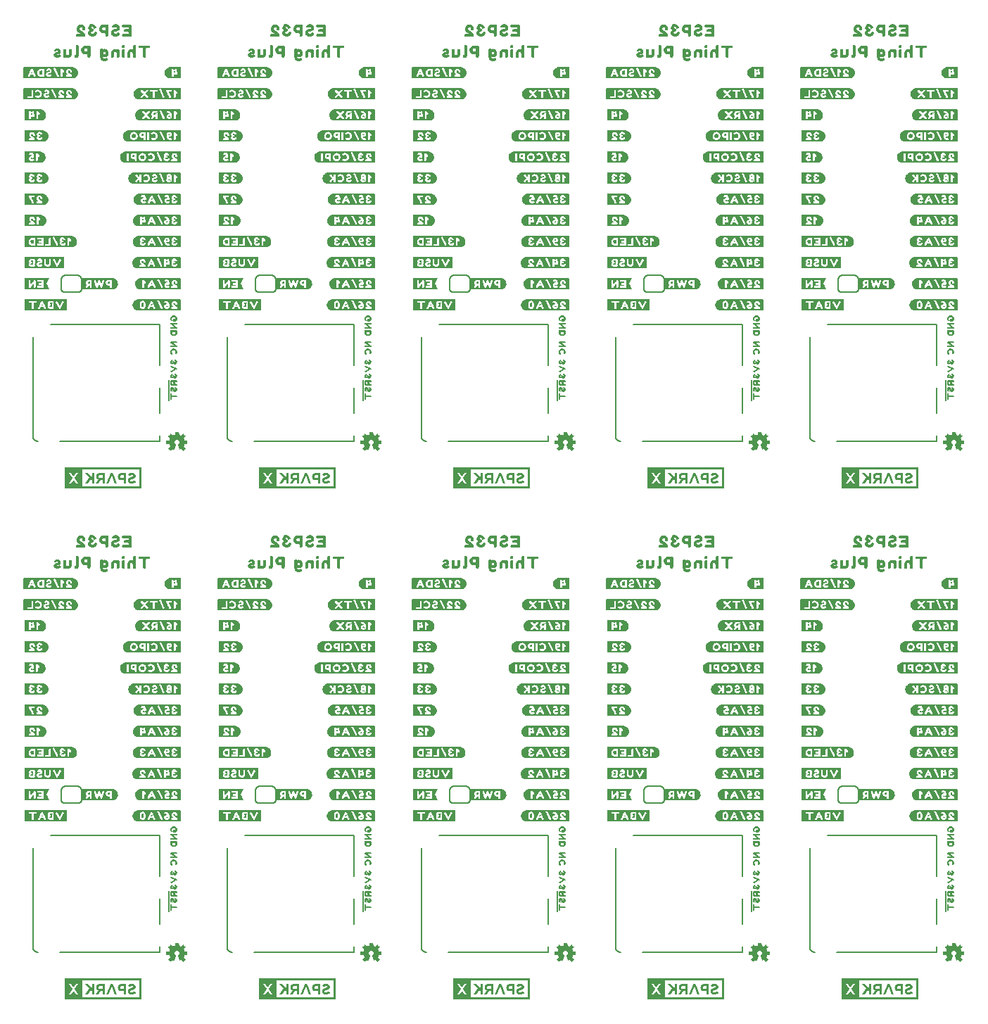
<source format=gbo>
G04 EAGLE Gerber RS-274X export*
G75*
%MOMM*%
%FSLAX34Y34*%
%LPD*%
%INSilkscreen Bottom*%
%IPPOS*%
%AMOC8*
5,1,8,0,0,1.08239X$1,22.5*%
G01*
%ADD10C,0.203200*%

G36*
X68567Y20317D02*
X68567Y20317D01*
X68574Y20323D01*
X68580Y20315D01*
X160020Y20315D01*
X160067Y20351D01*
X160062Y20359D01*
X160069Y20365D01*
X160069Y45675D01*
X160033Y45723D01*
X160026Y45717D01*
X160020Y45725D01*
X68580Y45725D01*
X68533Y45689D01*
X68538Y45681D01*
X68531Y45675D01*
X68531Y20365D01*
X68567Y20317D01*
G37*
G36*
X861107Y635031D02*
X861107Y635031D01*
X861102Y635039D01*
X861109Y635045D01*
X861109Y660355D01*
X861073Y660403D01*
X861066Y660397D01*
X861060Y660405D01*
X769620Y660405D01*
X769573Y660369D01*
X769578Y660361D01*
X769571Y660355D01*
X769571Y635045D01*
X769607Y634997D01*
X769614Y635003D01*
X769620Y634995D01*
X861060Y634995D01*
X861107Y635031D01*
G37*
G36*
X160067Y635031D02*
X160067Y635031D01*
X160062Y635039D01*
X160069Y635045D01*
X160069Y660355D01*
X160033Y660403D01*
X160026Y660397D01*
X160020Y660405D01*
X68580Y660405D01*
X68533Y660369D01*
X68538Y660361D01*
X68531Y660355D01*
X68531Y635045D01*
X68567Y634997D01*
X68574Y635003D01*
X68580Y634995D01*
X160020Y634995D01*
X160067Y635031D01*
G37*
G36*
X627427Y635031D02*
X627427Y635031D01*
X627422Y635039D01*
X627429Y635045D01*
X627429Y660355D01*
X627393Y660403D01*
X627386Y660397D01*
X627380Y660405D01*
X535940Y660405D01*
X535893Y660369D01*
X535898Y660361D01*
X535891Y660355D01*
X535891Y635045D01*
X535927Y634997D01*
X535934Y635003D01*
X535940Y634995D01*
X627380Y634995D01*
X627427Y635031D01*
G37*
G36*
X1094787Y20351D02*
X1094787Y20351D01*
X1094782Y20359D01*
X1094789Y20365D01*
X1094789Y45675D01*
X1094753Y45723D01*
X1094746Y45717D01*
X1094740Y45725D01*
X1003300Y45725D01*
X1003253Y45689D01*
X1003258Y45681D01*
X1003251Y45675D01*
X1003251Y20365D01*
X1003287Y20317D01*
X1003294Y20323D01*
X1003300Y20315D01*
X1094740Y20315D01*
X1094787Y20351D01*
G37*
G36*
X393747Y635031D02*
X393747Y635031D01*
X393742Y635039D01*
X393749Y635045D01*
X393749Y660355D01*
X393713Y660403D01*
X393706Y660397D01*
X393700Y660405D01*
X302260Y660405D01*
X302213Y660369D01*
X302218Y660361D01*
X302211Y660355D01*
X302211Y635045D01*
X302247Y634997D01*
X302254Y635003D01*
X302260Y634995D01*
X393700Y634995D01*
X393747Y635031D01*
G37*
G36*
X861107Y20351D02*
X861107Y20351D01*
X861102Y20359D01*
X861109Y20365D01*
X861109Y45675D01*
X861073Y45723D01*
X861066Y45717D01*
X861060Y45725D01*
X769620Y45725D01*
X769573Y45689D01*
X769578Y45681D01*
X769571Y45675D01*
X769571Y20365D01*
X769607Y20317D01*
X769614Y20323D01*
X769620Y20315D01*
X861060Y20315D01*
X861107Y20351D01*
G37*
G36*
X393747Y20351D02*
X393747Y20351D01*
X393742Y20359D01*
X393749Y20365D01*
X393749Y45675D01*
X393713Y45723D01*
X393706Y45717D01*
X393700Y45725D01*
X302260Y45725D01*
X302213Y45689D01*
X302218Y45681D01*
X302211Y45675D01*
X302211Y20365D01*
X302247Y20317D01*
X302254Y20323D01*
X302260Y20315D01*
X393700Y20315D01*
X393747Y20351D01*
G37*
G36*
X627427Y20351D02*
X627427Y20351D01*
X627422Y20359D01*
X627429Y20365D01*
X627429Y45675D01*
X627393Y45723D01*
X627386Y45717D01*
X627380Y45725D01*
X535940Y45725D01*
X535893Y45689D01*
X535898Y45681D01*
X535891Y45675D01*
X535891Y20365D01*
X535927Y20317D01*
X535934Y20323D01*
X535940Y20315D01*
X627380Y20315D01*
X627427Y20351D01*
G37*
G36*
X1094787Y635031D02*
X1094787Y635031D01*
X1094782Y635039D01*
X1094789Y635045D01*
X1094789Y660355D01*
X1094753Y660403D01*
X1094746Y660397D01*
X1094740Y660405D01*
X1003300Y660405D01*
X1003253Y660369D01*
X1003258Y660361D01*
X1003251Y660355D01*
X1003251Y635045D01*
X1003287Y634997D01*
X1003294Y635003D01*
X1003300Y634995D01*
X1094740Y634995D01*
X1094787Y635031D01*
G37*
%LPC*%
G36*
X790097Y22764D02*
X790097Y22764D01*
X790097Y43276D01*
X858661Y43276D01*
X858661Y22764D01*
X790097Y22764D01*
G37*
%LPD*%
%LPC*%
G36*
X322737Y22764D02*
X322737Y22764D01*
X322737Y43276D01*
X391301Y43276D01*
X391301Y22764D01*
X322737Y22764D01*
G37*
%LPD*%
%LPC*%
G36*
X322737Y637444D02*
X322737Y637444D01*
X322737Y657956D01*
X391301Y657956D01*
X391301Y637444D01*
X322737Y637444D01*
G37*
%LPD*%
%LPC*%
G36*
X1023777Y637444D02*
X1023777Y637444D01*
X1023777Y657956D01*
X1092341Y657956D01*
X1092341Y637444D01*
X1023777Y637444D01*
G37*
%LPD*%
%LPC*%
G36*
X556417Y22764D02*
X556417Y22764D01*
X556417Y43276D01*
X624981Y43276D01*
X624981Y22764D01*
X556417Y22764D01*
G37*
%LPD*%
%LPC*%
G36*
X157621Y43276D02*
X157621Y43276D01*
X157621Y22764D01*
X89057Y22764D01*
X89057Y43276D01*
X157621Y43276D01*
G37*
%LPD*%
%LPC*%
G36*
X1023777Y22764D02*
X1023777Y22764D01*
X1023777Y43276D01*
X1092341Y43276D01*
X1092341Y22764D01*
X1023777Y22764D01*
G37*
%LPD*%
%LPC*%
G36*
X89057Y637444D02*
X89057Y637444D01*
X89057Y657956D01*
X157621Y657956D01*
X157621Y637444D01*
X89057Y637444D01*
G37*
%LPD*%
%LPC*%
G36*
X556417Y637444D02*
X556417Y637444D01*
X556417Y657956D01*
X624981Y657956D01*
X624981Y637444D01*
X556417Y637444D01*
G37*
%LPD*%
%LPC*%
G36*
X790097Y637444D02*
X790097Y637444D01*
X790097Y657956D01*
X858661Y657956D01*
X858661Y637444D01*
X790097Y637444D01*
G37*
%LPD*%
G36*
X207467Y1026967D02*
X207467Y1026967D01*
X207462Y1026974D01*
X207469Y1026980D01*
X207469Y1040580D01*
X207433Y1040627D01*
X207426Y1040622D01*
X207420Y1040629D01*
X141020Y1040629D01*
X141016Y1040626D01*
X141013Y1040629D01*
X140313Y1040529D01*
X140308Y1040524D01*
X140304Y1040527D01*
X139705Y1040327D01*
X139006Y1040127D01*
X139002Y1040122D01*
X138998Y1040124D01*
X137798Y1039524D01*
X137796Y1039520D01*
X137793Y1039521D01*
X137193Y1039121D01*
X137192Y1039118D01*
X137189Y1039118D01*
X136689Y1038718D01*
X136687Y1038711D01*
X136682Y1038711D01*
X136282Y1038211D01*
X136281Y1038207D01*
X136279Y1038207D01*
X135880Y1037609D01*
X135482Y1037111D01*
X135481Y1037103D01*
X135476Y1037102D01*
X135176Y1036502D01*
X135176Y1036499D01*
X135175Y1036499D01*
X135177Y1036496D01*
X135177Y1036495D01*
X135173Y1036494D01*
X135160Y1036449D01*
X135118Y1036302D01*
X135104Y1036252D01*
X135062Y1036105D01*
X135019Y1035957D01*
X135005Y1035908D01*
X134973Y1035795D01*
X134773Y1035196D01*
X134775Y1035189D01*
X134771Y1035187D01*
X134671Y1034487D01*
X134674Y1034482D01*
X134671Y1034480D01*
X134671Y1033080D01*
X134674Y1033075D01*
X134671Y1033072D01*
X134771Y1032472D01*
X134775Y1032469D01*
X134773Y1032466D01*
X134973Y1031766D01*
X134974Y1031765D01*
X134973Y1031764D01*
X135173Y1031164D01*
X135178Y1031161D01*
X135176Y1031158D01*
X135776Y1029958D01*
X135784Y1029954D01*
X135782Y1029948D01*
X136282Y1029349D01*
X136682Y1028849D01*
X136689Y1028847D01*
X136689Y1028842D01*
X137189Y1028442D01*
X137193Y1028441D01*
X137193Y1028439D01*
X137793Y1028039D01*
X137797Y1028039D01*
X137798Y1028036D01*
X138998Y1027436D01*
X139003Y1027437D01*
X139004Y1027433D01*
X139604Y1027233D01*
X139606Y1027234D01*
X139606Y1027233D01*
X140306Y1027033D01*
X140311Y1027035D01*
X140313Y1027031D01*
X141013Y1026931D01*
X141018Y1026934D01*
X141020Y1026931D01*
X207420Y1026931D01*
X207467Y1026967D01*
G37*
G36*
X1142187Y1026967D02*
X1142187Y1026967D01*
X1142182Y1026974D01*
X1142189Y1026980D01*
X1142189Y1040580D01*
X1142153Y1040627D01*
X1142146Y1040622D01*
X1142140Y1040629D01*
X1075740Y1040629D01*
X1075736Y1040626D01*
X1075733Y1040629D01*
X1075033Y1040529D01*
X1075028Y1040524D01*
X1075024Y1040527D01*
X1074425Y1040327D01*
X1073726Y1040127D01*
X1073722Y1040122D01*
X1073718Y1040124D01*
X1072518Y1039524D01*
X1072516Y1039520D01*
X1072513Y1039521D01*
X1071913Y1039121D01*
X1071912Y1039118D01*
X1071909Y1039118D01*
X1071409Y1038718D01*
X1071407Y1038711D01*
X1071402Y1038711D01*
X1071002Y1038211D01*
X1071001Y1038207D01*
X1070999Y1038207D01*
X1070600Y1037609D01*
X1070202Y1037111D01*
X1070201Y1037103D01*
X1070196Y1037102D01*
X1069896Y1036502D01*
X1069896Y1036499D01*
X1069895Y1036499D01*
X1069897Y1036496D01*
X1069897Y1036495D01*
X1069893Y1036494D01*
X1069880Y1036449D01*
X1069838Y1036302D01*
X1069824Y1036252D01*
X1069782Y1036105D01*
X1069739Y1035957D01*
X1069725Y1035908D01*
X1069693Y1035795D01*
X1069493Y1035196D01*
X1069495Y1035189D01*
X1069491Y1035187D01*
X1069391Y1034487D01*
X1069394Y1034482D01*
X1069391Y1034480D01*
X1069391Y1033080D01*
X1069394Y1033075D01*
X1069391Y1033072D01*
X1069491Y1032472D01*
X1069495Y1032469D01*
X1069493Y1032466D01*
X1069693Y1031766D01*
X1069694Y1031765D01*
X1069693Y1031764D01*
X1069893Y1031164D01*
X1069898Y1031161D01*
X1069896Y1031158D01*
X1070496Y1029958D01*
X1070504Y1029954D01*
X1070502Y1029948D01*
X1071002Y1029349D01*
X1071402Y1028849D01*
X1071409Y1028847D01*
X1071409Y1028842D01*
X1071909Y1028442D01*
X1071913Y1028441D01*
X1071913Y1028439D01*
X1072513Y1028039D01*
X1072517Y1028039D01*
X1072518Y1028036D01*
X1073718Y1027436D01*
X1073723Y1027437D01*
X1073724Y1027433D01*
X1074324Y1027233D01*
X1074326Y1027234D01*
X1074326Y1027233D01*
X1075026Y1027033D01*
X1075031Y1027035D01*
X1075033Y1027031D01*
X1075733Y1026931D01*
X1075738Y1026934D01*
X1075740Y1026931D01*
X1142140Y1026931D01*
X1142187Y1026967D01*
G37*
G36*
X908507Y412287D02*
X908507Y412287D01*
X908502Y412294D01*
X908509Y412300D01*
X908509Y425900D01*
X908473Y425947D01*
X908466Y425942D01*
X908460Y425949D01*
X842060Y425949D01*
X842056Y425946D01*
X842053Y425949D01*
X841353Y425849D01*
X841348Y425844D01*
X841344Y425847D01*
X840745Y425647D01*
X840046Y425447D01*
X840042Y425442D01*
X840038Y425444D01*
X838838Y424844D01*
X838836Y424840D01*
X838833Y424841D01*
X838233Y424441D01*
X838232Y424438D01*
X838229Y424438D01*
X837729Y424038D01*
X837727Y424031D01*
X837722Y424031D01*
X837322Y423531D01*
X837321Y423527D01*
X837319Y423527D01*
X836920Y422929D01*
X836522Y422431D01*
X836521Y422423D01*
X836516Y422422D01*
X836216Y421822D01*
X836216Y421819D01*
X836215Y421819D01*
X836217Y421816D01*
X836217Y421815D01*
X836213Y421814D01*
X836200Y421769D01*
X836158Y421622D01*
X836144Y421572D01*
X836102Y421425D01*
X836059Y421277D01*
X836045Y421228D01*
X836013Y421115D01*
X835813Y420516D01*
X835815Y420509D01*
X835811Y420507D01*
X835711Y419807D01*
X835714Y419802D01*
X835711Y419800D01*
X835711Y418400D01*
X835714Y418395D01*
X835711Y418392D01*
X835811Y417792D01*
X835815Y417789D01*
X835813Y417786D01*
X836013Y417086D01*
X836014Y417085D01*
X836013Y417084D01*
X836213Y416484D01*
X836218Y416481D01*
X836216Y416478D01*
X836816Y415278D01*
X836824Y415274D01*
X836822Y415268D01*
X837322Y414669D01*
X837722Y414169D01*
X837729Y414167D01*
X837729Y414162D01*
X838229Y413762D01*
X838233Y413761D01*
X838233Y413759D01*
X838833Y413359D01*
X838837Y413359D01*
X838838Y413356D01*
X840038Y412756D01*
X840043Y412757D01*
X840044Y412753D01*
X840644Y412553D01*
X840646Y412554D01*
X840646Y412553D01*
X841346Y412353D01*
X841351Y412355D01*
X841353Y412351D01*
X842053Y412251D01*
X842058Y412254D01*
X842060Y412251D01*
X908460Y412251D01*
X908507Y412287D01*
G37*
G36*
X441147Y412287D02*
X441147Y412287D01*
X441142Y412294D01*
X441149Y412300D01*
X441149Y425900D01*
X441113Y425947D01*
X441106Y425942D01*
X441100Y425949D01*
X374700Y425949D01*
X374696Y425946D01*
X374693Y425949D01*
X373993Y425849D01*
X373988Y425844D01*
X373984Y425847D01*
X373385Y425647D01*
X372686Y425447D01*
X372682Y425442D01*
X372678Y425444D01*
X371478Y424844D01*
X371476Y424840D01*
X371473Y424841D01*
X370873Y424441D01*
X370872Y424438D01*
X370869Y424438D01*
X370369Y424038D01*
X370367Y424031D01*
X370362Y424031D01*
X369962Y423531D01*
X369961Y423527D01*
X369959Y423527D01*
X369560Y422929D01*
X369162Y422431D01*
X369161Y422423D01*
X369156Y422422D01*
X368856Y421822D01*
X368856Y421819D01*
X368855Y421819D01*
X368857Y421816D01*
X368857Y421815D01*
X368853Y421814D01*
X368840Y421769D01*
X368798Y421622D01*
X368784Y421572D01*
X368742Y421425D01*
X368699Y421277D01*
X368685Y421228D01*
X368653Y421115D01*
X368453Y420516D01*
X368455Y420509D01*
X368451Y420507D01*
X368351Y419807D01*
X368354Y419802D01*
X368351Y419800D01*
X368351Y418400D01*
X368354Y418395D01*
X368351Y418392D01*
X368451Y417792D01*
X368455Y417789D01*
X368453Y417786D01*
X368653Y417086D01*
X368654Y417085D01*
X368653Y417084D01*
X368853Y416484D01*
X368858Y416481D01*
X368856Y416478D01*
X369456Y415278D01*
X369464Y415274D01*
X369462Y415268D01*
X369962Y414669D01*
X370362Y414169D01*
X370369Y414167D01*
X370369Y414162D01*
X370869Y413762D01*
X370873Y413761D01*
X370873Y413759D01*
X371473Y413359D01*
X371477Y413359D01*
X371478Y413356D01*
X372678Y412756D01*
X372683Y412757D01*
X372684Y412753D01*
X373284Y412553D01*
X373286Y412554D01*
X373286Y412553D01*
X373986Y412353D01*
X373991Y412355D01*
X373993Y412351D01*
X374693Y412251D01*
X374698Y412254D01*
X374700Y412251D01*
X441100Y412251D01*
X441147Y412287D01*
G37*
G36*
X674827Y412287D02*
X674827Y412287D01*
X674822Y412294D01*
X674829Y412300D01*
X674829Y425900D01*
X674793Y425947D01*
X674786Y425942D01*
X674780Y425949D01*
X608380Y425949D01*
X608376Y425946D01*
X608373Y425949D01*
X607673Y425849D01*
X607668Y425844D01*
X607664Y425847D01*
X607065Y425647D01*
X606366Y425447D01*
X606362Y425442D01*
X606358Y425444D01*
X605158Y424844D01*
X605156Y424840D01*
X605153Y424841D01*
X604553Y424441D01*
X604552Y424438D01*
X604549Y424438D01*
X604049Y424038D01*
X604047Y424031D01*
X604042Y424031D01*
X603642Y423531D01*
X603641Y423527D01*
X603639Y423527D01*
X603240Y422929D01*
X602842Y422431D01*
X602841Y422423D01*
X602836Y422422D01*
X602536Y421822D01*
X602536Y421819D01*
X602535Y421819D01*
X602537Y421816D01*
X602537Y421815D01*
X602533Y421814D01*
X602520Y421769D01*
X602478Y421622D01*
X602464Y421572D01*
X602422Y421425D01*
X602379Y421277D01*
X602365Y421228D01*
X602333Y421115D01*
X602133Y420516D01*
X602135Y420509D01*
X602131Y420507D01*
X602031Y419807D01*
X602034Y419802D01*
X602031Y419800D01*
X602031Y418400D01*
X602034Y418395D01*
X602031Y418392D01*
X602131Y417792D01*
X602135Y417789D01*
X602133Y417786D01*
X602333Y417086D01*
X602334Y417085D01*
X602333Y417084D01*
X602533Y416484D01*
X602538Y416481D01*
X602536Y416478D01*
X603136Y415278D01*
X603144Y415274D01*
X603142Y415268D01*
X603642Y414669D01*
X604042Y414169D01*
X604049Y414167D01*
X604049Y414162D01*
X604549Y413762D01*
X604553Y413761D01*
X604553Y413759D01*
X605153Y413359D01*
X605157Y413359D01*
X605158Y413356D01*
X606358Y412756D01*
X606363Y412757D01*
X606364Y412753D01*
X606964Y412553D01*
X606966Y412554D01*
X606966Y412553D01*
X607666Y412353D01*
X607671Y412355D01*
X607673Y412351D01*
X608373Y412251D01*
X608378Y412254D01*
X608380Y412251D01*
X674780Y412251D01*
X674827Y412287D01*
G37*
G36*
X1142187Y412287D02*
X1142187Y412287D01*
X1142182Y412294D01*
X1142189Y412300D01*
X1142189Y425900D01*
X1142153Y425947D01*
X1142146Y425942D01*
X1142140Y425949D01*
X1075740Y425949D01*
X1075736Y425946D01*
X1075733Y425949D01*
X1075033Y425849D01*
X1075028Y425844D01*
X1075024Y425847D01*
X1074425Y425647D01*
X1073726Y425447D01*
X1073722Y425442D01*
X1073718Y425444D01*
X1072518Y424844D01*
X1072516Y424840D01*
X1072513Y424841D01*
X1071913Y424441D01*
X1071912Y424438D01*
X1071909Y424438D01*
X1071409Y424038D01*
X1071407Y424031D01*
X1071402Y424031D01*
X1071002Y423531D01*
X1071001Y423527D01*
X1070999Y423527D01*
X1070600Y422929D01*
X1070202Y422431D01*
X1070201Y422423D01*
X1070196Y422422D01*
X1069896Y421822D01*
X1069896Y421819D01*
X1069895Y421819D01*
X1069897Y421816D01*
X1069897Y421815D01*
X1069893Y421814D01*
X1069880Y421769D01*
X1069838Y421622D01*
X1069824Y421572D01*
X1069782Y421425D01*
X1069739Y421277D01*
X1069725Y421228D01*
X1069693Y421115D01*
X1069493Y420516D01*
X1069495Y420509D01*
X1069491Y420507D01*
X1069391Y419807D01*
X1069394Y419802D01*
X1069391Y419800D01*
X1069391Y418400D01*
X1069394Y418395D01*
X1069391Y418392D01*
X1069491Y417792D01*
X1069495Y417789D01*
X1069493Y417786D01*
X1069693Y417086D01*
X1069694Y417085D01*
X1069693Y417084D01*
X1069893Y416484D01*
X1069898Y416481D01*
X1069896Y416478D01*
X1070496Y415278D01*
X1070504Y415274D01*
X1070502Y415268D01*
X1071002Y414669D01*
X1071402Y414169D01*
X1071409Y414167D01*
X1071409Y414162D01*
X1071909Y413762D01*
X1071913Y413761D01*
X1071913Y413759D01*
X1072513Y413359D01*
X1072517Y413359D01*
X1072518Y413356D01*
X1073718Y412756D01*
X1073723Y412757D01*
X1073724Y412753D01*
X1074324Y412553D01*
X1074326Y412554D01*
X1074326Y412553D01*
X1075026Y412353D01*
X1075031Y412355D01*
X1075033Y412351D01*
X1075733Y412251D01*
X1075738Y412254D01*
X1075740Y412251D01*
X1142140Y412251D01*
X1142187Y412287D01*
G37*
G36*
X207467Y412287D02*
X207467Y412287D01*
X207462Y412294D01*
X207469Y412300D01*
X207469Y425900D01*
X207433Y425947D01*
X207426Y425942D01*
X207420Y425949D01*
X141020Y425949D01*
X141016Y425946D01*
X141013Y425949D01*
X140313Y425849D01*
X140308Y425844D01*
X140304Y425847D01*
X139705Y425647D01*
X139006Y425447D01*
X139002Y425442D01*
X138998Y425444D01*
X137798Y424844D01*
X137796Y424840D01*
X137793Y424841D01*
X137193Y424441D01*
X137192Y424438D01*
X137189Y424438D01*
X136689Y424038D01*
X136687Y424031D01*
X136682Y424031D01*
X136282Y423531D01*
X136281Y423527D01*
X136279Y423527D01*
X135880Y422929D01*
X135482Y422431D01*
X135481Y422423D01*
X135476Y422422D01*
X135176Y421822D01*
X135176Y421819D01*
X135175Y421819D01*
X135177Y421816D01*
X135177Y421815D01*
X135173Y421814D01*
X135160Y421769D01*
X135118Y421622D01*
X135104Y421572D01*
X135062Y421425D01*
X135019Y421277D01*
X135005Y421228D01*
X134973Y421115D01*
X134773Y420516D01*
X134775Y420509D01*
X134771Y420507D01*
X134671Y419807D01*
X134674Y419802D01*
X134671Y419800D01*
X134671Y418400D01*
X134674Y418395D01*
X134671Y418392D01*
X134771Y417792D01*
X134775Y417789D01*
X134773Y417786D01*
X134973Y417086D01*
X134974Y417085D01*
X134973Y417084D01*
X135173Y416484D01*
X135178Y416481D01*
X135176Y416478D01*
X135776Y415278D01*
X135784Y415274D01*
X135782Y415268D01*
X136282Y414669D01*
X136682Y414169D01*
X136689Y414167D01*
X136689Y414162D01*
X137189Y413762D01*
X137193Y413761D01*
X137193Y413759D01*
X137793Y413359D01*
X137797Y413359D01*
X137798Y413356D01*
X138998Y412756D01*
X139003Y412757D01*
X139004Y412753D01*
X139604Y412553D01*
X139606Y412554D01*
X139606Y412553D01*
X140306Y412353D01*
X140311Y412355D01*
X140313Y412351D01*
X141013Y412251D01*
X141018Y412254D01*
X141020Y412251D01*
X207420Y412251D01*
X207467Y412287D01*
G37*
G36*
X674827Y1026967D02*
X674827Y1026967D01*
X674822Y1026974D01*
X674829Y1026980D01*
X674829Y1040580D01*
X674793Y1040627D01*
X674786Y1040622D01*
X674780Y1040629D01*
X608380Y1040629D01*
X608376Y1040626D01*
X608373Y1040629D01*
X607673Y1040529D01*
X607668Y1040524D01*
X607664Y1040527D01*
X607065Y1040327D01*
X606366Y1040127D01*
X606362Y1040122D01*
X606358Y1040124D01*
X605158Y1039524D01*
X605156Y1039520D01*
X605153Y1039521D01*
X604553Y1039121D01*
X604552Y1039118D01*
X604549Y1039118D01*
X604049Y1038718D01*
X604047Y1038711D01*
X604042Y1038711D01*
X603642Y1038211D01*
X603641Y1038207D01*
X603639Y1038207D01*
X603240Y1037609D01*
X602842Y1037111D01*
X602841Y1037103D01*
X602836Y1037102D01*
X602536Y1036502D01*
X602536Y1036499D01*
X602535Y1036499D01*
X602537Y1036496D01*
X602537Y1036495D01*
X602533Y1036494D01*
X602520Y1036449D01*
X602478Y1036302D01*
X602464Y1036252D01*
X602422Y1036105D01*
X602379Y1035957D01*
X602365Y1035908D01*
X602333Y1035795D01*
X602133Y1035196D01*
X602135Y1035189D01*
X602131Y1035187D01*
X602031Y1034487D01*
X602034Y1034482D01*
X602031Y1034480D01*
X602031Y1033080D01*
X602034Y1033075D01*
X602031Y1033072D01*
X602131Y1032472D01*
X602135Y1032469D01*
X602133Y1032466D01*
X602333Y1031766D01*
X602334Y1031765D01*
X602333Y1031764D01*
X602533Y1031164D01*
X602538Y1031161D01*
X602536Y1031158D01*
X603136Y1029958D01*
X603144Y1029954D01*
X603142Y1029948D01*
X603642Y1029349D01*
X604042Y1028849D01*
X604049Y1028847D01*
X604049Y1028842D01*
X604549Y1028442D01*
X604553Y1028441D01*
X604553Y1028439D01*
X605153Y1028039D01*
X605157Y1028039D01*
X605158Y1028036D01*
X606358Y1027436D01*
X606363Y1027437D01*
X606364Y1027433D01*
X606964Y1027233D01*
X606966Y1027234D01*
X606966Y1027233D01*
X607666Y1027033D01*
X607671Y1027035D01*
X607673Y1027031D01*
X608373Y1026931D01*
X608378Y1026934D01*
X608380Y1026931D01*
X674780Y1026931D01*
X674827Y1026967D01*
G37*
G36*
X908507Y1026967D02*
X908507Y1026967D01*
X908502Y1026974D01*
X908509Y1026980D01*
X908509Y1040580D01*
X908473Y1040627D01*
X908466Y1040622D01*
X908460Y1040629D01*
X842060Y1040629D01*
X842056Y1040626D01*
X842053Y1040629D01*
X841353Y1040529D01*
X841348Y1040524D01*
X841344Y1040527D01*
X840745Y1040327D01*
X840046Y1040127D01*
X840042Y1040122D01*
X840038Y1040124D01*
X838838Y1039524D01*
X838836Y1039520D01*
X838833Y1039521D01*
X838233Y1039121D01*
X838232Y1039118D01*
X838229Y1039118D01*
X837729Y1038718D01*
X837727Y1038711D01*
X837722Y1038711D01*
X837322Y1038211D01*
X837321Y1038207D01*
X837319Y1038207D01*
X836920Y1037609D01*
X836522Y1037111D01*
X836521Y1037103D01*
X836516Y1037102D01*
X836216Y1036502D01*
X836216Y1036499D01*
X836215Y1036499D01*
X836217Y1036496D01*
X836217Y1036495D01*
X836213Y1036494D01*
X836200Y1036449D01*
X836158Y1036302D01*
X836144Y1036252D01*
X836102Y1036105D01*
X836059Y1035957D01*
X836045Y1035908D01*
X836013Y1035795D01*
X835813Y1035196D01*
X835815Y1035189D01*
X835811Y1035187D01*
X835711Y1034487D01*
X835714Y1034482D01*
X835711Y1034480D01*
X835711Y1033080D01*
X835714Y1033075D01*
X835711Y1033072D01*
X835811Y1032472D01*
X835815Y1032469D01*
X835813Y1032466D01*
X836013Y1031766D01*
X836014Y1031765D01*
X836013Y1031764D01*
X836213Y1031164D01*
X836218Y1031161D01*
X836216Y1031158D01*
X836816Y1029958D01*
X836824Y1029954D01*
X836822Y1029948D01*
X837322Y1029349D01*
X837722Y1028849D01*
X837729Y1028847D01*
X837729Y1028842D01*
X838229Y1028442D01*
X838233Y1028441D01*
X838233Y1028439D01*
X838833Y1028039D01*
X838837Y1028039D01*
X838838Y1028036D01*
X840038Y1027436D01*
X840043Y1027437D01*
X840044Y1027433D01*
X840644Y1027233D01*
X840646Y1027234D01*
X840646Y1027233D01*
X841346Y1027033D01*
X841351Y1027035D01*
X841353Y1027031D01*
X842053Y1026931D01*
X842058Y1026934D01*
X842060Y1026931D01*
X908460Y1026931D01*
X908507Y1026967D01*
G37*
G36*
X441147Y1026967D02*
X441147Y1026967D01*
X441142Y1026974D01*
X441149Y1026980D01*
X441149Y1040580D01*
X441113Y1040627D01*
X441106Y1040622D01*
X441100Y1040629D01*
X374700Y1040629D01*
X374696Y1040626D01*
X374693Y1040629D01*
X373993Y1040529D01*
X373988Y1040524D01*
X373984Y1040527D01*
X373385Y1040327D01*
X372686Y1040127D01*
X372682Y1040122D01*
X372678Y1040124D01*
X371478Y1039524D01*
X371476Y1039520D01*
X371473Y1039521D01*
X370873Y1039121D01*
X370872Y1039118D01*
X370869Y1039118D01*
X370369Y1038718D01*
X370367Y1038711D01*
X370362Y1038711D01*
X369962Y1038211D01*
X369961Y1038207D01*
X369959Y1038207D01*
X369560Y1037609D01*
X369162Y1037111D01*
X369161Y1037103D01*
X369156Y1037102D01*
X368856Y1036502D01*
X368856Y1036499D01*
X368855Y1036499D01*
X368857Y1036496D01*
X368857Y1036495D01*
X368853Y1036494D01*
X368840Y1036449D01*
X368798Y1036302D01*
X368784Y1036252D01*
X368742Y1036105D01*
X368699Y1035957D01*
X368685Y1035908D01*
X368653Y1035795D01*
X368453Y1035196D01*
X368455Y1035189D01*
X368451Y1035187D01*
X368351Y1034487D01*
X368354Y1034482D01*
X368351Y1034480D01*
X368351Y1033080D01*
X368354Y1033075D01*
X368351Y1033072D01*
X368451Y1032472D01*
X368455Y1032469D01*
X368453Y1032466D01*
X368653Y1031766D01*
X368654Y1031765D01*
X368653Y1031764D01*
X368853Y1031164D01*
X368858Y1031161D01*
X368856Y1031158D01*
X369456Y1029958D01*
X369464Y1029954D01*
X369462Y1029948D01*
X369962Y1029349D01*
X370362Y1028849D01*
X370369Y1028847D01*
X370369Y1028842D01*
X370869Y1028442D01*
X370873Y1028441D01*
X370873Y1028439D01*
X371473Y1028039D01*
X371477Y1028039D01*
X371478Y1028036D01*
X372678Y1027436D01*
X372683Y1027437D01*
X372684Y1027433D01*
X373284Y1027233D01*
X373286Y1027234D01*
X373286Y1027233D01*
X373986Y1027033D01*
X373991Y1027035D01*
X373993Y1027031D01*
X374693Y1026931D01*
X374698Y1026934D01*
X374700Y1026931D01*
X441100Y1026931D01*
X441147Y1026967D01*
G37*
G36*
X908407Y437687D02*
X908407Y437687D01*
X908405Y437690D01*
X908409Y437692D01*
X908509Y438292D01*
X908506Y438297D01*
X908509Y438300D01*
X908509Y451200D01*
X908473Y451247D01*
X908471Y451246D01*
X908470Y451248D01*
X907970Y451348D01*
X907963Y451345D01*
X907960Y451349D01*
X845560Y451349D01*
X845556Y451346D01*
X845553Y451349D01*
X844853Y451249D01*
X844849Y451245D01*
X844846Y451247D01*
X844146Y451047D01*
X844145Y451046D01*
X844144Y451047D01*
X842944Y450647D01*
X842939Y450639D01*
X842933Y450641D01*
X841733Y449841D01*
X841732Y449838D01*
X841729Y449838D01*
X841229Y449438D01*
X841228Y449434D01*
X841225Y449435D01*
X840725Y448935D01*
X840725Y448931D01*
X840722Y448931D01*
X840322Y448431D01*
X840321Y448423D01*
X840316Y448422D01*
X839416Y446622D01*
X839418Y446611D01*
X839411Y446607D01*
X839311Y445907D01*
X839211Y445208D01*
X839111Y444608D01*
X839117Y444598D01*
X839111Y444593D01*
X839211Y443897D01*
X839211Y443200D01*
X839217Y443192D01*
X839213Y443186D01*
X839413Y442486D01*
X839414Y442485D01*
X839413Y442484D01*
X839613Y441884D01*
X839618Y441881D01*
X839616Y441878D01*
X839916Y441278D01*
X839920Y441276D01*
X839919Y441273D01*
X840319Y440673D01*
X840322Y440672D01*
X840322Y440669D01*
X841122Y439669D01*
X841126Y439668D01*
X841125Y439665D01*
X841625Y439165D01*
X841632Y439164D01*
X841633Y439159D01*
X842233Y438759D01*
X842237Y438759D01*
X842238Y438756D01*
X843438Y438156D01*
X843443Y438157D01*
X843444Y438153D01*
X844044Y437953D01*
X844046Y437954D01*
X844046Y437953D01*
X844746Y437753D01*
X844751Y437755D01*
X844753Y437751D01*
X845453Y437651D01*
X845458Y437654D01*
X845460Y437651D01*
X908360Y437651D01*
X908407Y437687D01*
G37*
G36*
X441047Y1052367D02*
X441047Y1052367D01*
X441045Y1052370D01*
X441049Y1052372D01*
X441149Y1052972D01*
X441146Y1052977D01*
X441149Y1052980D01*
X441149Y1065880D01*
X441113Y1065927D01*
X441111Y1065926D01*
X441110Y1065928D01*
X440610Y1066028D01*
X440603Y1066025D01*
X440600Y1066029D01*
X378200Y1066029D01*
X378196Y1066026D01*
X378193Y1066029D01*
X377493Y1065929D01*
X377489Y1065925D01*
X377486Y1065927D01*
X376786Y1065727D01*
X376785Y1065726D01*
X376784Y1065727D01*
X375584Y1065327D01*
X375579Y1065319D01*
X375573Y1065321D01*
X374373Y1064521D01*
X374372Y1064518D01*
X374369Y1064518D01*
X373869Y1064118D01*
X373868Y1064114D01*
X373865Y1064115D01*
X373365Y1063615D01*
X373365Y1063611D01*
X373362Y1063611D01*
X372962Y1063111D01*
X372961Y1063103D01*
X372956Y1063102D01*
X372056Y1061302D01*
X372058Y1061291D01*
X372051Y1061287D01*
X371951Y1060587D01*
X371851Y1059888D01*
X371751Y1059288D01*
X371757Y1059278D01*
X371751Y1059273D01*
X371851Y1058577D01*
X371851Y1057880D01*
X371857Y1057872D01*
X371853Y1057866D01*
X372053Y1057166D01*
X372054Y1057165D01*
X372053Y1057164D01*
X372253Y1056564D01*
X372258Y1056561D01*
X372256Y1056558D01*
X372556Y1055958D01*
X372560Y1055956D01*
X372559Y1055953D01*
X372959Y1055353D01*
X372962Y1055352D01*
X372962Y1055349D01*
X373762Y1054349D01*
X373766Y1054348D01*
X373765Y1054345D01*
X374265Y1053845D01*
X374272Y1053844D01*
X374273Y1053839D01*
X374873Y1053439D01*
X374877Y1053439D01*
X374878Y1053436D01*
X376078Y1052836D01*
X376083Y1052837D01*
X376084Y1052833D01*
X376684Y1052633D01*
X376686Y1052634D01*
X376686Y1052633D01*
X377386Y1052433D01*
X377391Y1052435D01*
X377393Y1052431D01*
X378093Y1052331D01*
X378098Y1052334D01*
X378100Y1052331D01*
X441000Y1052331D01*
X441047Y1052367D01*
G37*
G36*
X674727Y1052367D02*
X674727Y1052367D01*
X674725Y1052370D01*
X674729Y1052372D01*
X674829Y1052972D01*
X674826Y1052977D01*
X674829Y1052980D01*
X674829Y1065880D01*
X674793Y1065927D01*
X674791Y1065926D01*
X674790Y1065928D01*
X674290Y1066028D01*
X674283Y1066025D01*
X674280Y1066029D01*
X611880Y1066029D01*
X611876Y1066026D01*
X611873Y1066029D01*
X611173Y1065929D01*
X611169Y1065925D01*
X611166Y1065927D01*
X610466Y1065727D01*
X610465Y1065726D01*
X610464Y1065727D01*
X609264Y1065327D01*
X609259Y1065319D01*
X609253Y1065321D01*
X608053Y1064521D01*
X608052Y1064518D01*
X608049Y1064518D01*
X607549Y1064118D01*
X607548Y1064114D01*
X607545Y1064115D01*
X607045Y1063615D01*
X607045Y1063611D01*
X607042Y1063611D01*
X606642Y1063111D01*
X606641Y1063103D01*
X606636Y1063102D01*
X605736Y1061302D01*
X605738Y1061291D01*
X605731Y1061287D01*
X605631Y1060587D01*
X605531Y1059888D01*
X605431Y1059288D01*
X605437Y1059278D01*
X605431Y1059273D01*
X605531Y1058577D01*
X605531Y1057880D01*
X605537Y1057872D01*
X605533Y1057866D01*
X605733Y1057166D01*
X605734Y1057165D01*
X605733Y1057164D01*
X605933Y1056564D01*
X605938Y1056561D01*
X605936Y1056558D01*
X606236Y1055958D01*
X606240Y1055956D01*
X606239Y1055953D01*
X606639Y1055353D01*
X606642Y1055352D01*
X606642Y1055349D01*
X607442Y1054349D01*
X607446Y1054348D01*
X607445Y1054345D01*
X607945Y1053845D01*
X607952Y1053844D01*
X607953Y1053839D01*
X608553Y1053439D01*
X608557Y1053439D01*
X608558Y1053436D01*
X609758Y1052836D01*
X609763Y1052837D01*
X609764Y1052833D01*
X610364Y1052633D01*
X610366Y1052634D01*
X610366Y1052633D01*
X611066Y1052433D01*
X611071Y1052435D01*
X611073Y1052431D01*
X611773Y1052331D01*
X611778Y1052334D01*
X611780Y1052331D01*
X674680Y1052331D01*
X674727Y1052367D01*
G37*
G36*
X207367Y1052367D02*
X207367Y1052367D01*
X207365Y1052370D01*
X207369Y1052372D01*
X207469Y1052972D01*
X207466Y1052977D01*
X207469Y1052980D01*
X207469Y1065880D01*
X207433Y1065927D01*
X207431Y1065926D01*
X207430Y1065928D01*
X206930Y1066028D01*
X206923Y1066025D01*
X206920Y1066029D01*
X144520Y1066029D01*
X144516Y1066026D01*
X144513Y1066029D01*
X143813Y1065929D01*
X143809Y1065925D01*
X143806Y1065927D01*
X143106Y1065727D01*
X143105Y1065726D01*
X143104Y1065727D01*
X141904Y1065327D01*
X141899Y1065319D01*
X141893Y1065321D01*
X140693Y1064521D01*
X140692Y1064518D01*
X140689Y1064518D01*
X140189Y1064118D01*
X140188Y1064114D01*
X140185Y1064115D01*
X139685Y1063615D01*
X139685Y1063611D01*
X139682Y1063611D01*
X139282Y1063111D01*
X139281Y1063103D01*
X139276Y1063102D01*
X138376Y1061302D01*
X138378Y1061291D01*
X138371Y1061287D01*
X138271Y1060587D01*
X138171Y1059888D01*
X138071Y1059288D01*
X138077Y1059278D01*
X138071Y1059273D01*
X138171Y1058577D01*
X138171Y1057880D01*
X138177Y1057872D01*
X138173Y1057866D01*
X138373Y1057166D01*
X138374Y1057165D01*
X138373Y1057164D01*
X138573Y1056564D01*
X138578Y1056561D01*
X138576Y1056558D01*
X138876Y1055958D01*
X138880Y1055956D01*
X138879Y1055953D01*
X139279Y1055353D01*
X139282Y1055352D01*
X139282Y1055349D01*
X140082Y1054349D01*
X140086Y1054348D01*
X140085Y1054345D01*
X140585Y1053845D01*
X140592Y1053844D01*
X140593Y1053839D01*
X141193Y1053439D01*
X141197Y1053439D01*
X141198Y1053436D01*
X142398Y1052836D01*
X142403Y1052837D01*
X142404Y1052833D01*
X143004Y1052633D01*
X143006Y1052634D01*
X143006Y1052633D01*
X143706Y1052433D01*
X143711Y1052435D01*
X143713Y1052431D01*
X144413Y1052331D01*
X144418Y1052334D01*
X144420Y1052331D01*
X207320Y1052331D01*
X207367Y1052367D01*
G37*
G36*
X1142087Y437687D02*
X1142087Y437687D01*
X1142085Y437690D01*
X1142089Y437692D01*
X1142189Y438292D01*
X1142186Y438297D01*
X1142189Y438300D01*
X1142189Y451200D01*
X1142153Y451247D01*
X1142151Y451246D01*
X1142150Y451248D01*
X1141650Y451348D01*
X1141643Y451345D01*
X1141640Y451349D01*
X1079240Y451349D01*
X1079236Y451346D01*
X1079233Y451349D01*
X1078533Y451249D01*
X1078529Y451245D01*
X1078526Y451247D01*
X1077826Y451047D01*
X1077825Y451046D01*
X1077824Y451047D01*
X1076624Y450647D01*
X1076619Y450639D01*
X1076613Y450641D01*
X1075413Y449841D01*
X1075412Y449838D01*
X1075409Y449838D01*
X1074909Y449438D01*
X1074908Y449434D01*
X1074905Y449435D01*
X1074405Y448935D01*
X1074405Y448931D01*
X1074402Y448931D01*
X1074002Y448431D01*
X1074001Y448423D01*
X1073996Y448422D01*
X1073096Y446622D01*
X1073098Y446611D01*
X1073091Y446607D01*
X1072991Y445907D01*
X1072891Y445208D01*
X1072791Y444608D01*
X1072797Y444598D01*
X1072791Y444593D01*
X1072891Y443897D01*
X1072891Y443200D01*
X1072897Y443192D01*
X1072893Y443186D01*
X1073093Y442486D01*
X1073094Y442485D01*
X1073093Y442484D01*
X1073293Y441884D01*
X1073298Y441881D01*
X1073296Y441878D01*
X1073596Y441278D01*
X1073600Y441276D01*
X1073599Y441273D01*
X1073999Y440673D01*
X1074002Y440672D01*
X1074002Y440669D01*
X1074802Y439669D01*
X1074806Y439668D01*
X1074805Y439665D01*
X1075305Y439165D01*
X1075312Y439164D01*
X1075313Y439159D01*
X1075913Y438759D01*
X1075917Y438759D01*
X1075918Y438756D01*
X1077118Y438156D01*
X1077123Y438157D01*
X1077124Y438153D01*
X1077724Y437953D01*
X1077726Y437954D01*
X1077726Y437953D01*
X1078426Y437753D01*
X1078431Y437755D01*
X1078433Y437751D01*
X1079133Y437651D01*
X1079138Y437654D01*
X1079140Y437651D01*
X1142040Y437651D01*
X1142087Y437687D01*
G37*
G36*
X674727Y437687D02*
X674727Y437687D01*
X674725Y437690D01*
X674729Y437692D01*
X674829Y438292D01*
X674826Y438297D01*
X674829Y438300D01*
X674829Y451200D01*
X674793Y451247D01*
X674791Y451246D01*
X674790Y451248D01*
X674290Y451348D01*
X674283Y451345D01*
X674280Y451349D01*
X611880Y451349D01*
X611876Y451346D01*
X611873Y451349D01*
X611173Y451249D01*
X611169Y451245D01*
X611166Y451247D01*
X610466Y451047D01*
X610465Y451046D01*
X610464Y451047D01*
X609264Y450647D01*
X609259Y450639D01*
X609253Y450641D01*
X608053Y449841D01*
X608052Y449838D01*
X608049Y449838D01*
X607549Y449438D01*
X607548Y449434D01*
X607545Y449435D01*
X607045Y448935D01*
X607045Y448931D01*
X607042Y448931D01*
X606642Y448431D01*
X606641Y448423D01*
X606636Y448422D01*
X605736Y446622D01*
X605738Y446611D01*
X605731Y446607D01*
X605631Y445907D01*
X605531Y445208D01*
X605431Y444608D01*
X605437Y444598D01*
X605431Y444593D01*
X605531Y443897D01*
X605531Y443200D01*
X605537Y443192D01*
X605533Y443186D01*
X605733Y442486D01*
X605734Y442485D01*
X605733Y442484D01*
X605933Y441884D01*
X605938Y441881D01*
X605936Y441878D01*
X606236Y441278D01*
X606240Y441276D01*
X606239Y441273D01*
X606639Y440673D01*
X606642Y440672D01*
X606642Y440669D01*
X607442Y439669D01*
X607446Y439668D01*
X607445Y439665D01*
X607945Y439165D01*
X607952Y439164D01*
X607953Y439159D01*
X608553Y438759D01*
X608557Y438759D01*
X608558Y438756D01*
X609758Y438156D01*
X609763Y438157D01*
X609764Y438153D01*
X610364Y437953D01*
X610366Y437954D01*
X610366Y437953D01*
X611066Y437753D01*
X611071Y437755D01*
X611073Y437751D01*
X611773Y437651D01*
X611778Y437654D01*
X611780Y437651D01*
X674680Y437651D01*
X674727Y437687D01*
G37*
G36*
X207367Y437687D02*
X207367Y437687D01*
X207365Y437690D01*
X207369Y437692D01*
X207469Y438292D01*
X207466Y438297D01*
X207469Y438300D01*
X207469Y451200D01*
X207433Y451247D01*
X207431Y451246D01*
X207430Y451248D01*
X206930Y451348D01*
X206923Y451345D01*
X206920Y451349D01*
X144520Y451349D01*
X144516Y451346D01*
X144513Y451349D01*
X143813Y451249D01*
X143809Y451245D01*
X143806Y451247D01*
X143106Y451047D01*
X143105Y451046D01*
X143104Y451047D01*
X141904Y450647D01*
X141899Y450639D01*
X141893Y450641D01*
X140693Y449841D01*
X140692Y449838D01*
X140689Y449838D01*
X140189Y449438D01*
X140188Y449434D01*
X140185Y449435D01*
X139685Y448935D01*
X139685Y448931D01*
X139682Y448931D01*
X139282Y448431D01*
X139281Y448423D01*
X139276Y448422D01*
X138376Y446622D01*
X138378Y446611D01*
X138371Y446607D01*
X138271Y445907D01*
X138171Y445208D01*
X138071Y444608D01*
X138077Y444598D01*
X138071Y444593D01*
X138171Y443897D01*
X138171Y443200D01*
X138177Y443192D01*
X138173Y443186D01*
X138373Y442486D01*
X138374Y442485D01*
X138373Y442484D01*
X138573Y441884D01*
X138578Y441881D01*
X138576Y441878D01*
X138876Y441278D01*
X138880Y441276D01*
X138879Y441273D01*
X139279Y440673D01*
X139282Y440672D01*
X139282Y440669D01*
X140082Y439669D01*
X140086Y439668D01*
X140085Y439665D01*
X140585Y439165D01*
X140592Y439164D01*
X140593Y439159D01*
X141193Y438759D01*
X141197Y438759D01*
X141198Y438756D01*
X142398Y438156D01*
X142403Y438157D01*
X142404Y438153D01*
X143004Y437953D01*
X143006Y437954D01*
X143006Y437953D01*
X143706Y437753D01*
X143711Y437755D01*
X143713Y437751D01*
X144413Y437651D01*
X144418Y437654D01*
X144420Y437651D01*
X207320Y437651D01*
X207367Y437687D01*
G37*
G36*
X441047Y437687D02*
X441047Y437687D01*
X441045Y437690D01*
X441049Y437692D01*
X441149Y438292D01*
X441146Y438297D01*
X441149Y438300D01*
X441149Y451200D01*
X441113Y451247D01*
X441111Y451246D01*
X441110Y451248D01*
X440610Y451348D01*
X440603Y451345D01*
X440600Y451349D01*
X378200Y451349D01*
X378196Y451346D01*
X378193Y451349D01*
X377493Y451249D01*
X377489Y451245D01*
X377486Y451247D01*
X376786Y451047D01*
X376785Y451046D01*
X376784Y451047D01*
X375584Y450647D01*
X375579Y450639D01*
X375573Y450641D01*
X374373Y449841D01*
X374372Y449838D01*
X374369Y449838D01*
X373869Y449438D01*
X373868Y449434D01*
X373865Y449435D01*
X373365Y448935D01*
X373365Y448931D01*
X373362Y448931D01*
X372962Y448431D01*
X372961Y448423D01*
X372956Y448422D01*
X372056Y446622D01*
X372058Y446611D01*
X372051Y446607D01*
X371951Y445907D01*
X371851Y445208D01*
X371751Y444608D01*
X371757Y444598D01*
X371751Y444593D01*
X371851Y443897D01*
X371851Y443200D01*
X371857Y443192D01*
X371853Y443186D01*
X372053Y442486D01*
X372054Y442485D01*
X372053Y442484D01*
X372253Y441884D01*
X372258Y441881D01*
X372256Y441878D01*
X372556Y441278D01*
X372560Y441276D01*
X372559Y441273D01*
X372959Y440673D01*
X372962Y440672D01*
X372962Y440669D01*
X373762Y439669D01*
X373766Y439668D01*
X373765Y439665D01*
X374265Y439165D01*
X374272Y439164D01*
X374273Y439159D01*
X374873Y438759D01*
X374877Y438759D01*
X374878Y438756D01*
X376078Y438156D01*
X376083Y438157D01*
X376084Y438153D01*
X376684Y437953D01*
X376686Y437954D01*
X376686Y437953D01*
X377386Y437753D01*
X377391Y437755D01*
X377393Y437751D01*
X378093Y437651D01*
X378098Y437654D01*
X378100Y437651D01*
X441000Y437651D01*
X441047Y437687D01*
G37*
G36*
X908407Y1052367D02*
X908407Y1052367D01*
X908405Y1052370D01*
X908409Y1052372D01*
X908509Y1052972D01*
X908506Y1052977D01*
X908509Y1052980D01*
X908509Y1065880D01*
X908473Y1065927D01*
X908471Y1065926D01*
X908470Y1065928D01*
X907970Y1066028D01*
X907963Y1066025D01*
X907960Y1066029D01*
X845560Y1066029D01*
X845556Y1066026D01*
X845553Y1066029D01*
X844853Y1065929D01*
X844849Y1065925D01*
X844846Y1065927D01*
X844146Y1065727D01*
X844145Y1065726D01*
X844144Y1065727D01*
X842944Y1065327D01*
X842939Y1065319D01*
X842933Y1065321D01*
X841733Y1064521D01*
X841732Y1064518D01*
X841729Y1064518D01*
X841229Y1064118D01*
X841228Y1064114D01*
X841225Y1064115D01*
X840725Y1063615D01*
X840725Y1063611D01*
X840722Y1063611D01*
X840322Y1063111D01*
X840321Y1063103D01*
X840316Y1063102D01*
X839416Y1061302D01*
X839418Y1061291D01*
X839411Y1061287D01*
X839311Y1060587D01*
X839211Y1059888D01*
X839111Y1059288D01*
X839117Y1059278D01*
X839111Y1059273D01*
X839211Y1058577D01*
X839211Y1057880D01*
X839217Y1057872D01*
X839213Y1057866D01*
X839413Y1057166D01*
X839414Y1057165D01*
X839413Y1057164D01*
X839613Y1056564D01*
X839618Y1056561D01*
X839616Y1056558D01*
X839916Y1055958D01*
X839920Y1055956D01*
X839919Y1055953D01*
X840319Y1055353D01*
X840322Y1055352D01*
X840322Y1055349D01*
X841122Y1054349D01*
X841126Y1054348D01*
X841125Y1054345D01*
X841625Y1053845D01*
X841632Y1053844D01*
X841633Y1053839D01*
X842233Y1053439D01*
X842237Y1053439D01*
X842238Y1053436D01*
X843438Y1052836D01*
X843443Y1052837D01*
X843444Y1052833D01*
X844044Y1052633D01*
X844046Y1052634D01*
X844046Y1052633D01*
X844746Y1052433D01*
X844751Y1052435D01*
X844753Y1052431D01*
X845453Y1052331D01*
X845458Y1052334D01*
X845460Y1052331D01*
X908360Y1052331D01*
X908407Y1052367D01*
G37*
G36*
X1142087Y1052367D02*
X1142087Y1052367D01*
X1142085Y1052370D01*
X1142089Y1052372D01*
X1142189Y1052972D01*
X1142186Y1052977D01*
X1142189Y1052980D01*
X1142189Y1065880D01*
X1142153Y1065927D01*
X1142151Y1065926D01*
X1142150Y1065928D01*
X1141650Y1066028D01*
X1141643Y1066025D01*
X1141640Y1066029D01*
X1079240Y1066029D01*
X1079236Y1066026D01*
X1079233Y1066029D01*
X1078533Y1065929D01*
X1078529Y1065925D01*
X1078526Y1065927D01*
X1077826Y1065727D01*
X1077825Y1065726D01*
X1077824Y1065727D01*
X1076624Y1065327D01*
X1076619Y1065319D01*
X1076613Y1065321D01*
X1075413Y1064521D01*
X1075412Y1064518D01*
X1075409Y1064518D01*
X1074909Y1064118D01*
X1074908Y1064114D01*
X1074905Y1064115D01*
X1074405Y1063615D01*
X1074405Y1063611D01*
X1074402Y1063611D01*
X1074002Y1063111D01*
X1074001Y1063103D01*
X1073996Y1063102D01*
X1073096Y1061302D01*
X1073098Y1061291D01*
X1073091Y1061287D01*
X1072991Y1060587D01*
X1072891Y1059888D01*
X1072791Y1059288D01*
X1072797Y1059278D01*
X1072791Y1059273D01*
X1072891Y1058577D01*
X1072891Y1057880D01*
X1072897Y1057872D01*
X1072893Y1057866D01*
X1073093Y1057166D01*
X1073094Y1057165D01*
X1073093Y1057164D01*
X1073293Y1056564D01*
X1073298Y1056561D01*
X1073296Y1056558D01*
X1073596Y1055958D01*
X1073600Y1055956D01*
X1073599Y1055953D01*
X1073999Y1055353D01*
X1074002Y1055352D01*
X1074002Y1055349D01*
X1074802Y1054349D01*
X1074806Y1054348D01*
X1074805Y1054345D01*
X1075305Y1053845D01*
X1075312Y1053844D01*
X1075313Y1053839D01*
X1075913Y1053439D01*
X1075917Y1053439D01*
X1075918Y1053436D01*
X1077118Y1052836D01*
X1077123Y1052837D01*
X1077124Y1052833D01*
X1077724Y1052633D01*
X1077726Y1052634D01*
X1077726Y1052633D01*
X1078426Y1052433D01*
X1078431Y1052435D01*
X1078433Y1052431D01*
X1079133Y1052331D01*
X1079138Y1052334D01*
X1079140Y1052331D01*
X1142040Y1052331D01*
X1142087Y1052367D01*
G37*
G36*
X310767Y1128567D02*
X310767Y1128567D01*
X310757Y1128580D01*
X310765Y1128590D01*
X310773Y1128566D01*
X310819Y1128532D01*
X310820Y1128531D01*
X311420Y1128531D01*
X311424Y1128534D01*
X311427Y1128531D01*
X312127Y1128631D01*
X312131Y1128635D01*
X312134Y1128633D01*
X312834Y1128833D01*
X312835Y1128834D01*
X312836Y1128833D01*
X313436Y1129033D01*
X313439Y1129038D01*
X313442Y1129036D01*
X314642Y1129636D01*
X314644Y1129640D01*
X314647Y1129639D01*
X315247Y1130039D01*
X315248Y1130042D01*
X315251Y1130042D01*
X315751Y1130442D01*
X315753Y1130449D01*
X315758Y1130449D01*
X316158Y1130949D01*
X316159Y1130953D01*
X316161Y1130953D01*
X316961Y1132153D01*
X316961Y1132157D01*
X316964Y1132158D01*
X317264Y1132758D01*
X317263Y1132763D01*
X317267Y1132764D01*
X317467Y1133364D01*
X317466Y1133366D01*
X317467Y1133366D01*
X317475Y1133393D01*
X317517Y1133541D01*
X317531Y1133590D01*
X317573Y1133738D01*
X317574Y1133738D01*
X317573Y1133738D01*
X317616Y1133886D01*
X317630Y1133935D01*
X317667Y1134066D01*
X317666Y1134070D01*
X317669Y1134072D01*
X317769Y1134672D01*
X317766Y1134677D01*
X317769Y1134680D01*
X317769Y1136080D01*
X317766Y1136084D01*
X317769Y1136087D01*
X317669Y1136787D01*
X317664Y1136792D01*
X317667Y1136796D01*
X317267Y1137996D01*
X317264Y1137997D01*
X317265Y1137999D01*
X316965Y1138699D01*
X316957Y1138704D01*
X316958Y1138711D01*
X316560Y1139209D01*
X316161Y1139807D01*
X316158Y1139808D01*
X316158Y1139811D01*
X315758Y1140311D01*
X315748Y1140313D01*
X315747Y1140321D01*
X315149Y1140720D01*
X314651Y1141118D01*
X314643Y1141119D01*
X314642Y1141124D01*
X313442Y1141724D01*
X313437Y1141723D01*
X313436Y1141727D01*
X312836Y1141927D01*
X312834Y1141926D01*
X312834Y1141927D01*
X312134Y1142127D01*
X312129Y1142126D01*
X312127Y1142129D01*
X311427Y1142229D01*
X311422Y1142226D01*
X311420Y1142229D01*
X252720Y1142229D01*
X252711Y1142222D01*
X252702Y1142216D01*
X252690Y1142219D01*
X252290Y1141919D01*
X252285Y1141900D01*
X252273Y1141891D01*
X252277Y1141885D01*
X252271Y1141880D01*
X252271Y1129080D01*
X252279Y1129069D01*
X252274Y1129062D01*
X252474Y1128562D01*
X252515Y1128537D01*
X252520Y1128531D01*
X310720Y1128531D01*
X310767Y1128567D01*
G37*
G36*
X544447Y1128567D02*
X544447Y1128567D01*
X544437Y1128580D01*
X544445Y1128590D01*
X544453Y1128566D01*
X544499Y1128532D01*
X544500Y1128531D01*
X545100Y1128531D01*
X545104Y1128534D01*
X545107Y1128531D01*
X545807Y1128631D01*
X545811Y1128635D01*
X545814Y1128633D01*
X546514Y1128833D01*
X546515Y1128834D01*
X546516Y1128833D01*
X547116Y1129033D01*
X547119Y1129038D01*
X547122Y1129036D01*
X548322Y1129636D01*
X548324Y1129640D01*
X548327Y1129639D01*
X548927Y1130039D01*
X548928Y1130042D01*
X548931Y1130042D01*
X549431Y1130442D01*
X549433Y1130449D01*
X549438Y1130449D01*
X549838Y1130949D01*
X549839Y1130953D01*
X549841Y1130953D01*
X550641Y1132153D01*
X550641Y1132157D01*
X550644Y1132158D01*
X550944Y1132758D01*
X550943Y1132763D01*
X550947Y1132764D01*
X551147Y1133364D01*
X551146Y1133366D01*
X551147Y1133366D01*
X551155Y1133393D01*
X551197Y1133541D01*
X551211Y1133590D01*
X551253Y1133738D01*
X551254Y1133738D01*
X551253Y1133738D01*
X551296Y1133886D01*
X551310Y1133935D01*
X551347Y1134066D01*
X551346Y1134070D01*
X551349Y1134072D01*
X551449Y1134672D01*
X551446Y1134677D01*
X551449Y1134680D01*
X551449Y1136080D01*
X551446Y1136084D01*
X551449Y1136087D01*
X551349Y1136787D01*
X551344Y1136792D01*
X551347Y1136796D01*
X550947Y1137996D01*
X550944Y1137997D01*
X550945Y1137999D01*
X550645Y1138699D01*
X550637Y1138704D01*
X550638Y1138711D01*
X550240Y1139209D01*
X549841Y1139807D01*
X549838Y1139808D01*
X549838Y1139811D01*
X549438Y1140311D01*
X549428Y1140313D01*
X549427Y1140321D01*
X548829Y1140720D01*
X548331Y1141118D01*
X548323Y1141119D01*
X548322Y1141124D01*
X547122Y1141724D01*
X547117Y1141723D01*
X547116Y1141727D01*
X546516Y1141927D01*
X546514Y1141926D01*
X546514Y1141927D01*
X545814Y1142127D01*
X545809Y1142126D01*
X545807Y1142129D01*
X545107Y1142229D01*
X545102Y1142226D01*
X545100Y1142229D01*
X486400Y1142229D01*
X486391Y1142222D01*
X486382Y1142216D01*
X486370Y1142219D01*
X485970Y1141919D01*
X485965Y1141900D01*
X485953Y1141891D01*
X485957Y1141885D01*
X485951Y1141880D01*
X485951Y1129080D01*
X485959Y1129069D01*
X485954Y1129062D01*
X486154Y1128562D01*
X486195Y1128537D01*
X486200Y1128531D01*
X544400Y1128531D01*
X544447Y1128567D01*
G37*
G36*
X310767Y513887D02*
X310767Y513887D01*
X310757Y513900D01*
X310765Y513910D01*
X310773Y513886D01*
X310819Y513852D01*
X310820Y513851D01*
X311420Y513851D01*
X311424Y513854D01*
X311427Y513851D01*
X312127Y513951D01*
X312131Y513955D01*
X312134Y513953D01*
X312834Y514153D01*
X312835Y514154D01*
X312836Y514153D01*
X313436Y514353D01*
X313439Y514358D01*
X313442Y514356D01*
X314642Y514956D01*
X314644Y514960D01*
X314647Y514959D01*
X315247Y515359D01*
X315248Y515362D01*
X315251Y515362D01*
X315751Y515762D01*
X315753Y515769D01*
X315758Y515769D01*
X316158Y516269D01*
X316159Y516273D01*
X316161Y516273D01*
X316961Y517473D01*
X316961Y517477D01*
X316964Y517478D01*
X317264Y518078D01*
X317263Y518083D01*
X317267Y518084D01*
X317467Y518684D01*
X317466Y518686D01*
X317467Y518686D01*
X317475Y518713D01*
X317517Y518861D01*
X317531Y518910D01*
X317573Y519058D01*
X317574Y519058D01*
X317573Y519058D01*
X317616Y519206D01*
X317630Y519255D01*
X317667Y519386D01*
X317666Y519390D01*
X317669Y519392D01*
X317769Y519992D01*
X317766Y519997D01*
X317769Y520000D01*
X317769Y521400D01*
X317766Y521404D01*
X317769Y521407D01*
X317669Y522107D01*
X317664Y522112D01*
X317667Y522116D01*
X317267Y523316D01*
X317264Y523317D01*
X317265Y523319D01*
X316965Y524019D01*
X316957Y524024D01*
X316958Y524031D01*
X316560Y524529D01*
X316161Y525127D01*
X316158Y525128D01*
X316158Y525131D01*
X315758Y525631D01*
X315748Y525633D01*
X315747Y525641D01*
X315149Y526040D01*
X314651Y526438D01*
X314643Y526439D01*
X314642Y526444D01*
X313442Y527044D01*
X313437Y527043D01*
X313436Y527047D01*
X312836Y527247D01*
X312834Y527246D01*
X312834Y527247D01*
X312134Y527447D01*
X312129Y527446D01*
X312127Y527449D01*
X311427Y527549D01*
X311422Y527546D01*
X311420Y527549D01*
X252720Y527549D01*
X252711Y527542D01*
X252702Y527536D01*
X252690Y527539D01*
X252290Y527239D01*
X252285Y527220D01*
X252273Y527211D01*
X252277Y527205D01*
X252271Y527200D01*
X252271Y514400D01*
X252279Y514389D01*
X252274Y514382D01*
X252474Y513882D01*
X252515Y513857D01*
X252520Y513851D01*
X310720Y513851D01*
X310767Y513887D01*
G37*
G36*
X544447Y513887D02*
X544447Y513887D01*
X544437Y513900D01*
X544445Y513910D01*
X544453Y513886D01*
X544499Y513852D01*
X544500Y513851D01*
X545100Y513851D01*
X545104Y513854D01*
X545107Y513851D01*
X545807Y513951D01*
X545811Y513955D01*
X545814Y513953D01*
X546514Y514153D01*
X546515Y514154D01*
X546516Y514153D01*
X547116Y514353D01*
X547119Y514358D01*
X547122Y514356D01*
X548322Y514956D01*
X548324Y514960D01*
X548327Y514959D01*
X548927Y515359D01*
X548928Y515362D01*
X548931Y515362D01*
X549431Y515762D01*
X549433Y515769D01*
X549438Y515769D01*
X549838Y516269D01*
X549839Y516273D01*
X549841Y516273D01*
X550641Y517473D01*
X550641Y517477D01*
X550644Y517478D01*
X550944Y518078D01*
X550943Y518083D01*
X550947Y518084D01*
X551147Y518684D01*
X551146Y518686D01*
X551147Y518686D01*
X551155Y518713D01*
X551197Y518861D01*
X551211Y518910D01*
X551253Y519058D01*
X551254Y519058D01*
X551253Y519058D01*
X551296Y519206D01*
X551310Y519255D01*
X551347Y519386D01*
X551346Y519390D01*
X551349Y519392D01*
X551449Y519992D01*
X551446Y519997D01*
X551449Y520000D01*
X551449Y521400D01*
X551446Y521404D01*
X551449Y521407D01*
X551349Y522107D01*
X551344Y522112D01*
X551347Y522116D01*
X550947Y523316D01*
X550944Y523317D01*
X550945Y523319D01*
X550645Y524019D01*
X550637Y524024D01*
X550638Y524031D01*
X550240Y524529D01*
X549841Y525127D01*
X549838Y525128D01*
X549838Y525131D01*
X549438Y525631D01*
X549428Y525633D01*
X549427Y525641D01*
X548829Y526040D01*
X548331Y526438D01*
X548323Y526439D01*
X548322Y526444D01*
X547122Y527044D01*
X547117Y527043D01*
X547116Y527047D01*
X546516Y527247D01*
X546514Y527246D01*
X546514Y527247D01*
X545814Y527447D01*
X545809Y527446D01*
X545807Y527449D01*
X545107Y527549D01*
X545102Y527546D01*
X545100Y527549D01*
X486400Y527549D01*
X486391Y527542D01*
X486382Y527536D01*
X486370Y527539D01*
X485970Y527239D01*
X485965Y527220D01*
X485953Y527211D01*
X485957Y527205D01*
X485951Y527200D01*
X485951Y514400D01*
X485959Y514389D01*
X485954Y514382D01*
X486154Y513882D01*
X486195Y513857D01*
X486200Y513851D01*
X544400Y513851D01*
X544447Y513887D01*
G37*
G36*
X77087Y1128567D02*
X77087Y1128567D01*
X77077Y1128580D01*
X77085Y1128590D01*
X77093Y1128566D01*
X77139Y1128532D01*
X77140Y1128531D01*
X77740Y1128531D01*
X77744Y1128534D01*
X77747Y1128531D01*
X78447Y1128631D01*
X78451Y1128635D01*
X78454Y1128633D01*
X79154Y1128833D01*
X79155Y1128834D01*
X79156Y1128833D01*
X79756Y1129033D01*
X79759Y1129038D01*
X79762Y1129036D01*
X80962Y1129636D01*
X80964Y1129640D01*
X80967Y1129639D01*
X81567Y1130039D01*
X81568Y1130042D01*
X81571Y1130042D01*
X82071Y1130442D01*
X82073Y1130449D01*
X82078Y1130449D01*
X82478Y1130949D01*
X82479Y1130953D01*
X82481Y1130953D01*
X83281Y1132153D01*
X83281Y1132157D01*
X83284Y1132158D01*
X83584Y1132758D01*
X83583Y1132763D01*
X83587Y1132764D01*
X83787Y1133364D01*
X83786Y1133366D01*
X83787Y1133366D01*
X83795Y1133393D01*
X83837Y1133541D01*
X83851Y1133590D01*
X83893Y1133738D01*
X83894Y1133738D01*
X83893Y1133738D01*
X83936Y1133886D01*
X83950Y1133935D01*
X83987Y1134066D01*
X83986Y1134070D01*
X83989Y1134072D01*
X84089Y1134672D01*
X84086Y1134677D01*
X84089Y1134680D01*
X84089Y1136080D01*
X84086Y1136084D01*
X84089Y1136087D01*
X83989Y1136787D01*
X83984Y1136792D01*
X83987Y1136796D01*
X83587Y1137996D01*
X83584Y1137997D01*
X83585Y1137999D01*
X83285Y1138699D01*
X83277Y1138704D01*
X83278Y1138711D01*
X82880Y1139209D01*
X82481Y1139807D01*
X82478Y1139808D01*
X82478Y1139811D01*
X82078Y1140311D01*
X82068Y1140313D01*
X82067Y1140321D01*
X81469Y1140720D01*
X80971Y1141118D01*
X80963Y1141119D01*
X80962Y1141124D01*
X79762Y1141724D01*
X79757Y1141723D01*
X79756Y1141727D01*
X79156Y1141927D01*
X79154Y1141926D01*
X79154Y1141927D01*
X78454Y1142127D01*
X78449Y1142126D01*
X78447Y1142129D01*
X77747Y1142229D01*
X77742Y1142226D01*
X77740Y1142229D01*
X19040Y1142229D01*
X19031Y1142222D01*
X19022Y1142216D01*
X19010Y1142219D01*
X18610Y1141919D01*
X18605Y1141900D01*
X18593Y1141891D01*
X18597Y1141885D01*
X18591Y1141880D01*
X18591Y1129080D01*
X18599Y1129069D01*
X18594Y1129062D01*
X18794Y1128562D01*
X18835Y1128537D01*
X18840Y1128531D01*
X77040Y1128531D01*
X77087Y1128567D01*
G37*
G36*
X778127Y1128567D02*
X778127Y1128567D01*
X778117Y1128580D01*
X778125Y1128590D01*
X778133Y1128566D01*
X778179Y1128532D01*
X778180Y1128531D01*
X778780Y1128531D01*
X778784Y1128534D01*
X778787Y1128531D01*
X779487Y1128631D01*
X779491Y1128635D01*
X779494Y1128633D01*
X780194Y1128833D01*
X780195Y1128834D01*
X780196Y1128833D01*
X780796Y1129033D01*
X780799Y1129038D01*
X780802Y1129036D01*
X782002Y1129636D01*
X782004Y1129640D01*
X782007Y1129639D01*
X782607Y1130039D01*
X782608Y1130042D01*
X782611Y1130042D01*
X783111Y1130442D01*
X783113Y1130449D01*
X783118Y1130449D01*
X783518Y1130949D01*
X783519Y1130953D01*
X783521Y1130953D01*
X784321Y1132153D01*
X784321Y1132157D01*
X784324Y1132158D01*
X784624Y1132758D01*
X784623Y1132763D01*
X784627Y1132764D01*
X784827Y1133364D01*
X784826Y1133366D01*
X784827Y1133366D01*
X784835Y1133393D01*
X784877Y1133541D01*
X784891Y1133590D01*
X784933Y1133738D01*
X784934Y1133738D01*
X784933Y1133738D01*
X784976Y1133886D01*
X784990Y1133935D01*
X785027Y1134066D01*
X785026Y1134070D01*
X785029Y1134072D01*
X785129Y1134672D01*
X785126Y1134677D01*
X785129Y1134680D01*
X785129Y1136080D01*
X785126Y1136084D01*
X785129Y1136087D01*
X785029Y1136787D01*
X785024Y1136792D01*
X785027Y1136796D01*
X784627Y1137996D01*
X784624Y1137997D01*
X784625Y1137999D01*
X784325Y1138699D01*
X784317Y1138704D01*
X784318Y1138711D01*
X783920Y1139209D01*
X783521Y1139807D01*
X783518Y1139808D01*
X783518Y1139811D01*
X783118Y1140311D01*
X783108Y1140313D01*
X783107Y1140321D01*
X782509Y1140720D01*
X782011Y1141118D01*
X782003Y1141119D01*
X782002Y1141124D01*
X780802Y1141724D01*
X780797Y1141723D01*
X780796Y1141727D01*
X780196Y1141927D01*
X780194Y1141926D01*
X780194Y1141927D01*
X779494Y1142127D01*
X779489Y1142126D01*
X779487Y1142129D01*
X778787Y1142229D01*
X778782Y1142226D01*
X778780Y1142229D01*
X720080Y1142229D01*
X720071Y1142222D01*
X720062Y1142216D01*
X720050Y1142219D01*
X719650Y1141919D01*
X719645Y1141900D01*
X719633Y1141891D01*
X719637Y1141885D01*
X719631Y1141880D01*
X719631Y1129080D01*
X719639Y1129069D01*
X719634Y1129062D01*
X719834Y1128562D01*
X719875Y1128537D01*
X719880Y1128531D01*
X778080Y1128531D01*
X778127Y1128567D01*
G37*
G36*
X1011807Y1128567D02*
X1011807Y1128567D01*
X1011797Y1128580D01*
X1011805Y1128590D01*
X1011813Y1128566D01*
X1011859Y1128532D01*
X1011860Y1128531D01*
X1012460Y1128531D01*
X1012464Y1128534D01*
X1012467Y1128531D01*
X1013167Y1128631D01*
X1013171Y1128635D01*
X1013174Y1128633D01*
X1013874Y1128833D01*
X1013875Y1128834D01*
X1013876Y1128833D01*
X1014476Y1129033D01*
X1014479Y1129038D01*
X1014482Y1129036D01*
X1015682Y1129636D01*
X1015684Y1129640D01*
X1015687Y1129639D01*
X1016287Y1130039D01*
X1016288Y1130042D01*
X1016291Y1130042D01*
X1016791Y1130442D01*
X1016793Y1130449D01*
X1016798Y1130449D01*
X1017198Y1130949D01*
X1017199Y1130953D01*
X1017201Y1130953D01*
X1018001Y1132153D01*
X1018001Y1132157D01*
X1018004Y1132158D01*
X1018304Y1132758D01*
X1018303Y1132763D01*
X1018307Y1132764D01*
X1018507Y1133364D01*
X1018506Y1133366D01*
X1018507Y1133366D01*
X1018515Y1133393D01*
X1018557Y1133541D01*
X1018571Y1133590D01*
X1018613Y1133738D01*
X1018614Y1133738D01*
X1018613Y1133738D01*
X1018656Y1133886D01*
X1018670Y1133935D01*
X1018707Y1134066D01*
X1018706Y1134070D01*
X1018709Y1134072D01*
X1018809Y1134672D01*
X1018806Y1134677D01*
X1018809Y1134680D01*
X1018809Y1136080D01*
X1018806Y1136084D01*
X1018809Y1136087D01*
X1018709Y1136787D01*
X1018704Y1136792D01*
X1018707Y1136796D01*
X1018307Y1137996D01*
X1018304Y1137997D01*
X1018305Y1137999D01*
X1018005Y1138699D01*
X1017997Y1138704D01*
X1017998Y1138711D01*
X1017600Y1139209D01*
X1017201Y1139807D01*
X1017198Y1139808D01*
X1017198Y1139811D01*
X1016798Y1140311D01*
X1016788Y1140313D01*
X1016787Y1140321D01*
X1016189Y1140720D01*
X1015691Y1141118D01*
X1015683Y1141119D01*
X1015682Y1141124D01*
X1014482Y1141724D01*
X1014477Y1141723D01*
X1014476Y1141727D01*
X1013876Y1141927D01*
X1013874Y1141926D01*
X1013874Y1141927D01*
X1013174Y1142127D01*
X1013169Y1142126D01*
X1013167Y1142129D01*
X1012467Y1142229D01*
X1012462Y1142226D01*
X1012460Y1142229D01*
X953760Y1142229D01*
X953751Y1142222D01*
X953742Y1142216D01*
X953730Y1142219D01*
X953330Y1141919D01*
X953325Y1141900D01*
X953313Y1141891D01*
X953317Y1141885D01*
X953311Y1141880D01*
X953311Y1129080D01*
X953319Y1129069D01*
X953314Y1129062D01*
X953514Y1128562D01*
X953555Y1128537D01*
X953560Y1128531D01*
X1011760Y1128531D01*
X1011807Y1128567D01*
G37*
G36*
X1011807Y513887D02*
X1011807Y513887D01*
X1011797Y513900D01*
X1011805Y513910D01*
X1011813Y513886D01*
X1011859Y513852D01*
X1011860Y513851D01*
X1012460Y513851D01*
X1012464Y513854D01*
X1012467Y513851D01*
X1013167Y513951D01*
X1013171Y513955D01*
X1013174Y513953D01*
X1013874Y514153D01*
X1013875Y514154D01*
X1013876Y514153D01*
X1014476Y514353D01*
X1014479Y514358D01*
X1014482Y514356D01*
X1015682Y514956D01*
X1015684Y514960D01*
X1015687Y514959D01*
X1016287Y515359D01*
X1016288Y515362D01*
X1016291Y515362D01*
X1016791Y515762D01*
X1016793Y515769D01*
X1016798Y515769D01*
X1017198Y516269D01*
X1017199Y516273D01*
X1017201Y516273D01*
X1018001Y517473D01*
X1018001Y517477D01*
X1018004Y517478D01*
X1018304Y518078D01*
X1018303Y518083D01*
X1018307Y518084D01*
X1018507Y518684D01*
X1018506Y518686D01*
X1018507Y518686D01*
X1018515Y518713D01*
X1018557Y518861D01*
X1018571Y518910D01*
X1018613Y519058D01*
X1018614Y519058D01*
X1018613Y519058D01*
X1018656Y519206D01*
X1018670Y519255D01*
X1018707Y519386D01*
X1018706Y519390D01*
X1018709Y519392D01*
X1018809Y519992D01*
X1018806Y519997D01*
X1018809Y520000D01*
X1018809Y521400D01*
X1018806Y521404D01*
X1018809Y521407D01*
X1018709Y522107D01*
X1018704Y522112D01*
X1018707Y522116D01*
X1018307Y523316D01*
X1018304Y523317D01*
X1018305Y523319D01*
X1018005Y524019D01*
X1017997Y524024D01*
X1017998Y524031D01*
X1017600Y524529D01*
X1017201Y525127D01*
X1017198Y525128D01*
X1017198Y525131D01*
X1016798Y525631D01*
X1016788Y525633D01*
X1016787Y525641D01*
X1016189Y526040D01*
X1015691Y526438D01*
X1015683Y526439D01*
X1015682Y526444D01*
X1014482Y527044D01*
X1014477Y527043D01*
X1014476Y527047D01*
X1013876Y527247D01*
X1013874Y527246D01*
X1013874Y527247D01*
X1013174Y527447D01*
X1013169Y527446D01*
X1013167Y527449D01*
X1012467Y527549D01*
X1012462Y527546D01*
X1012460Y527549D01*
X953760Y527549D01*
X953751Y527542D01*
X953742Y527536D01*
X953730Y527539D01*
X953330Y527239D01*
X953325Y527220D01*
X953313Y527211D01*
X953317Y527205D01*
X953311Y527200D01*
X953311Y514400D01*
X953319Y514389D01*
X953314Y514382D01*
X953514Y513882D01*
X953555Y513857D01*
X953560Y513851D01*
X1011760Y513851D01*
X1011807Y513887D01*
G37*
G36*
X77087Y513887D02*
X77087Y513887D01*
X77077Y513900D01*
X77085Y513910D01*
X77093Y513886D01*
X77139Y513852D01*
X77140Y513851D01*
X77740Y513851D01*
X77744Y513854D01*
X77747Y513851D01*
X78447Y513951D01*
X78451Y513955D01*
X78454Y513953D01*
X79154Y514153D01*
X79155Y514154D01*
X79156Y514153D01*
X79756Y514353D01*
X79759Y514358D01*
X79762Y514356D01*
X80962Y514956D01*
X80964Y514960D01*
X80967Y514959D01*
X81567Y515359D01*
X81568Y515362D01*
X81571Y515362D01*
X82071Y515762D01*
X82073Y515769D01*
X82078Y515769D01*
X82478Y516269D01*
X82479Y516273D01*
X82481Y516273D01*
X83281Y517473D01*
X83281Y517477D01*
X83284Y517478D01*
X83584Y518078D01*
X83583Y518083D01*
X83587Y518084D01*
X83787Y518684D01*
X83786Y518686D01*
X83787Y518686D01*
X83795Y518713D01*
X83837Y518861D01*
X83851Y518910D01*
X83893Y519058D01*
X83894Y519058D01*
X83893Y519058D01*
X83936Y519206D01*
X83950Y519255D01*
X83987Y519386D01*
X83986Y519390D01*
X83989Y519392D01*
X84089Y519992D01*
X84086Y519997D01*
X84089Y520000D01*
X84089Y521400D01*
X84086Y521404D01*
X84089Y521407D01*
X83989Y522107D01*
X83984Y522112D01*
X83987Y522116D01*
X83587Y523316D01*
X83584Y523317D01*
X83585Y523319D01*
X83285Y524019D01*
X83277Y524024D01*
X83278Y524031D01*
X82880Y524529D01*
X82481Y525127D01*
X82478Y525128D01*
X82478Y525131D01*
X82078Y525631D01*
X82068Y525633D01*
X82067Y525641D01*
X81469Y526040D01*
X80971Y526438D01*
X80963Y526439D01*
X80962Y526444D01*
X79762Y527044D01*
X79757Y527043D01*
X79756Y527047D01*
X79156Y527247D01*
X79154Y527246D01*
X79154Y527247D01*
X78454Y527447D01*
X78449Y527446D01*
X78447Y527449D01*
X77747Y527549D01*
X77742Y527546D01*
X77740Y527549D01*
X19040Y527549D01*
X19031Y527542D01*
X19022Y527536D01*
X19010Y527539D01*
X18610Y527239D01*
X18605Y527220D01*
X18593Y527211D01*
X18597Y527205D01*
X18591Y527200D01*
X18591Y514400D01*
X18599Y514389D01*
X18594Y514382D01*
X18794Y513882D01*
X18835Y513857D01*
X18840Y513851D01*
X77040Y513851D01*
X77087Y513887D01*
G37*
G36*
X778127Y513887D02*
X778127Y513887D01*
X778117Y513900D01*
X778125Y513910D01*
X778133Y513886D01*
X778179Y513852D01*
X778180Y513851D01*
X778780Y513851D01*
X778784Y513854D01*
X778787Y513851D01*
X779487Y513951D01*
X779491Y513955D01*
X779494Y513953D01*
X780194Y514153D01*
X780195Y514154D01*
X780196Y514153D01*
X780796Y514353D01*
X780799Y514358D01*
X780802Y514356D01*
X782002Y514956D01*
X782004Y514960D01*
X782007Y514959D01*
X782607Y515359D01*
X782608Y515362D01*
X782611Y515362D01*
X783111Y515762D01*
X783113Y515769D01*
X783118Y515769D01*
X783518Y516269D01*
X783519Y516273D01*
X783521Y516273D01*
X784321Y517473D01*
X784321Y517477D01*
X784324Y517478D01*
X784624Y518078D01*
X784623Y518083D01*
X784627Y518084D01*
X784827Y518684D01*
X784826Y518686D01*
X784827Y518686D01*
X784835Y518713D01*
X784877Y518861D01*
X784891Y518910D01*
X784933Y519058D01*
X784934Y519058D01*
X784933Y519058D01*
X784976Y519206D01*
X784990Y519255D01*
X785027Y519386D01*
X785026Y519390D01*
X785029Y519392D01*
X785129Y519992D01*
X785126Y519997D01*
X785129Y520000D01*
X785129Y521400D01*
X785126Y521404D01*
X785129Y521407D01*
X785029Y522107D01*
X785024Y522112D01*
X785027Y522116D01*
X784627Y523316D01*
X784624Y523317D01*
X784625Y523319D01*
X784325Y524019D01*
X784317Y524024D01*
X784318Y524031D01*
X783920Y524529D01*
X783521Y525127D01*
X783518Y525128D01*
X783518Y525131D01*
X783118Y525631D01*
X783108Y525633D01*
X783107Y525641D01*
X782509Y526040D01*
X782011Y526438D01*
X782003Y526439D01*
X782002Y526444D01*
X780802Y527044D01*
X780797Y527043D01*
X780796Y527047D01*
X780196Y527247D01*
X780194Y527246D01*
X780194Y527247D01*
X779494Y527447D01*
X779489Y527446D01*
X779487Y527449D01*
X778787Y527549D01*
X778782Y527546D01*
X778780Y527549D01*
X720080Y527549D01*
X720071Y527542D01*
X720062Y527536D01*
X720050Y527539D01*
X719650Y527239D01*
X719645Y527220D01*
X719633Y527211D01*
X719637Y527205D01*
X719631Y527200D01*
X719631Y514400D01*
X719639Y514389D01*
X719634Y514382D01*
X719834Y513882D01*
X719875Y513857D01*
X719880Y513851D01*
X778080Y513851D01*
X778127Y513887D01*
G37*
G36*
X778784Y1103134D02*
X778784Y1103134D01*
X778787Y1103131D01*
X779487Y1103231D01*
X779492Y1103236D01*
X779496Y1103233D01*
X780095Y1103433D01*
X780794Y1103633D01*
X780798Y1103638D01*
X780802Y1103636D01*
X782002Y1104236D01*
X782005Y1104243D01*
X782011Y1104242D01*
X782509Y1104640D01*
X783107Y1105039D01*
X783111Y1105049D01*
X783118Y1105049D01*
X783518Y1105549D01*
X783519Y1105553D01*
X783521Y1105553D01*
X783920Y1106151D01*
X784318Y1106649D01*
X784319Y1106657D01*
X784324Y1106658D01*
X784624Y1107258D01*
X784623Y1107265D01*
X784627Y1107266D01*
X784638Y1107304D01*
X784680Y1107451D01*
X784694Y1107501D01*
X784736Y1107648D01*
X784737Y1107648D01*
X784736Y1107648D01*
X784779Y1107796D01*
X784793Y1107845D01*
X784827Y1107965D01*
X785027Y1108564D01*
X785025Y1108571D01*
X785029Y1108573D01*
X785129Y1109273D01*
X785126Y1109278D01*
X785129Y1109280D01*
X785129Y1110680D01*
X785126Y1110685D01*
X785129Y1110688D01*
X785029Y1111288D01*
X785025Y1111291D01*
X785027Y1111294D01*
X784827Y1111994D01*
X784826Y1111995D01*
X784827Y1111996D01*
X784627Y1112596D01*
X784622Y1112599D01*
X784624Y1112602D01*
X784324Y1113202D01*
X784320Y1113204D01*
X784321Y1113207D01*
X783921Y1113807D01*
X783918Y1113808D01*
X783918Y1113811D01*
X783118Y1114811D01*
X783114Y1114812D01*
X783115Y1114815D01*
X782615Y1115315D01*
X782608Y1115316D01*
X782607Y1115321D01*
X782007Y1115721D01*
X782003Y1115721D01*
X782002Y1115724D01*
X780802Y1116324D01*
X780797Y1116323D01*
X780796Y1116327D01*
X780196Y1116527D01*
X780194Y1116526D01*
X780194Y1116527D01*
X779494Y1116727D01*
X779489Y1116726D01*
X779487Y1116729D01*
X778787Y1116829D01*
X778782Y1116826D01*
X778780Y1116829D01*
X720080Y1116829D01*
X720071Y1116822D01*
X720062Y1116816D01*
X720050Y1116819D01*
X719650Y1116519D01*
X719645Y1116500D01*
X719633Y1116491D01*
X719637Y1116485D01*
X719631Y1116480D01*
X719631Y1103680D01*
X719639Y1103669D01*
X719634Y1103662D01*
X719834Y1103162D01*
X719875Y1103137D01*
X719880Y1103131D01*
X778780Y1103131D01*
X778784Y1103134D01*
G37*
G36*
X545104Y1103134D02*
X545104Y1103134D01*
X545107Y1103131D01*
X545807Y1103231D01*
X545812Y1103236D01*
X545816Y1103233D01*
X546415Y1103433D01*
X547114Y1103633D01*
X547118Y1103638D01*
X547122Y1103636D01*
X548322Y1104236D01*
X548325Y1104243D01*
X548331Y1104242D01*
X548829Y1104640D01*
X549427Y1105039D01*
X549431Y1105049D01*
X549438Y1105049D01*
X549838Y1105549D01*
X549839Y1105553D01*
X549841Y1105553D01*
X550240Y1106151D01*
X550638Y1106649D01*
X550639Y1106657D01*
X550644Y1106658D01*
X550944Y1107258D01*
X550943Y1107265D01*
X550947Y1107266D01*
X550958Y1107304D01*
X551000Y1107451D01*
X551014Y1107501D01*
X551056Y1107648D01*
X551057Y1107648D01*
X551056Y1107648D01*
X551099Y1107796D01*
X551113Y1107845D01*
X551147Y1107965D01*
X551347Y1108564D01*
X551345Y1108571D01*
X551349Y1108573D01*
X551449Y1109273D01*
X551446Y1109278D01*
X551449Y1109280D01*
X551449Y1110680D01*
X551446Y1110685D01*
X551449Y1110688D01*
X551349Y1111288D01*
X551345Y1111291D01*
X551347Y1111294D01*
X551147Y1111994D01*
X551146Y1111995D01*
X551147Y1111996D01*
X550947Y1112596D01*
X550942Y1112599D01*
X550944Y1112602D01*
X550644Y1113202D01*
X550640Y1113204D01*
X550641Y1113207D01*
X550241Y1113807D01*
X550238Y1113808D01*
X550238Y1113811D01*
X549438Y1114811D01*
X549434Y1114812D01*
X549435Y1114815D01*
X548935Y1115315D01*
X548928Y1115316D01*
X548927Y1115321D01*
X548327Y1115721D01*
X548323Y1115721D01*
X548322Y1115724D01*
X547122Y1116324D01*
X547117Y1116323D01*
X547116Y1116327D01*
X546516Y1116527D01*
X546514Y1116526D01*
X546514Y1116527D01*
X545814Y1116727D01*
X545809Y1116726D01*
X545807Y1116729D01*
X545107Y1116829D01*
X545102Y1116826D01*
X545100Y1116829D01*
X486400Y1116829D01*
X486391Y1116822D01*
X486382Y1116816D01*
X486370Y1116819D01*
X485970Y1116519D01*
X485965Y1116500D01*
X485953Y1116491D01*
X485957Y1116485D01*
X485951Y1116480D01*
X485951Y1103680D01*
X485959Y1103669D01*
X485954Y1103662D01*
X486154Y1103162D01*
X486195Y1103137D01*
X486200Y1103131D01*
X545100Y1103131D01*
X545104Y1103134D01*
G37*
G36*
X1012464Y1103134D02*
X1012464Y1103134D01*
X1012467Y1103131D01*
X1013167Y1103231D01*
X1013172Y1103236D01*
X1013176Y1103233D01*
X1013775Y1103433D01*
X1014474Y1103633D01*
X1014478Y1103638D01*
X1014482Y1103636D01*
X1015682Y1104236D01*
X1015685Y1104243D01*
X1015691Y1104242D01*
X1016189Y1104640D01*
X1016787Y1105039D01*
X1016791Y1105049D01*
X1016798Y1105049D01*
X1017198Y1105549D01*
X1017199Y1105553D01*
X1017201Y1105553D01*
X1017600Y1106151D01*
X1017998Y1106649D01*
X1017999Y1106657D01*
X1018004Y1106658D01*
X1018304Y1107258D01*
X1018303Y1107265D01*
X1018307Y1107266D01*
X1018318Y1107304D01*
X1018360Y1107451D01*
X1018374Y1107501D01*
X1018416Y1107648D01*
X1018417Y1107648D01*
X1018416Y1107648D01*
X1018459Y1107796D01*
X1018473Y1107845D01*
X1018507Y1107965D01*
X1018707Y1108564D01*
X1018705Y1108571D01*
X1018709Y1108573D01*
X1018809Y1109273D01*
X1018806Y1109278D01*
X1018809Y1109280D01*
X1018809Y1110680D01*
X1018806Y1110685D01*
X1018809Y1110688D01*
X1018709Y1111288D01*
X1018705Y1111291D01*
X1018707Y1111294D01*
X1018507Y1111994D01*
X1018506Y1111995D01*
X1018507Y1111996D01*
X1018307Y1112596D01*
X1018302Y1112599D01*
X1018304Y1112602D01*
X1018004Y1113202D01*
X1018000Y1113204D01*
X1018001Y1113207D01*
X1017601Y1113807D01*
X1017598Y1113808D01*
X1017598Y1113811D01*
X1016798Y1114811D01*
X1016794Y1114812D01*
X1016795Y1114815D01*
X1016295Y1115315D01*
X1016288Y1115316D01*
X1016287Y1115321D01*
X1015687Y1115721D01*
X1015683Y1115721D01*
X1015682Y1115724D01*
X1014482Y1116324D01*
X1014477Y1116323D01*
X1014476Y1116327D01*
X1013876Y1116527D01*
X1013874Y1116526D01*
X1013874Y1116527D01*
X1013174Y1116727D01*
X1013169Y1116726D01*
X1013167Y1116729D01*
X1012467Y1116829D01*
X1012462Y1116826D01*
X1012460Y1116829D01*
X953760Y1116829D01*
X953751Y1116822D01*
X953742Y1116816D01*
X953730Y1116819D01*
X953330Y1116519D01*
X953325Y1116500D01*
X953313Y1116491D01*
X953317Y1116485D01*
X953311Y1116480D01*
X953311Y1103680D01*
X953319Y1103669D01*
X953314Y1103662D01*
X953514Y1103162D01*
X953555Y1103137D01*
X953560Y1103131D01*
X1012460Y1103131D01*
X1012464Y1103134D01*
G37*
G36*
X311424Y1103134D02*
X311424Y1103134D01*
X311427Y1103131D01*
X312127Y1103231D01*
X312132Y1103236D01*
X312136Y1103233D01*
X312735Y1103433D01*
X313434Y1103633D01*
X313438Y1103638D01*
X313442Y1103636D01*
X314642Y1104236D01*
X314645Y1104243D01*
X314651Y1104242D01*
X315149Y1104640D01*
X315747Y1105039D01*
X315751Y1105049D01*
X315758Y1105049D01*
X316158Y1105549D01*
X316159Y1105553D01*
X316161Y1105553D01*
X316560Y1106151D01*
X316958Y1106649D01*
X316959Y1106657D01*
X316964Y1106658D01*
X317264Y1107258D01*
X317263Y1107265D01*
X317267Y1107266D01*
X317278Y1107304D01*
X317320Y1107451D01*
X317334Y1107501D01*
X317376Y1107648D01*
X317377Y1107648D01*
X317376Y1107648D01*
X317419Y1107796D01*
X317433Y1107845D01*
X317467Y1107965D01*
X317667Y1108564D01*
X317665Y1108571D01*
X317669Y1108573D01*
X317769Y1109273D01*
X317766Y1109278D01*
X317769Y1109280D01*
X317769Y1110680D01*
X317766Y1110685D01*
X317769Y1110688D01*
X317669Y1111288D01*
X317665Y1111291D01*
X317667Y1111294D01*
X317467Y1111994D01*
X317466Y1111995D01*
X317467Y1111996D01*
X317267Y1112596D01*
X317262Y1112599D01*
X317264Y1112602D01*
X316964Y1113202D01*
X316960Y1113204D01*
X316961Y1113207D01*
X316561Y1113807D01*
X316558Y1113808D01*
X316558Y1113811D01*
X315758Y1114811D01*
X315754Y1114812D01*
X315755Y1114815D01*
X315255Y1115315D01*
X315248Y1115316D01*
X315247Y1115321D01*
X314647Y1115721D01*
X314643Y1115721D01*
X314642Y1115724D01*
X313442Y1116324D01*
X313437Y1116323D01*
X313436Y1116327D01*
X312836Y1116527D01*
X312834Y1116526D01*
X312834Y1116527D01*
X312134Y1116727D01*
X312129Y1116726D01*
X312127Y1116729D01*
X311427Y1116829D01*
X311422Y1116826D01*
X311420Y1116829D01*
X252720Y1116829D01*
X252711Y1116822D01*
X252702Y1116816D01*
X252690Y1116819D01*
X252290Y1116519D01*
X252285Y1116500D01*
X252273Y1116491D01*
X252277Y1116485D01*
X252271Y1116480D01*
X252271Y1103680D01*
X252279Y1103669D01*
X252274Y1103662D01*
X252474Y1103162D01*
X252515Y1103137D01*
X252520Y1103131D01*
X311420Y1103131D01*
X311424Y1103134D01*
G37*
G36*
X77744Y1103134D02*
X77744Y1103134D01*
X77747Y1103131D01*
X78447Y1103231D01*
X78452Y1103236D01*
X78456Y1103233D01*
X79055Y1103433D01*
X79754Y1103633D01*
X79758Y1103638D01*
X79762Y1103636D01*
X80962Y1104236D01*
X80965Y1104243D01*
X80971Y1104242D01*
X81469Y1104640D01*
X82067Y1105039D01*
X82071Y1105049D01*
X82078Y1105049D01*
X82478Y1105549D01*
X82479Y1105553D01*
X82481Y1105553D01*
X82880Y1106151D01*
X83278Y1106649D01*
X83279Y1106657D01*
X83284Y1106658D01*
X83584Y1107258D01*
X83583Y1107265D01*
X83587Y1107266D01*
X83598Y1107304D01*
X83640Y1107451D01*
X83654Y1107501D01*
X83696Y1107648D01*
X83697Y1107648D01*
X83696Y1107648D01*
X83739Y1107796D01*
X83753Y1107845D01*
X83787Y1107965D01*
X83987Y1108564D01*
X83985Y1108571D01*
X83989Y1108573D01*
X84089Y1109273D01*
X84086Y1109278D01*
X84089Y1109280D01*
X84089Y1110680D01*
X84086Y1110685D01*
X84089Y1110688D01*
X83989Y1111288D01*
X83985Y1111291D01*
X83987Y1111294D01*
X83787Y1111994D01*
X83786Y1111995D01*
X83787Y1111996D01*
X83587Y1112596D01*
X83582Y1112599D01*
X83584Y1112602D01*
X83284Y1113202D01*
X83280Y1113204D01*
X83281Y1113207D01*
X82881Y1113807D01*
X82878Y1113808D01*
X82878Y1113811D01*
X82078Y1114811D01*
X82074Y1114812D01*
X82075Y1114815D01*
X81575Y1115315D01*
X81568Y1115316D01*
X81567Y1115321D01*
X80967Y1115721D01*
X80963Y1115721D01*
X80962Y1115724D01*
X79762Y1116324D01*
X79757Y1116323D01*
X79756Y1116327D01*
X79156Y1116527D01*
X79154Y1116526D01*
X79154Y1116527D01*
X78454Y1116727D01*
X78449Y1116726D01*
X78447Y1116729D01*
X77747Y1116829D01*
X77742Y1116826D01*
X77740Y1116829D01*
X19040Y1116829D01*
X19031Y1116822D01*
X19022Y1116816D01*
X19010Y1116819D01*
X18610Y1116519D01*
X18605Y1116500D01*
X18593Y1116491D01*
X18597Y1116485D01*
X18591Y1116480D01*
X18591Y1103680D01*
X18599Y1103669D01*
X18594Y1103662D01*
X18794Y1103162D01*
X18835Y1103137D01*
X18840Y1103131D01*
X77740Y1103131D01*
X77744Y1103134D01*
G37*
G36*
X1012464Y488454D02*
X1012464Y488454D01*
X1012467Y488451D01*
X1013167Y488551D01*
X1013172Y488556D01*
X1013176Y488553D01*
X1013775Y488753D01*
X1014474Y488953D01*
X1014478Y488958D01*
X1014482Y488956D01*
X1015682Y489556D01*
X1015685Y489563D01*
X1015691Y489562D01*
X1016189Y489960D01*
X1016787Y490359D01*
X1016791Y490369D01*
X1016798Y490369D01*
X1017198Y490869D01*
X1017199Y490873D01*
X1017201Y490873D01*
X1017600Y491471D01*
X1017998Y491969D01*
X1017999Y491977D01*
X1018004Y491978D01*
X1018304Y492578D01*
X1018303Y492585D01*
X1018307Y492586D01*
X1018332Y492673D01*
X1018374Y492821D01*
X1018388Y492870D01*
X1018431Y493018D01*
X1018473Y493165D01*
X1018487Y493215D01*
X1018507Y493285D01*
X1018707Y493884D01*
X1018705Y493891D01*
X1018709Y493893D01*
X1018809Y494593D01*
X1018806Y494598D01*
X1018809Y494600D01*
X1018809Y496000D01*
X1018806Y496005D01*
X1018809Y496008D01*
X1018709Y496608D01*
X1018705Y496611D01*
X1018707Y496614D01*
X1018507Y497314D01*
X1018506Y497315D01*
X1018507Y497316D01*
X1018307Y497916D01*
X1018302Y497919D01*
X1018304Y497922D01*
X1018004Y498522D01*
X1018000Y498524D01*
X1018001Y498527D01*
X1017601Y499127D01*
X1017598Y499128D01*
X1017598Y499131D01*
X1016798Y500131D01*
X1016794Y500132D01*
X1016795Y500135D01*
X1016295Y500635D01*
X1016288Y500636D01*
X1016287Y500641D01*
X1015687Y501041D01*
X1015683Y501041D01*
X1015682Y501044D01*
X1014482Y501644D01*
X1014477Y501643D01*
X1014476Y501647D01*
X1013876Y501847D01*
X1013874Y501846D01*
X1013874Y501847D01*
X1013174Y502047D01*
X1013169Y502046D01*
X1013167Y502049D01*
X1012467Y502149D01*
X1012462Y502146D01*
X1012460Y502149D01*
X953760Y502149D01*
X953751Y502142D01*
X953742Y502136D01*
X953730Y502139D01*
X953330Y501839D01*
X953325Y501820D01*
X953313Y501811D01*
X953317Y501805D01*
X953311Y501800D01*
X953311Y489000D01*
X953319Y488989D01*
X953314Y488982D01*
X953514Y488482D01*
X953555Y488457D01*
X953560Y488451D01*
X1012460Y488451D01*
X1012464Y488454D01*
G37*
G36*
X77744Y488454D02*
X77744Y488454D01*
X77747Y488451D01*
X78447Y488551D01*
X78452Y488556D01*
X78456Y488553D01*
X79055Y488753D01*
X79754Y488953D01*
X79758Y488958D01*
X79762Y488956D01*
X80962Y489556D01*
X80965Y489563D01*
X80971Y489562D01*
X81469Y489960D01*
X82067Y490359D01*
X82071Y490369D01*
X82078Y490369D01*
X82478Y490869D01*
X82479Y490873D01*
X82481Y490873D01*
X82880Y491471D01*
X83278Y491969D01*
X83279Y491977D01*
X83284Y491978D01*
X83584Y492578D01*
X83583Y492585D01*
X83587Y492586D01*
X83612Y492673D01*
X83654Y492821D01*
X83668Y492870D01*
X83711Y493018D01*
X83753Y493165D01*
X83767Y493215D01*
X83787Y493285D01*
X83987Y493884D01*
X83985Y493891D01*
X83989Y493893D01*
X84089Y494593D01*
X84086Y494598D01*
X84089Y494600D01*
X84089Y496000D01*
X84086Y496005D01*
X84089Y496008D01*
X83989Y496608D01*
X83985Y496611D01*
X83987Y496614D01*
X83787Y497314D01*
X83786Y497315D01*
X83787Y497316D01*
X83587Y497916D01*
X83582Y497919D01*
X83584Y497922D01*
X83284Y498522D01*
X83280Y498524D01*
X83281Y498527D01*
X82881Y499127D01*
X82878Y499128D01*
X82878Y499131D01*
X82078Y500131D01*
X82074Y500132D01*
X82075Y500135D01*
X81575Y500635D01*
X81568Y500636D01*
X81567Y500641D01*
X80967Y501041D01*
X80963Y501041D01*
X80962Y501044D01*
X79762Y501644D01*
X79757Y501643D01*
X79756Y501647D01*
X79156Y501847D01*
X79154Y501846D01*
X79154Y501847D01*
X78454Y502047D01*
X78449Y502046D01*
X78447Y502049D01*
X77747Y502149D01*
X77742Y502146D01*
X77740Y502149D01*
X19040Y502149D01*
X19031Y502142D01*
X19022Y502136D01*
X19010Y502139D01*
X18610Y501839D01*
X18605Y501820D01*
X18593Y501811D01*
X18597Y501805D01*
X18591Y501800D01*
X18591Y489000D01*
X18599Y488989D01*
X18594Y488982D01*
X18794Y488482D01*
X18835Y488457D01*
X18840Y488451D01*
X77740Y488451D01*
X77744Y488454D01*
G37*
G36*
X311424Y488454D02*
X311424Y488454D01*
X311427Y488451D01*
X312127Y488551D01*
X312132Y488556D01*
X312136Y488553D01*
X312735Y488753D01*
X313434Y488953D01*
X313438Y488958D01*
X313442Y488956D01*
X314642Y489556D01*
X314645Y489563D01*
X314651Y489562D01*
X315149Y489960D01*
X315747Y490359D01*
X315751Y490369D01*
X315758Y490369D01*
X316158Y490869D01*
X316159Y490873D01*
X316161Y490873D01*
X316560Y491471D01*
X316958Y491969D01*
X316959Y491977D01*
X316964Y491978D01*
X317264Y492578D01*
X317263Y492585D01*
X317267Y492586D01*
X317292Y492673D01*
X317334Y492821D01*
X317348Y492870D01*
X317391Y493018D01*
X317433Y493165D01*
X317447Y493215D01*
X317467Y493285D01*
X317667Y493884D01*
X317665Y493891D01*
X317669Y493893D01*
X317769Y494593D01*
X317766Y494598D01*
X317769Y494600D01*
X317769Y496000D01*
X317766Y496005D01*
X317769Y496008D01*
X317669Y496608D01*
X317665Y496611D01*
X317667Y496614D01*
X317467Y497314D01*
X317466Y497315D01*
X317467Y497316D01*
X317267Y497916D01*
X317262Y497919D01*
X317264Y497922D01*
X316964Y498522D01*
X316960Y498524D01*
X316961Y498527D01*
X316561Y499127D01*
X316558Y499128D01*
X316558Y499131D01*
X315758Y500131D01*
X315754Y500132D01*
X315755Y500135D01*
X315255Y500635D01*
X315248Y500636D01*
X315247Y500641D01*
X314647Y501041D01*
X314643Y501041D01*
X314642Y501044D01*
X313442Y501644D01*
X313437Y501643D01*
X313436Y501647D01*
X312836Y501847D01*
X312834Y501846D01*
X312834Y501847D01*
X312134Y502047D01*
X312129Y502046D01*
X312127Y502049D01*
X311427Y502149D01*
X311422Y502146D01*
X311420Y502149D01*
X252720Y502149D01*
X252711Y502142D01*
X252702Y502136D01*
X252690Y502139D01*
X252290Y501839D01*
X252285Y501820D01*
X252273Y501811D01*
X252277Y501805D01*
X252271Y501800D01*
X252271Y489000D01*
X252279Y488989D01*
X252274Y488982D01*
X252474Y488482D01*
X252515Y488457D01*
X252520Y488451D01*
X311420Y488451D01*
X311424Y488454D01*
G37*
G36*
X545104Y488454D02*
X545104Y488454D01*
X545107Y488451D01*
X545807Y488551D01*
X545812Y488556D01*
X545816Y488553D01*
X546415Y488753D01*
X547114Y488953D01*
X547118Y488958D01*
X547122Y488956D01*
X548322Y489556D01*
X548325Y489563D01*
X548331Y489562D01*
X548829Y489960D01*
X549427Y490359D01*
X549431Y490369D01*
X549438Y490369D01*
X549838Y490869D01*
X549839Y490873D01*
X549841Y490873D01*
X550240Y491471D01*
X550638Y491969D01*
X550639Y491977D01*
X550644Y491978D01*
X550944Y492578D01*
X550943Y492585D01*
X550947Y492586D01*
X550972Y492673D01*
X551014Y492821D01*
X551028Y492870D01*
X551071Y493018D01*
X551113Y493165D01*
X551127Y493215D01*
X551147Y493285D01*
X551347Y493884D01*
X551345Y493891D01*
X551349Y493893D01*
X551449Y494593D01*
X551446Y494598D01*
X551449Y494600D01*
X551449Y496000D01*
X551446Y496005D01*
X551449Y496008D01*
X551349Y496608D01*
X551345Y496611D01*
X551347Y496614D01*
X551147Y497314D01*
X551146Y497315D01*
X551147Y497316D01*
X550947Y497916D01*
X550942Y497919D01*
X550944Y497922D01*
X550644Y498522D01*
X550640Y498524D01*
X550641Y498527D01*
X550241Y499127D01*
X550238Y499128D01*
X550238Y499131D01*
X549438Y500131D01*
X549434Y500132D01*
X549435Y500135D01*
X548935Y500635D01*
X548928Y500636D01*
X548927Y500641D01*
X548327Y501041D01*
X548323Y501041D01*
X548322Y501044D01*
X547122Y501644D01*
X547117Y501643D01*
X547116Y501647D01*
X546516Y501847D01*
X546514Y501846D01*
X546514Y501847D01*
X545814Y502047D01*
X545809Y502046D01*
X545807Y502049D01*
X545107Y502149D01*
X545102Y502146D01*
X545100Y502149D01*
X486400Y502149D01*
X486391Y502142D01*
X486382Y502136D01*
X486370Y502139D01*
X485970Y501839D01*
X485965Y501820D01*
X485953Y501811D01*
X485957Y501805D01*
X485951Y501800D01*
X485951Y489000D01*
X485959Y488989D01*
X485954Y488982D01*
X486154Y488482D01*
X486195Y488457D01*
X486200Y488451D01*
X545100Y488451D01*
X545104Y488454D01*
G37*
G36*
X778784Y488454D02*
X778784Y488454D01*
X778787Y488451D01*
X779487Y488551D01*
X779492Y488556D01*
X779496Y488553D01*
X780095Y488753D01*
X780794Y488953D01*
X780798Y488958D01*
X780802Y488956D01*
X782002Y489556D01*
X782005Y489563D01*
X782011Y489562D01*
X782509Y489960D01*
X783107Y490359D01*
X783111Y490369D01*
X783118Y490369D01*
X783518Y490869D01*
X783519Y490873D01*
X783521Y490873D01*
X783920Y491471D01*
X784318Y491969D01*
X784319Y491977D01*
X784324Y491978D01*
X784624Y492578D01*
X784623Y492585D01*
X784627Y492586D01*
X784652Y492673D01*
X784694Y492821D01*
X784708Y492870D01*
X784751Y493018D01*
X784793Y493165D01*
X784807Y493215D01*
X784827Y493285D01*
X785027Y493884D01*
X785025Y493891D01*
X785029Y493893D01*
X785129Y494593D01*
X785126Y494598D01*
X785129Y494600D01*
X785129Y496000D01*
X785126Y496005D01*
X785129Y496008D01*
X785029Y496608D01*
X785025Y496611D01*
X785027Y496614D01*
X784827Y497314D01*
X784826Y497315D01*
X784827Y497316D01*
X784627Y497916D01*
X784622Y497919D01*
X784624Y497922D01*
X784324Y498522D01*
X784320Y498524D01*
X784321Y498527D01*
X783921Y499127D01*
X783918Y499128D01*
X783918Y499131D01*
X783118Y500131D01*
X783114Y500132D01*
X783115Y500135D01*
X782615Y500635D01*
X782608Y500636D01*
X782607Y500641D01*
X782007Y501041D01*
X782003Y501041D01*
X782002Y501044D01*
X780802Y501644D01*
X780797Y501643D01*
X780796Y501647D01*
X780196Y501847D01*
X780194Y501846D01*
X780194Y501847D01*
X779494Y502047D01*
X779489Y502046D01*
X779487Y502049D01*
X778787Y502149D01*
X778782Y502146D01*
X778780Y502149D01*
X720080Y502149D01*
X720071Y502142D01*
X720062Y502136D01*
X720050Y502139D01*
X719650Y501839D01*
X719645Y501820D01*
X719633Y501811D01*
X719637Y501805D01*
X719631Y501800D01*
X719631Y489000D01*
X719639Y488989D01*
X719634Y488982D01*
X719834Y488482D01*
X719875Y488457D01*
X719880Y488451D01*
X778780Y488451D01*
X778784Y488454D01*
G37*
G36*
X543280Y310659D02*
X543280Y310659D01*
X543293Y310657D01*
X543295Y310670D01*
X543315Y310685D01*
X543335Y310665D01*
X543362Y310662D01*
X543370Y310651D01*
X543970Y310651D01*
X543974Y310654D01*
X543977Y310651D01*
X544677Y310751D01*
X544681Y310755D01*
X544684Y310753D01*
X545384Y310953D01*
X545385Y310954D01*
X545386Y310953D01*
X545986Y311153D01*
X545989Y311158D01*
X545992Y311156D01*
X547192Y311756D01*
X547194Y311760D01*
X547197Y311759D01*
X547797Y312159D01*
X547798Y312162D01*
X547801Y312162D01*
X548301Y312562D01*
X548303Y312569D01*
X548308Y312569D01*
X548708Y313069D01*
X549208Y313668D01*
X549208Y313674D01*
X549212Y313675D01*
X549512Y314175D01*
X549512Y314178D01*
X549514Y314178D01*
X549814Y314778D01*
X549813Y314785D01*
X549817Y314786D01*
X549828Y314824D01*
X549870Y314971D01*
X549884Y315021D01*
X549926Y315168D01*
X549927Y315168D01*
X549926Y315168D01*
X549969Y315316D01*
X549983Y315365D01*
X550017Y315485D01*
X550217Y316084D01*
X550215Y316091D01*
X550219Y316093D01*
X550319Y316793D01*
X550316Y316798D01*
X550319Y316800D01*
X550319Y318200D01*
X550316Y318205D01*
X550319Y318208D01*
X550219Y318808D01*
X550119Y319507D01*
X550111Y319515D01*
X550114Y319522D01*
X549214Y321322D01*
X549207Y321325D01*
X549208Y321331D01*
X548808Y321831D01*
X548804Y321832D01*
X548805Y321835D01*
X547805Y322835D01*
X547801Y322835D01*
X547801Y322838D01*
X547301Y323238D01*
X547293Y323239D01*
X547292Y323244D01*
X546092Y323844D01*
X546085Y323843D01*
X546084Y323847D01*
X545385Y324047D01*
X544786Y324247D01*
X544779Y324245D01*
X544777Y324249D01*
X544077Y324349D01*
X544072Y324346D01*
X544070Y324349D01*
X487370Y324349D01*
X487323Y324313D01*
X487325Y324310D01*
X487321Y324308D01*
X487221Y323708D01*
X487224Y323703D01*
X487221Y323700D01*
X487221Y310800D01*
X487257Y310753D01*
X487260Y310755D01*
X487262Y310751D01*
X487862Y310651D01*
X487867Y310654D01*
X487870Y310651D01*
X543270Y310651D01*
X543280Y310659D01*
G37*
G36*
X776960Y310659D02*
X776960Y310659D01*
X776973Y310657D01*
X776975Y310670D01*
X776995Y310685D01*
X777015Y310665D01*
X777042Y310662D01*
X777050Y310651D01*
X777650Y310651D01*
X777654Y310654D01*
X777657Y310651D01*
X778357Y310751D01*
X778361Y310755D01*
X778364Y310753D01*
X779064Y310953D01*
X779065Y310954D01*
X779066Y310953D01*
X779666Y311153D01*
X779669Y311158D01*
X779672Y311156D01*
X780872Y311756D01*
X780874Y311760D01*
X780877Y311759D01*
X781477Y312159D01*
X781478Y312162D01*
X781481Y312162D01*
X781981Y312562D01*
X781983Y312569D01*
X781988Y312569D01*
X782388Y313069D01*
X782888Y313668D01*
X782888Y313674D01*
X782892Y313675D01*
X783192Y314175D01*
X783192Y314178D01*
X783194Y314178D01*
X783494Y314778D01*
X783493Y314785D01*
X783497Y314786D01*
X783508Y314824D01*
X783550Y314971D01*
X783564Y315021D01*
X783606Y315168D01*
X783607Y315168D01*
X783606Y315168D01*
X783649Y315316D01*
X783663Y315365D01*
X783697Y315485D01*
X783897Y316084D01*
X783895Y316091D01*
X783899Y316093D01*
X783999Y316793D01*
X783996Y316798D01*
X783999Y316800D01*
X783999Y318200D01*
X783996Y318205D01*
X783999Y318208D01*
X783899Y318808D01*
X783799Y319507D01*
X783791Y319515D01*
X783794Y319522D01*
X782894Y321322D01*
X782887Y321325D01*
X782888Y321331D01*
X782488Y321831D01*
X782484Y321832D01*
X782485Y321835D01*
X781485Y322835D01*
X781481Y322835D01*
X781481Y322838D01*
X780981Y323238D01*
X780973Y323239D01*
X780972Y323244D01*
X779772Y323844D01*
X779765Y323843D01*
X779764Y323847D01*
X779065Y324047D01*
X778466Y324247D01*
X778459Y324245D01*
X778457Y324249D01*
X777757Y324349D01*
X777752Y324346D01*
X777750Y324349D01*
X721050Y324349D01*
X721003Y324313D01*
X721005Y324310D01*
X721001Y324308D01*
X720901Y323708D01*
X720904Y323703D01*
X720901Y323700D01*
X720901Y310800D01*
X720937Y310753D01*
X720940Y310755D01*
X720942Y310751D01*
X721542Y310651D01*
X721547Y310654D01*
X721550Y310651D01*
X776950Y310651D01*
X776960Y310659D01*
G37*
G36*
X1010640Y925339D02*
X1010640Y925339D01*
X1010653Y925337D01*
X1010655Y925350D01*
X1010675Y925365D01*
X1010695Y925345D01*
X1010722Y925342D01*
X1010730Y925331D01*
X1011330Y925331D01*
X1011334Y925334D01*
X1011337Y925331D01*
X1012037Y925431D01*
X1012041Y925435D01*
X1012044Y925433D01*
X1012744Y925633D01*
X1012745Y925634D01*
X1012746Y925633D01*
X1013346Y925833D01*
X1013349Y925838D01*
X1013352Y925836D01*
X1014552Y926436D01*
X1014554Y926440D01*
X1014557Y926439D01*
X1015157Y926839D01*
X1015158Y926842D01*
X1015161Y926842D01*
X1015661Y927242D01*
X1015663Y927249D01*
X1015668Y927249D01*
X1016068Y927749D01*
X1016568Y928348D01*
X1016568Y928354D01*
X1016572Y928355D01*
X1016872Y928855D01*
X1016872Y928858D01*
X1016874Y928858D01*
X1017174Y929458D01*
X1017173Y929465D01*
X1017177Y929466D01*
X1017188Y929504D01*
X1017230Y929651D01*
X1017244Y929701D01*
X1017286Y929848D01*
X1017287Y929848D01*
X1017286Y929848D01*
X1017329Y929996D01*
X1017343Y930045D01*
X1017377Y930165D01*
X1017577Y930764D01*
X1017575Y930771D01*
X1017579Y930773D01*
X1017679Y931473D01*
X1017676Y931478D01*
X1017679Y931480D01*
X1017679Y932880D01*
X1017676Y932885D01*
X1017679Y932888D01*
X1017579Y933488D01*
X1017479Y934187D01*
X1017471Y934195D01*
X1017474Y934202D01*
X1016574Y936002D01*
X1016567Y936005D01*
X1016568Y936011D01*
X1016168Y936511D01*
X1016164Y936512D01*
X1016165Y936515D01*
X1015165Y937515D01*
X1015161Y937515D01*
X1015161Y937518D01*
X1014661Y937918D01*
X1014653Y937919D01*
X1014652Y937924D01*
X1013452Y938524D01*
X1013445Y938523D01*
X1013444Y938527D01*
X1012745Y938727D01*
X1012146Y938927D01*
X1012139Y938925D01*
X1012137Y938929D01*
X1011437Y939029D01*
X1011432Y939026D01*
X1011430Y939029D01*
X954730Y939029D01*
X954683Y938993D01*
X954685Y938990D01*
X954681Y938988D01*
X954581Y938388D01*
X954584Y938383D01*
X954581Y938380D01*
X954581Y925480D01*
X954617Y925433D01*
X954620Y925435D01*
X954622Y925431D01*
X955222Y925331D01*
X955227Y925334D01*
X955230Y925331D01*
X1010630Y925331D01*
X1010640Y925339D01*
G37*
G36*
X309600Y310659D02*
X309600Y310659D01*
X309613Y310657D01*
X309615Y310670D01*
X309635Y310685D01*
X309655Y310665D01*
X309682Y310662D01*
X309690Y310651D01*
X310290Y310651D01*
X310294Y310654D01*
X310297Y310651D01*
X310997Y310751D01*
X311001Y310755D01*
X311004Y310753D01*
X311704Y310953D01*
X311705Y310954D01*
X311706Y310953D01*
X312306Y311153D01*
X312309Y311158D01*
X312312Y311156D01*
X313512Y311756D01*
X313514Y311760D01*
X313517Y311759D01*
X314117Y312159D01*
X314118Y312162D01*
X314121Y312162D01*
X314621Y312562D01*
X314623Y312569D01*
X314628Y312569D01*
X315028Y313069D01*
X315528Y313668D01*
X315528Y313674D01*
X315532Y313675D01*
X315832Y314175D01*
X315832Y314178D01*
X315834Y314178D01*
X316134Y314778D01*
X316133Y314785D01*
X316137Y314786D01*
X316148Y314824D01*
X316190Y314971D01*
X316204Y315021D01*
X316246Y315168D01*
X316247Y315168D01*
X316246Y315168D01*
X316289Y315316D01*
X316303Y315365D01*
X316337Y315485D01*
X316537Y316084D01*
X316535Y316091D01*
X316539Y316093D01*
X316639Y316793D01*
X316636Y316798D01*
X316639Y316800D01*
X316639Y318200D01*
X316636Y318205D01*
X316639Y318208D01*
X316539Y318808D01*
X316439Y319507D01*
X316431Y319515D01*
X316434Y319522D01*
X315534Y321322D01*
X315527Y321325D01*
X315528Y321331D01*
X315128Y321831D01*
X315124Y321832D01*
X315125Y321835D01*
X314125Y322835D01*
X314121Y322835D01*
X314121Y322838D01*
X313621Y323238D01*
X313613Y323239D01*
X313612Y323244D01*
X312412Y323844D01*
X312405Y323843D01*
X312404Y323847D01*
X311705Y324047D01*
X311106Y324247D01*
X311099Y324245D01*
X311097Y324249D01*
X310397Y324349D01*
X310392Y324346D01*
X310390Y324349D01*
X253690Y324349D01*
X253643Y324313D01*
X253645Y324310D01*
X253641Y324308D01*
X253541Y323708D01*
X253544Y323703D01*
X253541Y323700D01*
X253541Y310800D01*
X253577Y310753D01*
X253580Y310755D01*
X253582Y310751D01*
X254182Y310651D01*
X254187Y310654D01*
X254190Y310651D01*
X309590Y310651D01*
X309600Y310659D01*
G37*
G36*
X1010640Y310659D02*
X1010640Y310659D01*
X1010653Y310657D01*
X1010655Y310670D01*
X1010675Y310685D01*
X1010695Y310665D01*
X1010722Y310662D01*
X1010730Y310651D01*
X1011330Y310651D01*
X1011334Y310654D01*
X1011337Y310651D01*
X1012037Y310751D01*
X1012041Y310755D01*
X1012044Y310753D01*
X1012744Y310953D01*
X1012745Y310954D01*
X1012746Y310953D01*
X1013346Y311153D01*
X1013349Y311158D01*
X1013352Y311156D01*
X1014552Y311756D01*
X1014554Y311760D01*
X1014557Y311759D01*
X1015157Y312159D01*
X1015158Y312162D01*
X1015161Y312162D01*
X1015661Y312562D01*
X1015663Y312569D01*
X1015668Y312569D01*
X1016068Y313069D01*
X1016568Y313668D01*
X1016568Y313674D01*
X1016572Y313675D01*
X1016872Y314175D01*
X1016872Y314178D01*
X1016874Y314178D01*
X1017174Y314778D01*
X1017173Y314785D01*
X1017177Y314786D01*
X1017188Y314824D01*
X1017230Y314971D01*
X1017244Y315021D01*
X1017286Y315168D01*
X1017287Y315168D01*
X1017286Y315168D01*
X1017329Y315316D01*
X1017343Y315365D01*
X1017377Y315485D01*
X1017577Y316084D01*
X1017575Y316091D01*
X1017579Y316093D01*
X1017679Y316793D01*
X1017676Y316798D01*
X1017679Y316800D01*
X1017679Y318200D01*
X1017676Y318205D01*
X1017679Y318208D01*
X1017579Y318808D01*
X1017479Y319507D01*
X1017471Y319515D01*
X1017474Y319522D01*
X1016574Y321322D01*
X1016567Y321325D01*
X1016568Y321331D01*
X1016168Y321831D01*
X1016164Y321832D01*
X1016165Y321835D01*
X1015165Y322835D01*
X1015161Y322835D01*
X1015161Y322838D01*
X1014661Y323238D01*
X1014653Y323239D01*
X1014652Y323244D01*
X1013452Y323844D01*
X1013445Y323843D01*
X1013444Y323847D01*
X1012745Y324047D01*
X1012146Y324247D01*
X1012139Y324245D01*
X1012137Y324249D01*
X1011437Y324349D01*
X1011432Y324346D01*
X1011430Y324349D01*
X954730Y324349D01*
X954683Y324313D01*
X954685Y324310D01*
X954681Y324308D01*
X954581Y323708D01*
X954584Y323703D01*
X954581Y323700D01*
X954581Y310800D01*
X954617Y310753D01*
X954620Y310755D01*
X954622Y310751D01*
X955222Y310651D01*
X955227Y310654D01*
X955230Y310651D01*
X1010630Y310651D01*
X1010640Y310659D01*
G37*
G36*
X75920Y925339D02*
X75920Y925339D01*
X75933Y925337D01*
X75935Y925350D01*
X75955Y925365D01*
X75975Y925345D01*
X76002Y925342D01*
X76010Y925331D01*
X76610Y925331D01*
X76614Y925334D01*
X76617Y925331D01*
X77317Y925431D01*
X77321Y925435D01*
X77324Y925433D01*
X78024Y925633D01*
X78025Y925634D01*
X78026Y925633D01*
X78626Y925833D01*
X78629Y925838D01*
X78632Y925836D01*
X79832Y926436D01*
X79834Y926440D01*
X79837Y926439D01*
X80437Y926839D01*
X80438Y926842D01*
X80441Y926842D01*
X80941Y927242D01*
X80943Y927249D01*
X80948Y927249D01*
X81348Y927749D01*
X81848Y928348D01*
X81848Y928354D01*
X81852Y928355D01*
X82152Y928855D01*
X82152Y928858D01*
X82154Y928858D01*
X82454Y929458D01*
X82453Y929465D01*
X82457Y929466D01*
X82468Y929504D01*
X82510Y929651D01*
X82524Y929701D01*
X82566Y929848D01*
X82567Y929848D01*
X82566Y929848D01*
X82609Y929996D01*
X82623Y930045D01*
X82657Y930165D01*
X82857Y930764D01*
X82855Y930771D01*
X82859Y930773D01*
X82959Y931473D01*
X82956Y931478D01*
X82959Y931480D01*
X82959Y932880D01*
X82956Y932885D01*
X82959Y932888D01*
X82859Y933488D01*
X82759Y934187D01*
X82751Y934195D01*
X82754Y934202D01*
X81854Y936002D01*
X81847Y936005D01*
X81848Y936011D01*
X81448Y936511D01*
X81444Y936512D01*
X81445Y936515D01*
X80445Y937515D01*
X80441Y937515D01*
X80441Y937518D01*
X79941Y937918D01*
X79933Y937919D01*
X79932Y937924D01*
X78732Y938524D01*
X78725Y938523D01*
X78724Y938527D01*
X78025Y938727D01*
X77426Y938927D01*
X77419Y938925D01*
X77417Y938929D01*
X76717Y939029D01*
X76712Y939026D01*
X76710Y939029D01*
X20010Y939029D01*
X19963Y938993D01*
X19965Y938990D01*
X19961Y938988D01*
X19861Y938388D01*
X19864Y938383D01*
X19861Y938380D01*
X19861Y925480D01*
X19897Y925433D01*
X19900Y925435D01*
X19902Y925431D01*
X20502Y925331D01*
X20507Y925334D01*
X20510Y925331D01*
X75910Y925331D01*
X75920Y925339D01*
G37*
G36*
X776960Y925339D02*
X776960Y925339D01*
X776973Y925337D01*
X776975Y925350D01*
X776995Y925365D01*
X777015Y925345D01*
X777042Y925342D01*
X777050Y925331D01*
X777650Y925331D01*
X777654Y925334D01*
X777657Y925331D01*
X778357Y925431D01*
X778361Y925435D01*
X778364Y925433D01*
X779064Y925633D01*
X779065Y925634D01*
X779066Y925633D01*
X779666Y925833D01*
X779669Y925838D01*
X779672Y925836D01*
X780872Y926436D01*
X780874Y926440D01*
X780877Y926439D01*
X781477Y926839D01*
X781478Y926842D01*
X781481Y926842D01*
X781981Y927242D01*
X781983Y927249D01*
X781988Y927249D01*
X782388Y927749D01*
X782888Y928348D01*
X782888Y928354D01*
X782892Y928355D01*
X783192Y928855D01*
X783192Y928858D01*
X783194Y928858D01*
X783494Y929458D01*
X783493Y929465D01*
X783497Y929466D01*
X783508Y929504D01*
X783550Y929651D01*
X783564Y929701D01*
X783606Y929848D01*
X783607Y929848D01*
X783606Y929848D01*
X783649Y929996D01*
X783663Y930045D01*
X783697Y930165D01*
X783897Y930764D01*
X783895Y930771D01*
X783899Y930773D01*
X783999Y931473D01*
X783996Y931478D01*
X783999Y931480D01*
X783999Y932880D01*
X783996Y932885D01*
X783999Y932888D01*
X783899Y933488D01*
X783799Y934187D01*
X783791Y934195D01*
X783794Y934202D01*
X782894Y936002D01*
X782887Y936005D01*
X782888Y936011D01*
X782488Y936511D01*
X782484Y936512D01*
X782485Y936515D01*
X781485Y937515D01*
X781481Y937515D01*
X781481Y937518D01*
X780981Y937918D01*
X780973Y937919D01*
X780972Y937924D01*
X779772Y938524D01*
X779765Y938523D01*
X779764Y938527D01*
X779065Y938727D01*
X778466Y938927D01*
X778459Y938925D01*
X778457Y938929D01*
X777757Y939029D01*
X777752Y939026D01*
X777750Y939029D01*
X721050Y939029D01*
X721003Y938993D01*
X721005Y938990D01*
X721001Y938988D01*
X720901Y938388D01*
X720904Y938383D01*
X720901Y938380D01*
X720901Y925480D01*
X720937Y925433D01*
X720940Y925435D01*
X720942Y925431D01*
X721542Y925331D01*
X721547Y925334D01*
X721550Y925331D01*
X776950Y925331D01*
X776960Y925339D01*
G37*
G36*
X543280Y925339D02*
X543280Y925339D01*
X543293Y925337D01*
X543295Y925350D01*
X543315Y925365D01*
X543335Y925345D01*
X543362Y925342D01*
X543370Y925331D01*
X543970Y925331D01*
X543974Y925334D01*
X543977Y925331D01*
X544677Y925431D01*
X544681Y925435D01*
X544684Y925433D01*
X545384Y925633D01*
X545385Y925634D01*
X545386Y925633D01*
X545986Y925833D01*
X545989Y925838D01*
X545992Y925836D01*
X547192Y926436D01*
X547194Y926440D01*
X547197Y926439D01*
X547797Y926839D01*
X547798Y926842D01*
X547801Y926842D01*
X548301Y927242D01*
X548303Y927249D01*
X548308Y927249D01*
X548708Y927749D01*
X549208Y928348D01*
X549208Y928354D01*
X549212Y928355D01*
X549512Y928855D01*
X549512Y928858D01*
X549514Y928858D01*
X549814Y929458D01*
X549813Y929465D01*
X549817Y929466D01*
X549828Y929504D01*
X549870Y929651D01*
X549884Y929701D01*
X549926Y929848D01*
X549927Y929848D01*
X549926Y929848D01*
X549969Y929996D01*
X549983Y930045D01*
X550017Y930165D01*
X550217Y930764D01*
X550215Y930771D01*
X550219Y930773D01*
X550319Y931473D01*
X550316Y931478D01*
X550319Y931480D01*
X550319Y932880D01*
X550316Y932885D01*
X550319Y932888D01*
X550219Y933488D01*
X550119Y934187D01*
X550111Y934195D01*
X550114Y934202D01*
X549214Y936002D01*
X549207Y936005D01*
X549208Y936011D01*
X548808Y936511D01*
X548804Y936512D01*
X548805Y936515D01*
X547805Y937515D01*
X547801Y937515D01*
X547801Y937518D01*
X547301Y937918D01*
X547293Y937919D01*
X547292Y937924D01*
X546092Y938524D01*
X546085Y938523D01*
X546084Y938527D01*
X545385Y938727D01*
X544786Y938927D01*
X544779Y938925D01*
X544777Y938929D01*
X544077Y939029D01*
X544072Y939026D01*
X544070Y939029D01*
X487370Y939029D01*
X487323Y938993D01*
X487325Y938990D01*
X487321Y938988D01*
X487221Y938388D01*
X487224Y938383D01*
X487221Y938380D01*
X487221Y925480D01*
X487257Y925433D01*
X487260Y925435D01*
X487262Y925431D01*
X487862Y925331D01*
X487867Y925334D01*
X487870Y925331D01*
X543270Y925331D01*
X543280Y925339D01*
G37*
G36*
X309600Y925339D02*
X309600Y925339D01*
X309613Y925337D01*
X309615Y925350D01*
X309635Y925365D01*
X309655Y925345D01*
X309682Y925342D01*
X309690Y925331D01*
X310290Y925331D01*
X310294Y925334D01*
X310297Y925331D01*
X310997Y925431D01*
X311001Y925435D01*
X311004Y925433D01*
X311704Y925633D01*
X311705Y925634D01*
X311706Y925633D01*
X312306Y925833D01*
X312309Y925838D01*
X312312Y925836D01*
X313512Y926436D01*
X313514Y926440D01*
X313517Y926439D01*
X314117Y926839D01*
X314118Y926842D01*
X314121Y926842D01*
X314621Y927242D01*
X314623Y927249D01*
X314628Y927249D01*
X315028Y927749D01*
X315528Y928348D01*
X315528Y928354D01*
X315532Y928355D01*
X315832Y928855D01*
X315832Y928858D01*
X315834Y928858D01*
X316134Y929458D01*
X316133Y929465D01*
X316137Y929466D01*
X316148Y929504D01*
X316190Y929651D01*
X316204Y929701D01*
X316246Y929848D01*
X316247Y929848D01*
X316246Y929848D01*
X316289Y929996D01*
X316303Y930045D01*
X316337Y930165D01*
X316537Y930764D01*
X316535Y930771D01*
X316539Y930773D01*
X316639Y931473D01*
X316636Y931478D01*
X316639Y931480D01*
X316639Y932880D01*
X316636Y932885D01*
X316639Y932888D01*
X316539Y933488D01*
X316439Y934187D01*
X316431Y934195D01*
X316434Y934202D01*
X315534Y936002D01*
X315527Y936005D01*
X315528Y936011D01*
X315128Y936511D01*
X315124Y936512D01*
X315125Y936515D01*
X314125Y937515D01*
X314121Y937515D01*
X314121Y937518D01*
X313621Y937918D01*
X313613Y937919D01*
X313612Y937924D01*
X312412Y938524D01*
X312405Y938523D01*
X312404Y938527D01*
X311705Y938727D01*
X311106Y938927D01*
X311099Y938925D01*
X311097Y938929D01*
X310397Y939029D01*
X310392Y939026D01*
X310390Y939029D01*
X253690Y939029D01*
X253643Y938993D01*
X253645Y938990D01*
X253641Y938988D01*
X253541Y938388D01*
X253544Y938383D01*
X253541Y938380D01*
X253541Y925480D01*
X253577Y925433D01*
X253580Y925435D01*
X253582Y925431D01*
X254182Y925331D01*
X254187Y925334D01*
X254190Y925331D01*
X309590Y925331D01*
X309600Y925339D01*
G37*
G36*
X75920Y310659D02*
X75920Y310659D01*
X75933Y310657D01*
X75935Y310670D01*
X75955Y310685D01*
X75975Y310665D01*
X76002Y310662D01*
X76010Y310651D01*
X76610Y310651D01*
X76614Y310654D01*
X76617Y310651D01*
X77317Y310751D01*
X77321Y310755D01*
X77324Y310753D01*
X78024Y310953D01*
X78025Y310954D01*
X78026Y310953D01*
X78626Y311153D01*
X78629Y311158D01*
X78632Y311156D01*
X79832Y311756D01*
X79834Y311760D01*
X79837Y311759D01*
X80437Y312159D01*
X80438Y312162D01*
X80441Y312162D01*
X80941Y312562D01*
X80943Y312569D01*
X80948Y312569D01*
X81348Y313069D01*
X81848Y313668D01*
X81848Y313674D01*
X81852Y313675D01*
X82152Y314175D01*
X82152Y314178D01*
X82154Y314178D01*
X82454Y314778D01*
X82453Y314785D01*
X82457Y314786D01*
X82468Y314824D01*
X82510Y314971D01*
X82524Y315021D01*
X82566Y315168D01*
X82567Y315168D01*
X82566Y315168D01*
X82609Y315316D01*
X82623Y315365D01*
X82657Y315485D01*
X82857Y316084D01*
X82855Y316091D01*
X82859Y316093D01*
X82959Y316793D01*
X82956Y316798D01*
X82959Y316800D01*
X82959Y318200D01*
X82956Y318205D01*
X82959Y318208D01*
X82859Y318808D01*
X82759Y319507D01*
X82751Y319515D01*
X82754Y319522D01*
X81854Y321322D01*
X81847Y321325D01*
X81848Y321331D01*
X81448Y321831D01*
X81444Y321832D01*
X81445Y321835D01*
X80445Y322835D01*
X80441Y322835D01*
X80441Y322838D01*
X79941Y323238D01*
X79933Y323239D01*
X79932Y323244D01*
X78732Y323844D01*
X78725Y323843D01*
X78724Y323847D01*
X78025Y324047D01*
X77426Y324247D01*
X77419Y324245D01*
X77417Y324249D01*
X76717Y324349D01*
X76712Y324346D01*
X76710Y324349D01*
X20010Y324349D01*
X19963Y324313D01*
X19965Y324310D01*
X19961Y324308D01*
X19861Y323708D01*
X19864Y323703D01*
X19861Y323700D01*
X19861Y310800D01*
X19897Y310753D01*
X19900Y310755D01*
X19902Y310751D01*
X20502Y310651D01*
X20507Y310654D01*
X20510Y310651D01*
X75910Y310651D01*
X75920Y310659D01*
G37*
G36*
X908298Y386880D02*
X908298Y386880D01*
X908306Y386882D01*
X908506Y387382D01*
X908502Y387395D01*
X908509Y387400D01*
X908509Y400200D01*
X908490Y400226D01*
X908490Y400239D01*
X908090Y400539D01*
X908072Y400539D01*
X908069Y400542D01*
X908065Y400542D01*
X908060Y400549D01*
X852260Y400549D01*
X852256Y400546D01*
X852253Y400549D01*
X850853Y400349D01*
X850850Y400345D01*
X850848Y400345D01*
X850847Y400345D01*
X850844Y400347D01*
X850244Y400147D01*
X850241Y400142D01*
X850238Y400144D01*
X849038Y399544D01*
X849036Y399540D01*
X849033Y399541D01*
X848433Y399141D01*
X848430Y399134D01*
X848425Y399135D01*
X847927Y398637D01*
X847429Y398238D01*
X847427Y398228D01*
X847419Y398227D01*
X846619Y397027D01*
X846619Y397023D01*
X846616Y397022D01*
X846316Y396422D01*
X846316Y396419D01*
X846315Y396419D01*
X846317Y396417D01*
X846313Y396416D01*
X845913Y395216D01*
X845915Y395209D01*
X845911Y395207D01*
X845811Y394507D01*
X845814Y394502D01*
X845811Y394500D01*
X845811Y393100D01*
X845814Y393095D01*
X845811Y393092D01*
X845911Y392492D01*
X846011Y391793D01*
X846019Y391785D01*
X846016Y391778D01*
X846314Y391181D01*
X846513Y390584D01*
X846521Y390579D01*
X846519Y390573D01*
X847319Y389373D01*
X847322Y389372D01*
X847322Y389369D01*
X847722Y388869D01*
X847729Y388867D01*
X847729Y388862D01*
X848229Y388462D01*
X848233Y388461D01*
X848233Y388459D01*
X849433Y387659D01*
X849437Y387659D01*
X849438Y387656D01*
X850038Y387356D01*
X850043Y387357D01*
X850044Y387353D01*
X850644Y387153D01*
X850646Y387154D01*
X850646Y387153D01*
X851346Y386953D01*
X851356Y386956D01*
X851360Y386951D01*
X851957Y386951D01*
X852653Y386851D01*
X852658Y386854D01*
X852660Y386851D01*
X908260Y386851D01*
X908298Y386880D01*
G37*
G36*
X207258Y386880D02*
X207258Y386880D01*
X207266Y386882D01*
X207466Y387382D01*
X207462Y387395D01*
X207469Y387400D01*
X207469Y400200D01*
X207450Y400226D01*
X207450Y400239D01*
X207050Y400539D01*
X207032Y400539D01*
X207029Y400542D01*
X207025Y400542D01*
X207020Y400549D01*
X151220Y400549D01*
X151216Y400546D01*
X151213Y400549D01*
X149813Y400349D01*
X149810Y400345D01*
X149808Y400345D01*
X149807Y400345D01*
X149804Y400347D01*
X149204Y400147D01*
X149201Y400142D01*
X149198Y400144D01*
X147998Y399544D01*
X147996Y399540D01*
X147993Y399541D01*
X147393Y399141D01*
X147390Y399134D01*
X147385Y399135D01*
X146887Y398637D01*
X146389Y398238D01*
X146387Y398228D01*
X146379Y398227D01*
X145579Y397027D01*
X145579Y397023D01*
X145576Y397022D01*
X145276Y396422D01*
X145276Y396419D01*
X145275Y396419D01*
X145277Y396417D01*
X145273Y396416D01*
X144873Y395216D01*
X144875Y395209D01*
X144871Y395207D01*
X144771Y394507D01*
X144774Y394502D01*
X144771Y394500D01*
X144771Y393100D01*
X144774Y393095D01*
X144771Y393092D01*
X144871Y392492D01*
X144971Y391793D01*
X144979Y391785D01*
X144976Y391778D01*
X145274Y391181D01*
X145473Y390584D01*
X145481Y390579D01*
X145479Y390573D01*
X146279Y389373D01*
X146282Y389372D01*
X146282Y389369D01*
X146682Y388869D01*
X146689Y388867D01*
X146689Y388862D01*
X147189Y388462D01*
X147193Y388461D01*
X147193Y388459D01*
X148393Y387659D01*
X148397Y387659D01*
X148398Y387656D01*
X148998Y387356D01*
X149003Y387357D01*
X149004Y387353D01*
X149604Y387153D01*
X149606Y387154D01*
X149606Y387153D01*
X150306Y386953D01*
X150316Y386956D01*
X150320Y386951D01*
X150917Y386951D01*
X151613Y386851D01*
X151618Y386854D01*
X151620Y386851D01*
X207220Y386851D01*
X207258Y386880D01*
G37*
G36*
X1141978Y386880D02*
X1141978Y386880D01*
X1141986Y386882D01*
X1142186Y387382D01*
X1142182Y387395D01*
X1142189Y387400D01*
X1142189Y400200D01*
X1142170Y400226D01*
X1142170Y400239D01*
X1141770Y400539D01*
X1141752Y400539D01*
X1141749Y400542D01*
X1141745Y400542D01*
X1141740Y400549D01*
X1085940Y400549D01*
X1085936Y400546D01*
X1085933Y400549D01*
X1084533Y400349D01*
X1084530Y400345D01*
X1084528Y400345D01*
X1084527Y400345D01*
X1084524Y400347D01*
X1083924Y400147D01*
X1083921Y400142D01*
X1083918Y400144D01*
X1082718Y399544D01*
X1082716Y399540D01*
X1082713Y399541D01*
X1082113Y399141D01*
X1082110Y399134D01*
X1082105Y399135D01*
X1081607Y398637D01*
X1081109Y398238D01*
X1081107Y398228D01*
X1081099Y398227D01*
X1080299Y397027D01*
X1080299Y397023D01*
X1080296Y397022D01*
X1079996Y396422D01*
X1079996Y396419D01*
X1079995Y396419D01*
X1079997Y396417D01*
X1079993Y396416D01*
X1079593Y395216D01*
X1079595Y395209D01*
X1079591Y395207D01*
X1079491Y394507D01*
X1079494Y394502D01*
X1079491Y394500D01*
X1079491Y393100D01*
X1079494Y393095D01*
X1079491Y393092D01*
X1079591Y392492D01*
X1079691Y391793D01*
X1079699Y391785D01*
X1079696Y391778D01*
X1079994Y391181D01*
X1080193Y390584D01*
X1080201Y390579D01*
X1080199Y390573D01*
X1080999Y389373D01*
X1081002Y389372D01*
X1081002Y389369D01*
X1081402Y388869D01*
X1081409Y388867D01*
X1081409Y388862D01*
X1081909Y388462D01*
X1081913Y388461D01*
X1081913Y388459D01*
X1083113Y387659D01*
X1083117Y387659D01*
X1083118Y387656D01*
X1083718Y387356D01*
X1083723Y387357D01*
X1083724Y387353D01*
X1084324Y387153D01*
X1084326Y387154D01*
X1084326Y387153D01*
X1085026Y386953D01*
X1085036Y386956D01*
X1085040Y386951D01*
X1085637Y386951D01*
X1086333Y386851D01*
X1086338Y386854D01*
X1086340Y386851D01*
X1141940Y386851D01*
X1141978Y386880D01*
G37*
G36*
X674618Y386880D02*
X674618Y386880D01*
X674626Y386882D01*
X674826Y387382D01*
X674822Y387395D01*
X674829Y387400D01*
X674829Y400200D01*
X674810Y400226D01*
X674810Y400239D01*
X674410Y400539D01*
X674392Y400539D01*
X674389Y400542D01*
X674385Y400542D01*
X674380Y400549D01*
X618580Y400549D01*
X618576Y400546D01*
X618573Y400549D01*
X617173Y400349D01*
X617170Y400345D01*
X617168Y400345D01*
X617167Y400345D01*
X617164Y400347D01*
X616564Y400147D01*
X616561Y400142D01*
X616558Y400144D01*
X615358Y399544D01*
X615356Y399540D01*
X615353Y399541D01*
X614753Y399141D01*
X614750Y399134D01*
X614745Y399135D01*
X614247Y398637D01*
X613749Y398238D01*
X613747Y398228D01*
X613739Y398227D01*
X612939Y397027D01*
X612939Y397023D01*
X612936Y397022D01*
X612636Y396422D01*
X612636Y396419D01*
X612635Y396419D01*
X612637Y396417D01*
X612633Y396416D01*
X612233Y395216D01*
X612235Y395209D01*
X612231Y395207D01*
X612131Y394507D01*
X612134Y394502D01*
X612131Y394500D01*
X612131Y393100D01*
X612134Y393095D01*
X612131Y393092D01*
X612231Y392492D01*
X612331Y391793D01*
X612339Y391785D01*
X612336Y391778D01*
X612634Y391181D01*
X612833Y390584D01*
X612841Y390579D01*
X612839Y390573D01*
X613639Y389373D01*
X613642Y389372D01*
X613642Y389369D01*
X614042Y388869D01*
X614049Y388867D01*
X614049Y388862D01*
X614549Y388462D01*
X614553Y388461D01*
X614553Y388459D01*
X615753Y387659D01*
X615757Y387659D01*
X615758Y387656D01*
X616358Y387356D01*
X616363Y387357D01*
X616364Y387353D01*
X616964Y387153D01*
X616966Y387154D01*
X616966Y387153D01*
X617666Y386953D01*
X617676Y386956D01*
X617680Y386951D01*
X618277Y386951D01*
X618973Y386851D01*
X618978Y386854D01*
X618980Y386851D01*
X674580Y386851D01*
X674618Y386880D01*
G37*
G36*
X440938Y386880D02*
X440938Y386880D01*
X440946Y386882D01*
X441146Y387382D01*
X441142Y387395D01*
X441149Y387400D01*
X441149Y400200D01*
X441130Y400226D01*
X441130Y400239D01*
X440730Y400539D01*
X440712Y400539D01*
X440709Y400542D01*
X440705Y400542D01*
X440700Y400549D01*
X384900Y400549D01*
X384896Y400546D01*
X384893Y400549D01*
X383493Y400349D01*
X383490Y400345D01*
X383488Y400345D01*
X383487Y400345D01*
X383484Y400347D01*
X382884Y400147D01*
X382881Y400142D01*
X382878Y400144D01*
X381678Y399544D01*
X381676Y399540D01*
X381673Y399541D01*
X381073Y399141D01*
X381070Y399134D01*
X381065Y399135D01*
X380567Y398637D01*
X380069Y398238D01*
X380067Y398228D01*
X380059Y398227D01*
X379259Y397027D01*
X379259Y397023D01*
X379256Y397022D01*
X378956Y396422D01*
X378956Y396419D01*
X378955Y396419D01*
X378957Y396417D01*
X378953Y396416D01*
X378553Y395216D01*
X378555Y395209D01*
X378551Y395207D01*
X378451Y394507D01*
X378454Y394502D01*
X378451Y394500D01*
X378451Y393100D01*
X378454Y393095D01*
X378451Y393092D01*
X378551Y392492D01*
X378651Y391793D01*
X378659Y391785D01*
X378656Y391778D01*
X378954Y391181D01*
X379153Y390584D01*
X379161Y390579D01*
X379159Y390573D01*
X379959Y389373D01*
X379962Y389372D01*
X379962Y389369D01*
X380362Y388869D01*
X380369Y388867D01*
X380369Y388862D01*
X380869Y388462D01*
X380873Y388461D01*
X380873Y388459D01*
X382073Y387659D01*
X382077Y387659D01*
X382078Y387656D01*
X382678Y387356D01*
X382683Y387357D01*
X382684Y387353D01*
X383284Y387153D01*
X383286Y387154D01*
X383286Y387153D01*
X383986Y386953D01*
X383996Y386956D01*
X384000Y386951D01*
X384597Y386951D01*
X385293Y386851D01*
X385298Y386854D01*
X385300Y386851D01*
X440900Y386851D01*
X440938Y386880D01*
G37*
G36*
X440938Y1001560D02*
X440938Y1001560D01*
X440946Y1001562D01*
X441146Y1002062D01*
X441142Y1002075D01*
X441149Y1002080D01*
X441149Y1014880D01*
X441130Y1014906D01*
X441130Y1014919D01*
X440730Y1015219D01*
X440712Y1015219D01*
X440709Y1015222D01*
X440705Y1015222D01*
X440700Y1015229D01*
X384900Y1015229D01*
X384896Y1015226D01*
X384893Y1015229D01*
X383493Y1015029D01*
X383490Y1015025D01*
X383488Y1015025D01*
X383487Y1015025D01*
X383484Y1015027D01*
X382884Y1014827D01*
X382881Y1014822D01*
X382878Y1014824D01*
X381678Y1014224D01*
X381676Y1014220D01*
X381673Y1014221D01*
X381073Y1013821D01*
X381070Y1013814D01*
X381065Y1013815D01*
X380567Y1013317D01*
X380069Y1012918D01*
X380067Y1012908D01*
X380059Y1012907D01*
X379259Y1011707D01*
X379259Y1011703D01*
X379256Y1011702D01*
X378956Y1011102D01*
X378956Y1011099D01*
X378955Y1011099D01*
X378957Y1011097D01*
X378953Y1011096D01*
X378553Y1009896D01*
X378555Y1009889D01*
X378551Y1009887D01*
X378451Y1009187D01*
X378454Y1009182D01*
X378451Y1009180D01*
X378451Y1007780D01*
X378454Y1007775D01*
X378451Y1007772D01*
X378551Y1007172D01*
X378651Y1006473D01*
X378659Y1006465D01*
X378656Y1006458D01*
X378954Y1005861D01*
X379153Y1005264D01*
X379161Y1005259D01*
X379159Y1005253D01*
X379959Y1004053D01*
X379962Y1004052D01*
X379962Y1004049D01*
X380362Y1003549D01*
X380369Y1003547D01*
X380369Y1003542D01*
X380869Y1003142D01*
X380873Y1003141D01*
X380873Y1003139D01*
X382073Y1002339D01*
X382077Y1002339D01*
X382078Y1002336D01*
X382678Y1002036D01*
X382683Y1002037D01*
X382684Y1002033D01*
X383284Y1001833D01*
X383286Y1001834D01*
X383286Y1001833D01*
X383986Y1001633D01*
X383996Y1001636D01*
X384000Y1001631D01*
X384597Y1001631D01*
X385293Y1001531D01*
X385298Y1001534D01*
X385300Y1001531D01*
X440900Y1001531D01*
X440938Y1001560D01*
G37*
G36*
X207258Y1001560D02*
X207258Y1001560D01*
X207266Y1001562D01*
X207466Y1002062D01*
X207462Y1002075D01*
X207469Y1002080D01*
X207469Y1014880D01*
X207450Y1014906D01*
X207450Y1014919D01*
X207050Y1015219D01*
X207032Y1015219D01*
X207029Y1015222D01*
X207025Y1015222D01*
X207020Y1015229D01*
X151220Y1015229D01*
X151216Y1015226D01*
X151213Y1015229D01*
X149813Y1015029D01*
X149810Y1015025D01*
X149808Y1015025D01*
X149807Y1015025D01*
X149804Y1015027D01*
X149204Y1014827D01*
X149201Y1014822D01*
X149198Y1014824D01*
X147998Y1014224D01*
X147996Y1014220D01*
X147993Y1014221D01*
X147393Y1013821D01*
X147390Y1013814D01*
X147385Y1013815D01*
X146887Y1013317D01*
X146389Y1012918D01*
X146387Y1012908D01*
X146379Y1012907D01*
X145579Y1011707D01*
X145579Y1011703D01*
X145576Y1011702D01*
X145276Y1011102D01*
X145276Y1011099D01*
X145275Y1011099D01*
X145277Y1011097D01*
X145273Y1011096D01*
X144873Y1009896D01*
X144875Y1009889D01*
X144871Y1009887D01*
X144771Y1009187D01*
X144774Y1009182D01*
X144771Y1009180D01*
X144771Y1007780D01*
X144774Y1007775D01*
X144771Y1007772D01*
X144871Y1007172D01*
X144971Y1006473D01*
X144979Y1006465D01*
X144976Y1006458D01*
X145274Y1005861D01*
X145473Y1005264D01*
X145481Y1005259D01*
X145479Y1005253D01*
X146279Y1004053D01*
X146282Y1004052D01*
X146282Y1004049D01*
X146682Y1003549D01*
X146689Y1003547D01*
X146689Y1003542D01*
X147189Y1003142D01*
X147193Y1003141D01*
X147193Y1003139D01*
X148393Y1002339D01*
X148397Y1002339D01*
X148398Y1002336D01*
X148998Y1002036D01*
X149003Y1002037D01*
X149004Y1002033D01*
X149604Y1001833D01*
X149606Y1001834D01*
X149606Y1001833D01*
X150306Y1001633D01*
X150316Y1001636D01*
X150320Y1001631D01*
X150917Y1001631D01*
X151613Y1001531D01*
X151618Y1001534D01*
X151620Y1001531D01*
X207220Y1001531D01*
X207258Y1001560D01*
G37*
G36*
X908298Y1001560D02*
X908298Y1001560D01*
X908306Y1001562D01*
X908506Y1002062D01*
X908502Y1002075D01*
X908509Y1002080D01*
X908509Y1014880D01*
X908490Y1014906D01*
X908490Y1014919D01*
X908090Y1015219D01*
X908072Y1015219D01*
X908069Y1015222D01*
X908065Y1015222D01*
X908060Y1015229D01*
X852260Y1015229D01*
X852256Y1015226D01*
X852253Y1015229D01*
X850853Y1015029D01*
X850850Y1015025D01*
X850848Y1015025D01*
X850847Y1015025D01*
X850844Y1015027D01*
X850244Y1014827D01*
X850241Y1014822D01*
X850238Y1014824D01*
X849038Y1014224D01*
X849036Y1014220D01*
X849033Y1014221D01*
X848433Y1013821D01*
X848430Y1013814D01*
X848425Y1013815D01*
X847927Y1013317D01*
X847429Y1012918D01*
X847427Y1012908D01*
X847419Y1012907D01*
X846619Y1011707D01*
X846619Y1011703D01*
X846616Y1011702D01*
X846316Y1011102D01*
X846316Y1011099D01*
X846315Y1011099D01*
X846317Y1011097D01*
X846313Y1011096D01*
X845913Y1009896D01*
X845915Y1009889D01*
X845911Y1009887D01*
X845811Y1009187D01*
X845814Y1009182D01*
X845811Y1009180D01*
X845811Y1007780D01*
X845814Y1007775D01*
X845811Y1007772D01*
X845911Y1007172D01*
X846011Y1006473D01*
X846019Y1006465D01*
X846016Y1006458D01*
X846314Y1005861D01*
X846513Y1005264D01*
X846521Y1005259D01*
X846519Y1005253D01*
X847319Y1004053D01*
X847322Y1004052D01*
X847322Y1004049D01*
X847722Y1003549D01*
X847729Y1003547D01*
X847729Y1003542D01*
X848229Y1003142D01*
X848233Y1003141D01*
X848233Y1003139D01*
X849433Y1002339D01*
X849437Y1002339D01*
X849438Y1002336D01*
X850038Y1002036D01*
X850043Y1002037D01*
X850044Y1002033D01*
X850644Y1001833D01*
X850646Y1001834D01*
X850646Y1001833D01*
X851346Y1001633D01*
X851356Y1001636D01*
X851360Y1001631D01*
X851957Y1001631D01*
X852653Y1001531D01*
X852658Y1001534D01*
X852660Y1001531D01*
X908260Y1001531D01*
X908298Y1001560D01*
G37*
G36*
X674618Y1001560D02*
X674618Y1001560D01*
X674626Y1001562D01*
X674826Y1002062D01*
X674822Y1002075D01*
X674829Y1002080D01*
X674829Y1014880D01*
X674810Y1014906D01*
X674810Y1014919D01*
X674410Y1015219D01*
X674392Y1015219D01*
X674389Y1015222D01*
X674385Y1015222D01*
X674380Y1015229D01*
X618580Y1015229D01*
X618576Y1015226D01*
X618573Y1015229D01*
X617173Y1015029D01*
X617170Y1015025D01*
X617168Y1015025D01*
X617167Y1015025D01*
X617164Y1015027D01*
X616564Y1014827D01*
X616561Y1014822D01*
X616558Y1014824D01*
X615358Y1014224D01*
X615356Y1014220D01*
X615353Y1014221D01*
X614753Y1013821D01*
X614750Y1013814D01*
X614745Y1013815D01*
X614247Y1013317D01*
X613749Y1012918D01*
X613747Y1012908D01*
X613739Y1012907D01*
X612939Y1011707D01*
X612939Y1011703D01*
X612936Y1011702D01*
X612636Y1011102D01*
X612636Y1011099D01*
X612635Y1011099D01*
X612637Y1011097D01*
X612633Y1011096D01*
X612233Y1009896D01*
X612235Y1009889D01*
X612231Y1009887D01*
X612131Y1009187D01*
X612134Y1009182D01*
X612131Y1009180D01*
X612131Y1007780D01*
X612134Y1007775D01*
X612131Y1007772D01*
X612231Y1007172D01*
X612331Y1006473D01*
X612339Y1006465D01*
X612336Y1006458D01*
X612634Y1005861D01*
X612833Y1005264D01*
X612841Y1005259D01*
X612839Y1005253D01*
X613639Y1004053D01*
X613642Y1004052D01*
X613642Y1004049D01*
X614042Y1003549D01*
X614049Y1003547D01*
X614049Y1003542D01*
X614549Y1003142D01*
X614553Y1003141D01*
X614553Y1003139D01*
X615753Y1002339D01*
X615757Y1002339D01*
X615758Y1002336D01*
X616358Y1002036D01*
X616363Y1002037D01*
X616364Y1002033D01*
X616964Y1001833D01*
X616966Y1001834D01*
X616966Y1001833D01*
X617666Y1001633D01*
X617676Y1001636D01*
X617680Y1001631D01*
X618277Y1001631D01*
X618973Y1001531D01*
X618978Y1001534D01*
X618980Y1001531D01*
X674580Y1001531D01*
X674618Y1001560D01*
G37*
G36*
X1141978Y1001560D02*
X1141978Y1001560D01*
X1141986Y1001562D01*
X1142186Y1002062D01*
X1142182Y1002075D01*
X1142189Y1002080D01*
X1142189Y1014880D01*
X1142170Y1014906D01*
X1142170Y1014919D01*
X1141770Y1015219D01*
X1141752Y1015219D01*
X1141749Y1015222D01*
X1141745Y1015222D01*
X1141740Y1015229D01*
X1085940Y1015229D01*
X1085936Y1015226D01*
X1085933Y1015229D01*
X1084533Y1015029D01*
X1084530Y1015025D01*
X1084528Y1015025D01*
X1084527Y1015025D01*
X1084524Y1015027D01*
X1083924Y1014827D01*
X1083921Y1014822D01*
X1083918Y1014824D01*
X1082718Y1014224D01*
X1082716Y1014220D01*
X1082713Y1014221D01*
X1082113Y1013821D01*
X1082110Y1013814D01*
X1082105Y1013815D01*
X1081607Y1013317D01*
X1081109Y1012918D01*
X1081107Y1012908D01*
X1081099Y1012907D01*
X1080299Y1011707D01*
X1080299Y1011703D01*
X1080296Y1011702D01*
X1079996Y1011102D01*
X1079996Y1011099D01*
X1079995Y1011099D01*
X1079997Y1011097D01*
X1079993Y1011096D01*
X1079593Y1009896D01*
X1079595Y1009889D01*
X1079591Y1009887D01*
X1079491Y1009187D01*
X1079494Y1009182D01*
X1079491Y1009180D01*
X1079491Y1007780D01*
X1079494Y1007775D01*
X1079491Y1007772D01*
X1079591Y1007172D01*
X1079691Y1006473D01*
X1079699Y1006465D01*
X1079696Y1006458D01*
X1079994Y1005861D01*
X1080193Y1005264D01*
X1080201Y1005259D01*
X1080199Y1005253D01*
X1080999Y1004053D01*
X1081002Y1004052D01*
X1081002Y1004049D01*
X1081402Y1003549D01*
X1081409Y1003547D01*
X1081409Y1003542D01*
X1081909Y1003142D01*
X1081913Y1003141D01*
X1081913Y1003139D01*
X1083113Y1002339D01*
X1083117Y1002339D01*
X1083118Y1002336D01*
X1083718Y1002036D01*
X1083723Y1002037D01*
X1083724Y1002033D01*
X1084324Y1001833D01*
X1084326Y1001834D01*
X1084326Y1001833D01*
X1085026Y1001633D01*
X1085036Y1001636D01*
X1085040Y1001631D01*
X1085637Y1001631D01*
X1086333Y1001531D01*
X1086338Y1001534D01*
X1086340Y1001531D01*
X1141940Y1001531D01*
X1141978Y1001560D01*
G37*
G36*
X674506Y285270D02*
X674506Y285270D01*
X674519Y285270D01*
X674819Y285670D01*
X674819Y285678D01*
X674823Y285681D01*
X674819Y285685D01*
X674819Y285692D01*
X674829Y285700D01*
X674829Y298500D01*
X674816Y298518D01*
X674819Y298530D01*
X674519Y298930D01*
X674488Y298939D01*
X674480Y298949D01*
X623380Y298949D01*
X623376Y298946D01*
X623373Y298949D01*
X621973Y298749D01*
X621970Y298745D01*
X621968Y298745D01*
X621967Y298745D01*
X621964Y298747D01*
X621364Y298547D01*
X621363Y298544D01*
X621361Y298545D01*
X620661Y298245D01*
X620658Y298241D01*
X620655Y298242D01*
X620155Y297942D01*
X620154Y297941D01*
X620153Y297941D01*
X619553Y297541D01*
X619552Y297538D01*
X619549Y297538D01*
X619049Y297138D01*
X619048Y297134D01*
X619045Y297135D01*
X618545Y296635D01*
X618545Y296631D01*
X618542Y296631D01*
X618142Y296131D01*
X618141Y296127D01*
X618139Y296127D01*
X617739Y295527D01*
X617739Y295523D01*
X617736Y295522D01*
X617436Y294922D01*
X617437Y294919D01*
X617434Y294917D01*
X617435Y294916D01*
X617433Y294916D01*
X617233Y294316D01*
X617234Y294314D01*
X617233Y294314D01*
X617194Y294178D01*
X617152Y294031D01*
X617138Y293981D01*
X617096Y293834D01*
X617053Y293686D01*
X617039Y293637D01*
X617033Y293614D01*
X617035Y293609D01*
X617031Y293607D01*
X616931Y292908D01*
X616831Y292308D01*
X616834Y292303D01*
X616831Y292300D01*
X616831Y291600D01*
X616834Y291596D01*
X616831Y291593D01*
X616931Y290893D01*
X616936Y290888D01*
X616933Y290884D01*
X617133Y290285D01*
X617333Y289586D01*
X617338Y289582D01*
X617336Y289578D01*
X617936Y288378D01*
X617943Y288375D01*
X617942Y288369D01*
X618742Y287369D01*
X618746Y287368D01*
X618745Y287365D01*
X619245Y286865D01*
X619252Y286864D01*
X619253Y286859D01*
X620453Y286059D01*
X620462Y286060D01*
X620464Y286053D01*
X621061Y285854D01*
X621658Y285556D01*
X621669Y285558D01*
X621673Y285551D01*
X622372Y285451D01*
X622972Y285351D01*
X622973Y285352D01*
X622973Y285351D01*
X623673Y285251D01*
X623678Y285254D01*
X623680Y285251D01*
X674480Y285251D01*
X674506Y285270D01*
G37*
G36*
X440826Y899950D02*
X440826Y899950D01*
X440839Y899950D01*
X441139Y900350D01*
X441139Y900358D01*
X441143Y900361D01*
X441139Y900365D01*
X441139Y900372D01*
X441149Y900380D01*
X441149Y913180D01*
X441136Y913198D01*
X441139Y913210D01*
X440839Y913610D01*
X440808Y913619D01*
X440800Y913629D01*
X389700Y913629D01*
X389696Y913626D01*
X389693Y913629D01*
X388293Y913429D01*
X388290Y913425D01*
X388288Y913425D01*
X388287Y913425D01*
X388284Y913427D01*
X387684Y913227D01*
X387683Y913224D01*
X387681Y913225D01*
X386981Y912925D01*
X386978Y912921D01*
X386975Y912922D01*
X386475Y912622D01*
X386474Y912621D01*
X386473Y912621D01*
X385873Y912221D01*
X385872Y912218D01*
X385869Y912218D01*
X385369Y911818D01*
X385368Y911814D01*
X385365Y911815D01*
X384865Y911315D01*
X384865Y911311D01*
X384862Y911311D01*
X384462Y910811D01*
X384461Y910807D01*
X384459Y910807D01*
X384059Y910207D01*
X384059Y910203D01*
X384056Y910202D01*
X383756Y909602D01*
X383757Y909599D01*
X383754Y909597D01*
X383755Y909596D01*
X383753Y909596D01*
X383553Y908996D01*
X383554Y908994D01*
X383553Y908994D01*
X383514Y908858D01*
X383472Y908711D01*
X383458Y908661D01*
X383416Y908514D01*
X383373Y908366D01*
X383359Y908317D01*
X383353Y908294D01*
X383355Y908289D01*
X383351Y908287D01*
X383251Y907588D01*
X383151Y906988D01*
X383154Y906983D01*
X383151Y906980D01*
X383151Y906280D01*
X383154Y906276D01*
X383151Y906273D01*
X383251Y905573D01*
X383256Y905568D01*
X383253Y905564D01*
X383453Y904965D01*
X383653Y904266D01*
X383658Y904262D01*
X383656Y904258D01*
X384256Y903058D01*
X384263Y903055D01*
X384262Y903049D01*
X385062Y902049D01*
X385066Y902048D01*
X385065Y902045D01*
X385565Y901545D01*
X385572Y901544D01*
X385573Y901539D01*
X386773Y900739D01*
X386782Y900740D01*
X386784Y900733D01*
X387381Y900534D01*
X387978Y900236D01*
X387989Y900238D01*
X387993Y900231D01*
X388692Y900131D01*
X389292Y900031D01*
X389293Y900032D01*
X389293Y900031D01*
X389993Y899931D01*
X389998Y899934D01*
X390000Y899931D01*
X440800Y899931D01*
X440826Y899950D01*
G37*
G36*
X674506Y899950D02*
X674506Y899950D01*
X674519Y899950D01*
X674819Y900350D01*
X674819Y900358D01*
X674823Y900361D01*
X674819Y900365D01*
X674819Y900372D01*
X674829Y900380D01*
X674829Y913180D01*
X674816Y913198D01*
X674819Y913210D01*
X674519Y913610D01*
X674488Y913619D01*
X674480Y913629D01*
X623380Y913629D01*
X623376Y913626D01*
X623373Y913629D01*
X621973Y913429D01*
X621970Y913425D01*
X621968Y913425D01*
X621967Y913425D01*
X621964Y913427D01*
X621364Y913227D01*
X621363Y913224D01*
X621361Y913225D01*
X620661Y912925D01*
X620658Y912921D01*
X620655Y912922D01*
X620155Y912622D01*
X620154Y912621D01*
X620153Y912621D01*
X619553Y912221D01*
X619552Y912218D01*
X619549Y912218D01*
X619049Y911818D01*
X619048Y911814D01*
X619045Y911815D01*
X618545Y911315D01*
X618545Y911311D01*
X618542Y911311D01*
X618142Y910811D01*
X618141Y910807D01*
X618139Y910807D01*
X617739Y910207D01*
X617739Y910203D01*
X617736Y910202D01*
X617436Y909602D01*
X617437Y909599D01*
X617434Y909597D01*
X617435Y909596D01*
X617433Y909596D01*
X617233Y908996D01*
X617234Y908994D01*
X617233Y908994D01*
X617194Y908858D01*
X617152Y908711D01*
X617138Y908661D01*
X617096Y908514D01*
X617053Y908366D01*
X617039Y908317D01*
X617033Y908294D01*
X617035Y908289D01*
X617031Y908287D01*
X616931Y907588D01*
X616831Y906988D01*
X616834Y906983D01*
X616831Y906980D01*
X616831Y906280D01*
X616834Y906276D01*
X616831Y906273D01*
X616931Y905573D01*
X616936Y905568D01*
X616933Y905564D01*
X617133Y904965D01*
X617333Y904266D01*
X617338Y904262D01*
X617336Y904258D01*
X617936Y903058D01*
X617943Y903055D01*
X617942Y903049D01*
X618742Y902049D01*
X618746Y902048D01*
X618745Y902045D01*
X619245Y901545D01*
X619252Y901544D01*
X619253Y901539D01*
X620453Y900739D01*
X620462Y900740D01*
X620464Y900733D01*
X621061Y900534D01*
X621658Y900236D01*
X621669Y900238D01*
X621673Y900231D01*
X622372Y900131D01*
X622972Y900031D01*
X622973Y900032D01*
X622973Y900031D01*
X623673Y899931D01*
X623678Y899934D01*
X623680Y899931D01*
X674480Y899931D01*
X674506Y899950D01*
G37*
G36*
X1141866Y899950D02*
X1141866Y899950D01*
X1141879Y899950D01*
X1142179Y900350D01*
X1142179Y900358D01*
X1142183Y900361D01*
X1142179Y900365D01*
X1142179Y900372D01*
X1142189Y900380D01*
X1142189Y913180D01*
X1142176Y913198D01*
X1142179Y913210D01*
X1141879Y913610D01*
X1141848Y913619D01*
X1141840Y913629D01*
X1090740Y913629D01*
X1090736Y913626D01*
X1090733Y913629D01*
X1089333Y913429D01*
X1089330Y913425D01*
X1089328Y913425D01*
X1089327Y913425D01*
X1089324Y913427D01*
X1088724Y913227D01*
X1088723Y913224D01*
X1088721Y913225D01*
X1088021Y912925D01*
X1088018Y912921D01*
X1088015Y912922D01*
X1087515Y912622D01*
X1087514Y912621D01*
X1087513Y912621D01*
X1086913Y912221D01*
X1086912Y912218D01*
X1086909Y912218D01*
X1086409Y911818D01*
X1086408Y911814D01*
X1086405Y911815D01*
X1085905Y911315D01*
X1085905Y911311D01*
X1085902Y911311D01*
X1085502Y910811D01*
X1085501Y910807D01*
X1085499Y910807D01*
X1085099Y910207D01*
X1085099Y910203D01*
X1085096Y910202D01*
X1084796Y909602D01*
X1084797Y909599D01*
X1084794Y909597D01*
X1084795Y909596D01*
X1084793Y909596D01*
X1084593Y908996D01*
X1084594Y908994D01*
X1084593Y908994D01*
X1084554Y908858D01*
X1084512Y908711D01*
X1084498Y908661D01*
X1084456Y908514D01*
X1084413Y908366D01*
X1084399Y908317D01*
X1084393Y908294D01*
X1084395Y908289D01*
X1084391Y908287D01*
X1084291Y907588D01*
X1084191Y906988D01*
X1084194Y906983D01*
X1084191Y906980D01*
X1084191Y906280D01*
X1084194Y906276D01*
X1084191Y906273D01*
X1084291Y905573D01*
X1084296Y905568D01*
X1084293Y905564D01*
X1084493Y904965D01*
X1084693Y904266D01*
X1084698Y904262D01*
X1084696Y904258D01*
X1085296Y903058D01*
X1085303Y903055D01*
X1085302Y903049D01*
X1086102Y902049D01*
X1086106Y902048D01*
X1086105Y902045D01*
X1086605Y901545D01*
X1086612Y901544D01*
X1086613Y901539D01*
X1087813Y900739D01*
X1087822Y900740D01*
X1087824Y900733D01*
X1088421Y900534D01*
X1089018Y900236D01*
X1089029Y900238D01*
X1089033Y900231D01*
X1089732Y900131D01*
X1090332Y900031D01*
X1090333Y900032D01*
X1090333Y900031D01*
X1091033Y899931D01*
X1091038Y899934D01*
X1091040Y899931D01*
X1141840Y899931D01*
X1141866Y899950D01*
G37*
G36*
X207146Y899950D02*
X207146Y899950D01*
X207159Y899950D01*
X207459Y900350D01*
X207459Y900358D01*
X207463Y900361D01*
X207459Y900365D01*
X207459Y900372D01*
X207469Y900380D01*
X207469Y913180D01*
X207456Y913198D01*
X207459Y913210D01*
X207159Y913610D01*
X207128Y913619D01*
X207120Y913629D01*
X156020Y913629D01*
X156016Y913626D01*
X156013Y913629D01*
X154613Y913429D01*
X154610Y913425D01*
X154608Y913425D01*
X154607Y913425D01*
X154604Y913427D01*
X154004Y913227D01*
X154003Y913224D01*
X154001Y913225D01*
X153301Y912925D01*
X153298Y912921D01*
X153295Y912922D01*
X152795Y912622D01*
X152794Y912621D01*
X152793Y912621D01*
X152193Y912221D01*
X152192Y912218D01*
X152189Y912218D01*
X151689Y911818D01*
X151688Y911814D01*
X151685Y911815D01*
X151185Y911315D01*
X151185Y911311D01*
X151182Y911311D01*
X150782Y910811D01*
X150781Y910807D01*
X150779Y910807D01*
X150379Y910207D01*
X150379Y910203D01*
X150376Y910202D01*
X150076Y909602D01*
X150077Y909599D01*
X150074Y909597D01*
X150075Y909596D01*
X150073Y909596D01*
X149873Y908996D01*
X149874Y908994D01*
X149873Y908994D01*
X149834Y908858D01*
X149792Y908711D01*
X149778Y908661D01*
X149736Y908514D01*
X149693Y908366D01*
X149679Y908317D01*
X149673Y908294D01*
X149675Y908289D01*
X149671Y908287D01*
X149571Y907588D01*
X149471Y906988D01*
X149474Y906983D01*
X149471Y906980D01*
X149471Y906280D01*
X149474Y906276D01*
X149471Y906273D01*
X149571Y905573D01*
X149576Y905568D01*
X149573Y905564D01*
X149773Y904965D01*
X149973Y904266D01*
X149978Y904262D01*
X149976Y904258D01*
X150576Y903058D01*
X150583Y903055D01*
X150582Y903049D01*
X151382Y902049D01*
X151386Y902048D01*
X151385Y902045D01*
X151885Y901545D01*
X151892Y901544D01*
X151893Y901539D01*
X153093Y900739D01*
X153102Y900740D01*
X153104Y900733D01*
X153701Y900534D01*
X154298Y900236D01*
X154309Y900238D01*
X154313Y900231D01*
X155012Y900131D01*
X155612Y900031D01*
X155613Y900032D01*
X155613Y900031D01*
X156313Y899931D01*
X156318Y899934D01*
X156320Y899931D01*
X207120Y899931D01*
X207146Y899950D01*
G37*
G36*
X908186Y899950D02*
X908186Y899950D01*
X908199Y899950D01*
X908499Y900350D01*
X908499Y900358D01*
X908503Y900361D01*
X908499Y900365D01*
X908499Y900372D01*
X908509Y900380D01*
X908509Y913180D01*
X908496Y913198D01*
X908499Y913210D01*
X908199Y913610D01*
X908168Y913619D01*
X908160Y913629D01*
X857060Y913629D01*
X857056Y913626D01*
X857053Y913629D01*
X855653Y913429D01*
X855650Y913425D01*
X855648Y913425D01*
X855647Y913425D01*
X855644Y913427D01*
X855044Y913227D01*
X855043Y913224D01*
X855041Y913225D01*
X854341Y912925D01*
X854338Y912921D01*
X854335Y912922D01*
X853835Y912622D01*
X853834Y912621D01*
X853833Y912621D01*
X853233Y912221D01*
X853232Y912218D01*
X853229Y912218D01*
X852729Y911818D01*
X852728Y911814D01*
X852725Y911815D01*
X852225Y911315D01*
X852225Y911311D01*
X852222Y911311D01*
X851822Y910811D01*
X851821Y910807D01*
X851819Y910807D01*
X851419Y910207D01*
X851419Y910203D01*
X851416Y910202D01*
X851116Y909602D01*
X851117Y909599D01*
X851114Y909597D01*
X851115Y909596D01*
X851113Y909596D01*
X850913Y908996D01*
X850914Y908994D01*
X850913Y908994D01*
X850874Y908858D01*
X850832Y908711D01*
X850818Y908661D01*
X850776Y908514D01*
X850733Y908366D01*
X850719Y908317D01*
X850713Y908294D01*
X850715Y908289D01*
X850711Y908287D01*
X850611Y907588D01*
X850511Y906988D01*
X850514Y906983D01*
X850511Y906980D01*
X850511Y906280D01*
X850514Y906276D01*
X850511Y906273D01*
X850611Y905573D01*
X850616Y905568D01*
X850613Y905564D01*
X850813Y904965D01*
X851013Y904266D01*
X851018Y904262D01*
X851016Y904258D01*
X851616Y903058D01*
X851623Y903055D01*
X851622Y903049D01*
X852422Y902049D01*
X852426Y902048D01*
X852425Y902045D01*
X852925Y901545D01*
X852932Y901544D01*
X852933Y901539D01*
X854133Y900739D01*
X854142Y900740D01*
X854144Y900733D01*
X854741Y900534D01*
X855338Y900236D01*
X855349Y900238D01*
X855353Y900231D01*
X856052Y900131D01*
X856652Y900031D01*
X856653Y900032D01*
X856653Y900031D01*
X857353Y899931D01*
X857358Y899934D01*
X857360Y899931D01*
X908160Y899931D01*
X908186Y899950D01*
G37*
G36*
X1141866Y285270D02*
X1141866Y285270D01*
X1141879Y285270D01*
X1142179Y285670D01*
X1142179Y285678D01*
X1142183Y285681D01*
X1142179Y285685D01*
X1142179Y285692D01*
X1142189Y285700D01*
X1142189Y298500D01*
X1142176Y298518D01*
X1142179Y298530D01*
X1141879Y298930D01*
X1141848Y298939D01*
X1141840Y298949D01*
X1090740Y298949D01*
X1090736Y298946D01*
X1090733Y298949D01*
X1089333Y298749D01*
X1089330Y298745D01*
X1089328Y298745D01*
X1089327Y298745D01*
X1089324Y298747D01*
X1088724Y298547D01*
X1088723Y298544D01*
X1088721Y298545D01*
X1088021Y298245D01*
X1088018Y298241D01*
X1088015Y298242D01*
X1087515Y297942D01*
X1087514Y297941D01*
X1087513Y297941D01*
X1086913Y297541D01*
X1086912Y297538D01*
X1086909Y297538D01*
X1086409Y297138D01*
X1086408Y297134D01*
X1086405Y297135D01*
X1085905Y296635D01*
X1085905Y296631D01*
X1085902Y296631D01*
X1085502Y296131D01*
X1085501Y296127D01*
X1085499Y296127D01*
X1085099Y295527D01*
X1085099Y295523D01*
X1085096Y295522D01*
X1084796Y294922D01*
X1084797Y294919D01*
X1084794Y294917D01*
X1084795Y294916D01*
X1084793Y294916D01*
X1084593Y294316D01*
X1084594Y294314D01*
X1084593Y294314D01*
X1084554Y294178D01*
X1084512Y294031D01*
X1084498Y293981D01*
X1084456Y293834D01*
X1084413Y293686D01*
X1084399Y293637D01*
X1084393Y293614D01*
X1084395Y293609D01*
X1084391Y293607D01*
X1084291Y292908D01*
X1084191Y292308D01*
X1084194Y292303D01*
X1084191Y292300D01*
X1084191Y291600D01*
X1084194Y291596D01*
X1084191Y291593D01*
X1084291Y290893D01*
X1084296Y290888D01*
X1084293Y290884D01*
X1084493Y290285D01*
X1084693Y289586D01*
X1084698Y289582D01*
X1084696Y289578D01*
X1085296Y288378D01*
X1085303Y288375D01*
X1085302Y288369D01*
X1086102Y287369D01*
X1086106Y287368D01*
X1086105Y287365D01*
X1086605Y286865D01*
X1086612Y286864D01*
X1086613Y286859D01*
X1087813Y286059D01*
X1087822Y286060D01*
X1087824Y286053D01*
X1088421Y285854D01*
X1089018Y285556D01*
X1089029Y285558D01*
X1089033Y285551D01*
X1089732Y285451D01*
X1090332Y285351D01*
X1090333Y285352D01*
X1090333Y285351D01*
X1091033Y285251D01*
X1091038Y285254D01*
X1091040Y285251D01*
X1141840Y285251D01*
X1141866Y285270D01*
G37*
G36*
X440826Y285270D02*
X440826Y285270D01*
X440839Y285270D01*
X441139Y285670D01*
X441139Y285678D01*
X441143Y285681D01*
X441139Y285685D01*
X441139Y285692D01*
X441149Y285700D01*
X441149Y298500D01*
X441136Y298518D01*
X441139Y298530D01*
X440839Y298930D01*
X440808Y298939D01*
X440800Y298949D01*
X389700Y298949D01*
X389696Y298946D01*
X389693Y298949D01*
X388293Y298749D01*
X388290Y298745D01*
X388288Y298745D01*
X388287Y298745D01*
X388284Y298747D01*
X387684Y298547D01*
X387683Y298544D01*
X387681Y298545D01*
X386981Y298245D01*
X386978Y298241D01*
X386975Y298242D01*
X386475Y297942D01*
X386474Y297941D01*
X386473Y297941D01*
X385873Y297541D01*
X385872Y297538D01*
X385869Y297538D01*
X385369Y297138D01*
X385368Y297134D01*
X385365Y297135D01*
X384865Y296635D01*
X384865Y296631D01*
X384862Y296631D01*
X384462Y296131D01*
X384461Y296127D01*
X384459Y296127D01*
X384059Y295527D01*
X384059Y295523D01*
X384056Y295522D01*
X383756Y294922D01*
X383757Y294919D01*
X383754Y294917D01*
X383755Y294916D01*
X383753Y294916D01*
X383553Y294316D01*
X383554Y294314D01*
X383553Y294314D01*
X383514Y294178D01*
X383472Y294031D01*
X383458Y293981D01*
X383416Y293834D01*
X383373Y293686D01*
X383359Y293637D01*
X383353Y293614D01*
X383355Y293609D01*
X383351Y293607D01*
X383251Y292908D01*
X383151Y292308D01*
X383154Y292303D01*
X383151Y292300D01*
X383151Y291600D01*
X383154Y291596D01*
X383151Y291593D01*
X383251Y290893D01*
X383256Y290888D01*
X383253Y290884D01*
X383453Y290285D01*
X383653Y289586D01*
X383658Y289582D01*
X383656Y289578D01*
X384256Y288378D01*
X384263Y288375D01*
X384262Y288369D01*
X385062Y287369D01*
X385066Y287368D01*
X385065Y287365D01*
X385565Y286865D01*
X385572Y286864D01*
X385573Y286859D01*
X386773Y286059D01*
X386782Y286060D01*
X386784Y286053D01*
X387381Y285854D01*
X387978Y285556D01*
X387989Y285558D01*
X387993Y285551D01*
X388692Y285451D01*
X389292Y285351D01*
X389293Y285352D01*
X389293Y285351D01*
X389993Y285251D01*
X389998Y285254D01*
X390000Y285251D01*
X440800Y285251D01*
X440826Y285270D01*
G37*
G36*
X908186Y285270D02*
X908186Y285270D01*
X908199Y285270D01*
X908499Y285670D01*
X908499Y285678D01*
X908503Y285681D01*
X908499Y285685D01*
X908499Y285692D01*
X908509Y285700D01*
X908509Y298500D01*
X908496Y298518D01*
X908499Y298530D01*
X908199Y298930D01*
X908168Y298939D01*
X908160Y298949D01*
X857060Y298949D01*
X857056Y298946D01*
X857053Y298949D01*
X855653Y298749D01*
X855650Y298745D01*
X855648Y298745D01*
X855647Y298745D01*
X855644Y298747D01*
X855044Y298547D01*
X855043Y298544D01*
X855041Y298545D01*
X854341Y298245D01*
X854338Y298241D01*
X854335Y298242D01*
X853835Y297942D01*
X853834Y297941D01*
X853833Y297941D01*
X853233Y297541D01*
X853232Y297538D01*
X853229Y297538D01*
X852729Y297138D01*
X852728Y297134D01*
X852725Y297135D01*
X852225Y296635D01*
X852225Y296631D01*
X852222Y296631D01*
X851822Y296131D01*
X851821Y296127D01*
X851819Y296127D01*
X851419Y295527D01*
X851419Y295523D01*
X851416Y295522D01*
X851116Y294922D01*
X851117Y294919D01*
X851114Y294917D01*
X851115Y294916D01*
X851113Y294916D01*
X850913Y294316D01*
X850914Y294314D01*
X850913Y294314D01*
X850874Y294178D01*
X850832Y294031D01*
X850818Y293981D01*
X850776Y293834D01*
X850733Y293686D01*
X850719Y293637D01*
X850713Y293614D01*
X850715Y293609D01*
X850711Y293607D01*
X850611Y292908D01*
X850511Y292308D01*
X850514Y292303D01*
X850511Y292300D01*
X850511Y291600D01*
X850514Y291596D01*
X850511Y291593D01*
X850611Y290893D01*
X850616Y290888D01*
X850613Y290884D01*
X850813Y290285D01*
X851013Y289586D01*
X851018Y289582D01*
X851016Y289578D01*
X851616Y288378D01*
X851623Y288375D01*
X851622Y288369D01*
X852422Y287369D01*
X852426Y287368D01*
X852425Y287365D01*
X852925Y286865D01*
X852932Y286864D01*
X852933Y286859D01*
X854133Y286059D01*
X854142Y286060D01*
X854144Y286053D01*
X854741Y285854D01*
X855338Y285556D01*
X855349Y285558D01*
X855353Y285551D01*
X856052Y285451D01*
X856652Y285351D01*
X856653Y285352D01*
X856653Y285351D01*
X857353Y285251D01*
X857358Y285254D01*
X857360Y285251D01*
X908160Y285251D01*
X908186Y285270D01*
G37*
G36*
X207146Y285270D02*
X207146Y285270D01*
X207159Y285270D01*
X207459Y285670D01*
X207459Y285678D01*
X207463Y285681D01*
X207459Y285685D01*
X207459Y285692D01*
X207469Y285700D01*
X207469Y298500D01*
X207456Y298518D01*
X207459Y298530D01*
X207159Y298930D01*
X207128Y298939D01*
X207120Y298949D01*
X156020Y298949D01*
X156016Y298946D01*
X156013Y298949D01*
X154613Y298749D01*
X154610Y298745D01*
X154608Y298745D01*
X154607Y298745D01*
X154604Y298747D01*
X154004Y298547D01*
X154003Y298544D01*
X154001Y298545D01*
X153301Y298245D01*
X153298Y298241D01*
X153295Y298242D01*
X152795Y297942D01*
X152794Y297941D01*
X152793Y297941D01*
X152193Y297541D01*
X152192Y297538D01*
X152189Y297538D01*
X151689Y297138D01*
X151688Y297134D01*
X151685Y297135D01*
X151185Y296635D01*
X151185Y296631D01*
X151182Y296631D01*
X150782Y296131D01*
X150781Y296127D01*
X150779Y296127D01*
X150379Y295527D01*
X150379Y295523D01*
X150376Y295522D01*
X150076Y294922D01*
X150077Y294919D01*
X150074Y294917D01*
X150075Y294916D01*
X150073Y294916D01*
X149873Y294316D01*
X149874Y294314D01*
X149873Y294314D01*
X149834Y294178D01*
X149792Y294031D01*
X149778Y293981D01*
X149736Y293834D01*
X149693Y293686D01*
X149679Y293637D01*
X149673Y293614D01*
X149675Y293609D01*
X149671Y293607D01*
X149571Y292908D01*
X149471Y292308D01*
X149474Y292303D01*
X149471Y292300D01*
X149471Y291600D01*
X149474Y291596D01*
X149471Y291593D01*
X149571Y290893D01*
X149576Y290888D01*
X149573Y290884D01*
X149773Y290285D01*
X149973Y289586D01*
X149978Y289582D01*
X149976Y289578D01*
X150576Y288378D01*
X150583Y288375D01*
X150582Y288369D01*
X151382Y287369D01*
X151386Y287368D01*
X151385Y287365D01*
X151885Y286865D01*
X151892Y286864D01*
X151893Y286859D01*
X153093Y286059D01*
X153102Y286060D01*
X153104Y286053D01*
X153701Y285854D01*
X154298Y285556D01*
X154309Y285558D01*
X154313Y285551D01*
X155012Y285451D01*
X155612Y285351D01*
X155613Y285352D01*
X155613Y285351D01*
X156313Y285251D01*
X156318Y285254D01*
X156320Y285251D01*
X207120Y285251D01*
X207146Y285270D01*
G37*
G36*
X207258Y849160D02*
X207258Y849160D01*
X207266Y849162D01*
X207466Y849662D01*
X207462Y849675D01*
X207469Y849680D01*
X207469Y862580D01*
X207440Y862618D01*
X207438Y862626D01*
X206938Y862826D01*
X206926Y862822D01*
X206925Y862822D01*
X206920Y862829D01*
X156620Y862829D01*
X156616Y862826D01*
X156613Y862829D01*
X155213Y862629D01*
X155212Y862628D01*
X155212Y862629D01*
X154612Y862529D01*
X154606Y862522D01*
X154601Y862525D01*
X153901Y862225D01*
X153899Y862223D01*
X153898Y862224D01*
X153298Y861924D01*
X153297Y861921D01*
X153295Y861922D01*
X152795Y861622D01*
X152794Y861621D01*
X152793Y861621D01*
X152193Y861221D01*
X152190Y861214D01*
X152185Y861215D01*
X151685Y860715D01*
X151685Y860711D01*
X151682Y860711D01*
X151282Y860211D01*
X151281Y860207D01*
X151279Y860207D01*
X150879Y859607D01*
X150879Y859603D01*
X150876Y859602D01*
X150276Y858402D01*
X150277Y858397D01*
X150273Y858396D01*
X150073Y857796D01*
X150074Y857794D01*
X150073Y857794D01*
X150050Y857714D01*
X150036Y857664D01*
X149994Y857517D01*
X149951Y857369D01*
X149937Y857320D01*
X149895Y857172D01*
X149873Y857094D01*
X149876Y857084D01*
X149871Y857080D01*
X149871Y856384D01*
X149771Y855788D01*
X149777Y855778D01*
X149771Y855773D01*
X149971Y854373D01*
X149976Y854368D01*
X149973Y854364D01*
X150173Y853764D01*
X150176Y853763D01*
X150175Y853761D01*
X150475Y853061D01*
X150477Y853059D01*
X150476Y853058D01*
X150776Y852458D01*
X150783Y852455D01*
X150782Y852449D01*
X151582Y851449D01*
X151586Y851448D01*
X151585Y851445D01*
X152585Y850445D01*
X152597Y850444D01*
X152598Y850436D01*
X154398Y849536D01*
X154403Y849537D01*
X154404Y849533D01*
X155004Y849333D01*
X155011Y849335D01*
X155013Y849331D01*
X156413Y849131D01*
X156418Y849134D01*
X156420Y849131D01*
X207220Y849131D01*
X207258Y849160D01*
G37*
G36*
X908298Y849160D02*
X908298Y849160D01*
X908306Y849162D01*
X908506Y849662D01*
X908502Y849675D01*
X908509Y849680D01*
X908509Y862580D01*
X908480Y862618D01*
X908478Y862626D01*
X907978Y862826D01*
X907966Y862822D01*
X907965Y862822D01*
X907960Y862829D01*
X857660Y862829D01*
X857656Y862826D01*
X857653Y862829D01*
X856253Y862629D01*
X856252Y862628D01*
X856252Y862629D01*
X855652Y862529D01*
X855646Y862522D01*
X855641Y862525D01*
X854941Y862225D01*
X854939Y862223D01*
X854938Y862224D01*
X854338Y861924D01*
X854337Y861921D01*
X854335Y861922D01*
X853835Y861622D01*
X853834Y861621D01*
X853833Y861621D01*
X853233Y861221D01*
X853230Y861214D01*
X853225Y861215D01*
X852725Y860715D01*
X852725Y860711D01*
X852722Y860711D01*
X852322Y860211D01*
X852321Y860207D01*
X852319Y860207D01*
X851919Y859607D01*
X851919Y859603D01*
X851916Y859602D01*
X851316Y858402D01*
X851317Y858397D01*
X851313Y858396D01*
X851113Y857796D01*
X851114Y857794D01*
X851113Y857794D01*
X851090Y857714D01*
X851076Y857664D01*
X851034Y857517D01*
X850991Y857369D01*
X850977Y857320D01*
X850935Y857172D01*
X850913Y857094D01*
X850916Y857084D01*
X850911Y857080D01*
X850911Y856384D01*
X850811Y855788D01*
X850817Y855778D01*
X850811Y855773D01*
X851011Y854373D01*
X851016Y854368D01*
X851013Y854364D01*
X851213Y853764D01*
X851216Y853763D01*
X851215Y853761D01*
X851515Y853061D01*
X851517Y853059D01*
X851516Y853058D01*
X851816Y852458D01*
X851823Y852455D01*
X851822Y852449D01*
X852622Y851449D01*
X852626Y851448D01*
X852625Y851445D01*
X853625Y850445D01*
X853637Y850444D01*
X853638Y850436D01*
X855438Y849536D01*
X855443Y849537D01*
X855444Y849533D01*
X856044Y849333D01*
X856051Y849335D01*
X856053Y849331D01*
X857453Y849131D01*
X857458Y849134D01*
X857460Y849131D01*
X908260Y849131D01*
X908298Y849160D01*
G37*
G36*
X674618Y849160D02*
X674618Y849160D01*
X674626Y849162D01*
X674826Y849662D01*
X674822Y849675D01*
X674829Y849680D01*
X674829Y862580D01*
X674800Y862618D01*
X674798Y862626D01*
X674298Y862826D01*
X674286Y862822D01*
X674285Y862822D01*
X674280Y862829D01*
X623980Y862829D01*
X623976Y862826D01*
X623973Y862829D01*
X622573Y862629D01*
X622572Y862628D01*
X622572Y862629D01*
X621972Y862529D01*
X621966Y862522D01*
X621961Y862525D01*
X621261Y862225D01*
X621259Y862223D01*
X621258Y862224D01*
X620658Y861924D01*
X620657Y861921D01*
X620655Y861922D01*
X620155Y861622D01*
X620154Y861621D01*
X620153Y861621D01*
X619553Y861221D01*
X619550Y861214D01*
X619545Y861215D01*
X619045Y860715D01*
X619045Y860711D01*
X619042Y860711D01*
X618642Y860211D01*
X618641Y860207D01*
X618639Y860207D01*
X618239Y859607D01*
X618239Y859603D01*
X618236Y859602D01*
X617636Y858402D01*
X617637Y858397D01*
X617633Y858396D01*
X617433Y857796D01*
X617434Y857794D01*
X617433Y857794D01*
X617410Y857714D01*
X617396Y857664D01*
X617354Y857517D01*
X617311Y857369D01*
X617297Y857320D01*
X617255Y857172D01*
X617233Y857094D01*
X617236Y857084D01*
X617231Y857080D01*
X617231Y856384D01*
X617131Y855788D01*
X617137Y855778D01*
X617131Y855773D01*
X617331Y854373D01*
X617336Y854368D01*
X617333Y854364D01*
X617533Y853764D01*
X617536Y853763D01*
X617535Y853761D01*
X617835Y853061D01*
X617837Y853059D01*
X617836Y853058D01*
X618136Y852458D01*
X618143Y852455D01*
X618142Y852449D01*
X618942Y851449D01*
X618946Y851448D01*
X618945Y851445D01*
X619945Y850445D01*
X619957Y850444D01*
X619958Y850436D01*
X621758Y849536D01*
X621763Y849537D01*
X621764Y849533D01*
X622364Y849333D01*
X622371Y849335D01*
X622373Y849331D01*
X623773Y849131D01*
X623778Y849134D01*
X623780Y849131D01*
X674580Y849131D01*
X674618Y849160D01*
G37*
G36*
X1141978Y849160D02*
X1141978Y849160D01*
X1141986Y849162D01*
X1142186Y849662D01*
X1142182Y849675D01*
X1142189Y849680D01*
X1142189Y862580D01*
X1142160Y862618D01*
X1142158Y862626D01*
X1141658Y862826D01*
X1141646Y862822D01*
X1141645Y862822D01*
X1141640Y862829D01*
X1091340Y862829D01*
X1091336Y862826D01*
X1091333Y862829D01*
X1089933Y862629D01*
X1089932Y862628D01*
X1089932Y862629D01*
X1089332Y862529D01*
X1089326Y862522D01*
X1089321Y862525D01*
X1088621Y862225D01*
X1088619Y862223D01*
X1088618Y862224D01*
X1088018Y861924D01*
X1088017Y861921D01*
X1088015Y861922D01*
X1087515Y861622D01*
X1087514Y861621D01*
X1087513Y861621D01*
X1086913Y861221D01*
X1086910Y861214D01*
X1086905Y861215D01*
X1086405Y860715D01*
X1086405Y860711D01*
X1086402Y860711D01*
X1086002Y860211D01*
X1086001Y860207D01*
X1085999Y860207D01*
X1085599Y859607D01*
X1085599Y859603D01*
X1085596Y859602D01*
X1084996Y858402D01*
X1084997Y858397D01*
X1084993Y858396D01*
X1084793Y857796D01*
X1084794Y857794D01*
X1084793Y857794D01*
X1084770Y857714D01*
X1084756Y857664D01*
X1084714Y857517D01*
X1084671Y857369D01*
X1084657Y857320D01*
X1084615Y857172D01*
X1084593Y857094D01*
X1084596Y857084D01*
X1084591Y857080D01*
X1084591Y856384D01*
X1084491Y855788D01*
X1084497Y855778D01*
X1084491Y855773D01*
X1084691Y854373D01*
X1084696Y854368D01*
X1084693Y854364D01*
X1084893Y853764D01*
X1084896Y853763D01*
X1084895Y853761D01*
X1085195Y853061D01*
X1085197Y853059D01*
X1085196Y853058D01*
X1085496Y852458D01*
X1085503Y852455D01*
X1085502Y852449D01*
X1086302Y851449D01*
X1086306Y851448D01*
X1086305Y851445D01*
X1087305Y850445D01*
X1087317Y850444D01*
X1087318Y850436D01*
X1089118Y849536D01*
X1089123Y849537D01*
X1089124Y849533D01*
X1089724Y849333D01*
X1089731Y849335D01*
X1089733Y849331D01*
X1091133Y849131D01*
X1091138Y849134D01*
X1091140Y849131D01*
X1141940Y849131D01*
X1141978Y849160D01*
G37*
G36*
X440938Y849160D02*
X440938Y849160D01*
X440946Y849162D01*
X441146Y849662D01*
X441142Y849675D01*
X441149Y849680D01*
X441149Y862580D01*
X441120Y862618D01*
X441118Y862626D01*
X440618Y862826D01*
X440606Y862822D01*
X440605Y862822D01*
X440600Y862829D01*
X390300Y862829D01*
X390296Y862826D01*
X390293Y862829D01*
X388893Y862629D01*
X388892Y862628D01*
X388892Y862629D01*
X388292Y862529D01*
X388286Y862522D01*
X388281Y862525D01*
X387581Y862225D01*
X387579Y862223D01*
X387578Y862224D01*
X386978Y861924D01*
X386977Y861921D01*
X386975Y861922D01*
X386475Y861622D01*
X386474Y861621D01*
X386473Y861621D01*
X385873Y861221D01*
X385870Y861214D01*
X385865Y861215D01*
X385365Y860715D01*
X385365Y860711D01*
X385362Y860711D01*
X384962Y860211D01*
X384961Y860207D01*
X384959Y860207D01*
X384559Y859607D01*
X384559Y859603D01*
X384556Y859602D01*
X383956Y858402D01*
X383957Y858397D01*
X383953Y858396D01*
X383753Y857796D01*
X383754Y857794D01*
X383753Y857794D01*
X383730Y857714D01*
X383716Y857664D01*
X383674Y857517D01*
X383631Y857369D01*
X383617Y857320D01*
X383575Y857172D01*
X383553Y857094D01*
X383556Y857084D01*
X383551Y857080D01*
X383551Y856384D01*
X383451Y855788D01*
X383457Y855778D01*
X383451Y855773D01*
X383651Y854373D01*
X383656Y854368D01*
X383653Y854364D01*
X383853Y853764D01*
X383856Y853763D01*
X383855Y853761D01*
X384155Y853061D01*
X384157Y853059D01*
X384156Y853058D01*
X384456Y852458D01*
X384463Y852455D01*
X384462Y852449D01*
X385262Y851449D01*
X385266Y851448D01*
X385265Y851445D01*
X386265Y850445D01*
X386277Y850444D01*
X386278Y850436D01*
X388078Y849536D01*
X388083Y849537D01*
X388084Y849533D01*
X388684Y849333D01*
X388691Y849335D01*
X388693Y849331D01*
X390093Y849131D01*
X390098Y849134D01*
X390100Y849131D01*
X440900Y849131D01*
X440938Y849160D01*
G37*
G36*
X908298Y234480D02*
X908298Y234480D01*
X908306Y234482D01*
X908506Y234982D01*
X908502Y234995D01*
X908509Y235000D01*
X908509Y247900D01*
X908480Y247938D01*
X908478Y247946D01*
X907978Y248146D01*
X907966Y248142D01*
X907965Y248142D01*
X907960Y248149D01*
X857660Y248149D01*
X857656Y248146D01*
X857653Y248149D01*
X856253Y247949D01*
X856252Y247948D01*
X856252Y247949D01*
X855652Y247849D01*
X855646Y247842D01*
X855641Y247845D01*
X854941Y247545D01*
X854939Y247543D01*
X854938Y247544D01*
X854338Y247244D01*
X854337Y247241D01*
X854335Y247242D01*
X853835Y246942D01*
X853834Y246941D01*
X853833Y246941D01*
X853233Y246541D01*
X853230Y246534D01*
X853225Y246535D01*
X852725Y246035D01*
X852725Y246031D01*
X852722Y246031D01*
X852322Y245531D01*
X852321Y245527D01*
X852319Y245527D01*
X851919Y244927D01*
X851919Y244923D01*
X851916Y244922D01*
X851316Y243722D01*
X851317Y243717D01*
X851313Y243716D01*
X851113Y243116D01*
X851114Y243114D01*
X851113Y243114D01*
X851104Y243083D01*
X851090Y243034D01*
X851048Y242886D01*
X851005Y242738D01*
X850991Y242689D01*
X850949Y242541D01*
X850913Y242414D01*
X850916Y242404D01*
X850911Y242400D01*
X850911Y241704D01*
X850811Y241108D01*
X850817Y241098D01*
X850811Y241093D01*
X851011Y239693D01*
X851016Y239688D01*
X851013Y239684D01*
X851213Y239084D01*
X851216Y239083D01*
X851215Y239081D01*
X851515Y238381D01*
X851517Y238379D01*
X851516Y238378D01*
X851816Y237778D01*
X851823Y237775D01*
X851822Y237769D01*
X852622Y236769D01*
X852626Y236768D01*
X852625Y236765D01*
X853625Y235765D01*
X853637Y235764D01*
X853638Y235756D01*
X855438Y234856D01*
X855443Y234857D01*
X855444Y234853D01*
X856044Y234653D01*
X856051Y234655D01*
X856053Y234651D01*
X857453Y234451D01*
X857458Y234454D01*
X857460Y234451D01*
X908260Y234451D01*
X908298Y234480D01*
G37*
G36*
X207258Y234480D02*
X207258Y234480D01*
X207266Y234482D01*
X207466Y234982D01*
X207462Y234995D01*
X207469Y235000D01*
X207469Y247900D01*
X207440Y247938D01*
X207438Y247946D01*
X206938Y248146D01*
X206926Y248142D01*
X206925Y248142D01*
X206920Y248149D01*
X156620Y248149D01*
X156616Y248146D01*
X156613Y248149D01*
X155213Y247949D01*
X155212Y247948D01*
X155212Y247949D01*
X154612Y247849D01*
X154606Y247842D01*
X154601Y247845D01*
X153901Y247545D01*
X153899Y247543D01*
X153898Y247544D01*
X153298Y247244D01*
X153297Y247241D01*
X153295Y247242D01*
X152795Y246942D01*
X152794Y246941D01*
X152793Y246941D01*
X152193Y246541D01*
X152190Y246534D01*
X152185Y246535D01*
X151685Y246035D01*
X151685Y246031D01*
X151682Y246031D01*
X151282Y245531D01*
X151281Y245527D01*
X151279Y245527D01*
X150879Y244927D01*
X150879Y244923D01*
X150876Y244922D01*
X150276Y243722D01*
X150277Y243717D01*
X150273Y243716D01*
X150073Y243116D01*
X150074Y243114D01*
X150073Y243114D01*
X150064Y243083D01*
X150050Y243034D01*
X150008Y242886D01*
X149965Y242738D01*
X149951Y242689D01*
X149909Y242541D01*
X149873Y242414D01*
X149876Y242404D01*
X149871Y242400D01*
X149871Y241704D01*
X149771Y241108D01*
X149777Y241098D01*
X149771Y241093D01*
X149971Y239693D01*
X149976Y239688D01*
X149973Y239684D01*
X150173Y239084D01*
X150176Y239083D01*
X150175Y239081D01*
X150475Y238381D01*
X150477Y238379D01*
X150476Y238378D01*
X150776Y237778D01*
X150783Y237775D01*
X150782Y237769D01*
X151582Y236769D01*
X151586Y236768D01*
X151585Y236765D01*
X152585Y235765D01*
X152597Y235764D01*
X152598Y235756D01*
X154398Y234856D01*
X154403Y234857D01*
X154404Y234853D01*
X155004Y234653D01*
X155011Y234655D01*
X155013Y234651D01*
X156413Y234451D01*
X156418Y234454D01*
X156420Y234451D01*
X207220Y234451D01*
X207258Y234480D01*
G37*
G36*
X440938Y234480D02*
X440938Y234480D01*
X440946Y234482D01*
X441146Y234982D01*
X441142Y234995D01*
X441149Y235000D01*
X441149Y247900D01*
X441120Y247938D01*
X441118Y247946D01*
X440618Y248146D01*
X440606Y248142D01*
X440605Y248142D01*
X440600Y248149D01*
X390300Y248149D01*
X390296Y248146D01*
X390293Y248149D01*
X388893Y247949D01*
X388892Y247948D01*
X388892Y247949D01*
X388292Y247849D01*
X388286Y247842D01*
X388281Y247845D01*
X387581Y247545D01*
X387579Y247543D01*
X387578Y247544D01*
X386978Y247244D01*
X386977Y247241D01*
X386975Y247242D01*
X386475Y246942D01*
X386474Y246941D01*
X386473Y246941D01*
X385873Y246541D01*
X385870Y246534D01*
X385865Y246535D01*
X385365Y246035D01*
X385365Y246031D01*
X385362Y246031D01*
X384962Y245531D01*
X384961Y245527D01*
X384959Y245527D01*
X384559Y244927D01*
X384559Y244923D01*
X384556Y244922D01*
X383956Y243722D01*
X383957Y243717D01*
X383953Y243716D01*
X383753Y243116D01*
X383754Y243114D01*
X383753Y243114D01*
X383744Y243083D01*
X383730Y243034D01*
X383688Y242886D01*
X383645Y242738D01*
X383631Y242689D01*
X383589Y242541D01*
X383553Y242414D01*
X383556Y242404D01*
X383551Y242400D01*
X383551Y241704D01*
X383451Y241108D01*
X383457Y241098D01*
X383451Y241093D01*
X383651Y239693D01*
X383656Y239688D01*
X383653Y239684D01*
X383853Y239084D01*
X383856Y239083D01*
X383855Y239081D01*
X384155Y238381D01*
X384157Y238379D01*
X384156Y238378D01*
X384456Y237778D01*
X384463Y237775D01*
X384462Y237769D01*
X385262Y236769D01*
X385266Y236768D01*
X385265Y236765D01*
X386265Y235765D01*
X386277Y235764D01*
X386278Y235756D01*
X388078Y234856D01*
X388083Y234857D01*
X388084Y234853D01*
X388684Y234653D01*
X388691Y234655D01*
X388693Y234651D01*
X390093Y234451D01*
X390098Y234454D01*
X390100Y234451D01*
X440900Y234451D01*
X440938Y234480D01*
G37*
G36*
X674618Y234480D02*
X674618Y234480D01*
X674626Y234482D01*
X674826Y234982D01*
X674822Y234995D01*
X674829Y235000D01*
X674829Y247900D01*
X674800Y247938D01*
X674798Y247946D01*
X674298Y248146D01*
X674286Y248142D01*
X674285Y248142D01*
X674280Y248149D01*
X623980Y248149D01*
X623976Y248146D01*
X623973Y248149D01*
X622573Y247949D01*
X622572Y247948D01*
X622572Y247949D01*
X621972Y247849D01*
X621966Y247842D01*
X621961Y247845D01*
X621261Y247545D01*
X621259Y247543D01*
X621258Y247544D01*
X620658Y247244D01*
X620657Y247241D01*
X620655Y247242D01*
X620155Y246942D01*
X620154Y246941D01*
X620153Y246941D01*
X619553Y246541D01*
X619550Y246534D01*
X619545Y246535D01*
X619045Y246035D01*
X619045Y246031D01*
X619042Y246031D01*
X618642Y245531D01*
X618641Y245527D01*
X618639Y245527D01*
X618239Y244927D01*
X618239Y244923D01*
X618236Y244922D01*
X617636Y243722D01*
X617637Y243717D01*
X617633Y243716D01*
X617433Y243116D01*
X617434Y243114D01*
X617433Y243114D01*
X617424Y243083D01*
X617410Y243034D01*
X617368Y242886D01*
X617325Y242738D01*
X617311Y242689D01*
X617269Y242541D01*
X617233Y242414D01*
X617236Y242404D01*
X617231Y242400D01*
X617231Y241704D01*
X617131Y241108D01*
X617137Y241098D01*
X617131Y241093D01*
X617331Y239693D01*
X617336Y239688D01*
X617333Y239684D01*
X617533Y239084D01*
X617536Y239083D01*
X617535Y239081D01*
X617835Y238381D01*
X617837Y238379D01*
X617836Y238378D01*
X618136Y237778D01*
X618143Y237775D01*
X618142Y237769D01*
X618942Y236769D01*
X618946Y236768D01*
X618945Y236765D01*
X619945Y235765D01*
X619957Y235764D01*
X619958Y235756D01*
X621758Y234856D01*
X621763Y234857D01*
X621764Y234853D01*
X622364Y234653D01*
X622371Y234655D01*
X622373Y234651D01*
X623773Y234451D01*
X623778Y234454D01*
X623780Y234451D01*
X674580Y234451D01*
X674618Y234480D01*
G37*
G36*
X1141978Y234480D02*
X1141978Y234480D01*
X1141986Y234482D01*
X1142186Y234982D01*
X1142182Y234995D01*
X1142189Y235000D01*
X1142189Y247900D01*
X1142160Y247938D01*
X1142158Y247946D01*
X1141658Y248146D01*
X1141646Y248142D01*
X1141645Y248142D01*
X1141640Y248149D01*
X1091340Y248149D01*
X1091336Y248146D01*
X1091333Y248149D01*
X1089933Y247949D01*
X1089932Y247948D01*
X1089932Y247949D01*
X1089332Y247849D01*
X1089326Y247842D01*
X1089321Y247845D01*
X1088621Y247545D01*
X1088619Y247543D01*
X1088618Y247544D01*
X1088018Y247244D01*
X1088017Y247241D01*
X1088015Y247242D01*
X1087515Y246942D01*
X1087514Y246941D01*
X1087513Y246941D01*
X1086913Y246541D01*
X1086910Y246534D01*
X1086905Y246535D01*
X1086405Y246035D01*
X1086405Y246031D01*
X1086402Y246031D01*
X1086002Y245531D01*
X1086001Y245527D01*
X1085999Y245527D01*
X1085599Y244927D01*
X1085599Y244923D01*
X1085596Y244922D01*
X1084996Y243722D01*
X1084997Y243717D01*
X1084993Y243716D01*
X1084793Y243116D01*
X1084794Y243114D01*
X1084793Y243114D01*
X1084784Y243083D01*
X1084770Y243034D01*
X1084728Y242886D01*
X1084685Y242738D01*
X1084671Y242689D01*
X1084629Y242541D01*
X1084593Y242414D01*
X1084596Y242404D01*
X1084591Y242400D01*
X1084591Y241704D01*
X1084491Y241108D01*
X1084497Y241098D01*
X1084491Y241093D01*
X1084691Y239693D01*
X1084696Y239688D01*
X1084693Y239684D01*
X1084893Y239084D01*
X1084896Y239083D01*
X1084895Y239081D01*
X1085195Y238381D01*
X1085197Y238379D01*
X1085196Y238378D01*
X1085496Y237778D01*
X1085503Y237775D01*
X1085502Y237769D01*
X1086302Y236769D01*
X1086306Y236768D01*
X1086305Y236765D01*
X1087305Y235765D01*
X1087317Y235764D01*
X1087318Y235756D01*
X1089118Y234856D01*
X1089123Y234857D01*
X1089124Y234853D01*
X1089724Y234653D01*
X1089731Y234655D01*
X1089733Y234651D01*
X1091133Y234451D01*
X1091138Y234454D01*
X1091140Y234451D01*
X1141940Y234451D01*
X1141978Y234480D01*
G37*
G36*
X441047Y925367D02*
X441047Y925367D01*
X441045Y925370D01*
X441049Y925372D01*
X441149Y925972D01*
X441146Y925977D01*
X441149Y925980D01*
X441149Y938880D01*
X441113Y938927D01*
X441111Y938926D01*
X441110Y938928D01*
X440610Y939028D01*
X440603Y939025D01*
X440600Y939029D01*
X390400Y939029D01*
X390396Y939026D01*
X390393Y939029D01*
X388993Y938829D01*
X388990Y938825D01*
X388988Y938825D01*
X388987Y938825D01*
X388984Y938827D01*
X388385Y938627D01*
X387686Y938427D01*
X387682Y938422D01*
X387678Y938424D01*
X387078Y938124D01*
X387076Y938120D01*
X387073Y938121D01*
X386473Y937721D01*
X386472Y937718D01*
X386469Y937718D01*
X385469Y936918D01*
X385467Y936908D01*
X385459Y936907D01*
X385060Y936309D01*
X384662Y935811D01*
X384661Y935803D01*
X384656Y935802D01*
X384056Y934602D01*
X384057Y934595D01*
X384053Y934594D01*
X384041Y934554D01*
X384027Y934505D01*
X383985Y934357D01*
X383943Y934209D01*
X383929Y934160D01*
X383887Y934012D01*
X383853Y933894D01*
X383854Y933890D01*
X383851Y933888D01*
X383751Y933288D01*
X383752Y933287D01*
X383751Y933287D01*
X383651Y932587D01*
X383653Y932584D01*
X383654Y932582D01*
X383651Y932580D01*
X383651Y931180D01*
X383658Y931171D01*
X383653Y931164D01*
X383853Y930565D01*
X384053Y929866D01*
X384054Y929865D01*
X384053Y929864D01*
X384253Y929264D01*
X384258Y929261D01*
X384256Y929258D01*
X384556Y928658D01*
X384560Y928656D01*
X384559Y928653D01*
X384959Y928053D01*
X384966Y928050D01*
X384965Y928045D01*
X385865Y927145D01*
X385869Y927145D01*
X385868Y927142D01*
X386468Y926642D01*
X386474Y926642D01*
X386475Y926638D01*
X386974Y926338D01*
X387573Y925939D01*
X387584Y925940D01*
X387586Y925933D01*
X388285Y925733D01*
X388884Y925533D01*
X388891Y925535D01*
X388893Y925531D01*
X389592Y925431D01*
X390192Y925331D01*
X390197Y925334D01*
X390200Y925331D01*
X441000Y925331D01*
X441047Y925367D01*
G37*
G36*
X674727Y310687D02*
X674727Y310687D01*
X674725Y310690D01*
X674729Y310692D01*
X674829Y311292D01*
X674826Y311297D01*
X674829Y311300D01*
X674829Y324200D01*
X674793Y324247D01*
X674791Y324246D01*
X674790Y324248D01*
X674290Y324348D01*
X674283Y324345D01*
X674280Y324349D01*
X624080Y324349D01*
X624076Y324346D01*
X624073Y324349D01*
X622673Y324149D01*
X622670Y324145D01*
X622668Y324145D01*
X622667Y324145D01*
X622664Y324147D01*
X622065Y323947D01*
X621366Y323747D01*
X621362Y323742D01*
X621358Y323744D01*
X620758Y323444D01*
X620756Y323440D01*
X620753Y323441D01*
X620153Y323041D01*
X620152Y323038D01*
X620149Y323038D01*
X619149Y322238D01*
X619147Y322228D01*
X619139Y322227D01*
X618740Y321629D01*
X618342Y321131D01*
X618341Y321123D01*
X618336Y321122D01*
X617736Y319922D01*
X617737Y319915D01*
X617733Y319914D01*
X617721Y319874D01*
X617707Y319825D01*
X617665Y319677D01*
X617623Y319529D01*
X617609Y319480D01*
X617567Y319332D01*
X617533Y319214D01*
X617534Y319210D01*
X617531Y319208D01*
X617431Y318608D01*
X617432Y318607D01*
X617431Y318607D01*
X617331Y317907D01*
X617333Y317904D01*
X617334Y317902D01*
X617331Y317900D01*
X617331Y316500D01*
X617338Y316491D01*
X617333Y316484D01*
X617533Y315885D01*
X617733Y315186D01*
X617734Y315185D01*
X617733Y315184D01*
X617933Y314584D01*
X617938Y314581D01*
X617936Y314578D01*
X618236Y313978D01*
X618240Y313976D01*
X618239Y313973D01*
X618639Y313373D01*
X618646Y313370D01*
X618645Y313365D01*
X619545Y312465D01*
X619549Y312465D01*
X619548Y312462D01*
X620148Y311962D01*
X620154Y311962D01*
X620155Y311958D01*
X620654Y311658D01*
X621253Y311259D01*
X621264Y311260D01*
X621266Y311253D01*
X621965Y311053D01*
X622564Y310853D01*
X622571Y310855D01*
X622573Y310851D01*
X623272Y310751D01*
X623872Y310651D01*
X623877Y310654D01*
X623880Y310651D01*
X674680Y310651D01*
X674727Y310687D01*
G37*
G36*
X207367Y310687D02*
X207367Y310687D01*
X207365Y310690D01*
X207369Y310692D01*
X207469Y311292D01*
X207466Y311297D01*
X207469Y311300D01*
X207469Y324200D01*
X207433Y324247D01*
X207431Y324246D01*
X207430Y324248D01*
X206930Y324348D01*
X206923Y324345D01*
X206920Y324349D01*
X156720Y324349D01*
X156716Y324346D01*
X156713Y324349D01*
X155313Y324149D01*
X155310Y324145D01*
X155308Y324145D01*
X155307Y324145D01*
X155304Y324147D01*
X154705Y323947D01*
X154006Y323747D01*
X154002Y323742D01*
X153998Y323744D01*
X153398Y323444D01*
X153396Y323440D01*
X153393Y323441D01*
X152793Y323041D01*
X152792Y323038D01*
X152789Y323038D01*
X151789Y322238D01*
X151787Y322228D01*
X151779Y322227D01*
X151380Y321629D01*
X150982Y321131D01*
X150981Y321123D01*
X150976Y321122D01*
X150376Y319922D01*
X150377Y319915D01*
X150373Y319914D01*
X150361Y319874D01*
X150347Y319825D01*
X150305Y319677D01*
X150263Y319529D01*
X150249Y319480D01*
X150207Y319332D01*
X150173Y319214D01*
X150174Y319210D01*
X150171Y319208D01*
X150071Y318608D01*
X150072Y318607D01*
X150071Y318607D01*
X149971Y317907D01*
X149973Y317904D01*
X149974Y317902D01*
X149971Y317900D01*
X149971Y316500D01*
X149978Y316491D01*
X149973Y316484D01*
X150173Y315885D01*
X150373Y315186D01*
X150374Y315185D01*
X150373Y315184D01*
X150573Y314584D01*
X150578Y314581D01*
X150576Y314578D01*
X150876Y313978D01*
X150880Y313976D01*
X150879Y313973D01*
X151279Y313373D01*
X151286Y313370D01*
X151285Y313365D01*
X152185Y312465D01*
X152189Y312465D01*
X152188Y312462D01*
X152788Y311962D01*
X152794Y311962D01*
X152795Y311958D01*
X153294Y311658D01*
X153893Y311259D01*
X153904Y311260D01*
X153906Y311253D01*
X154605Y311053D01*
X155204Y310853D01*
X155211Y310855D01*
X155213Y310851D01*
X155912Y310751D01*
X156512Y310651D01*
X156517Y310654D01*
X156520Y310651D01*
X207320Y310651D01*
X207367Y310687D01*
G37*
G36*
X1142087Y310687D02*
X1142087Y310687D01*
X1142085Y310690D01*
X1142089Y310692D01*
X1142189Y311292D01*
X1142186Y311297D01*
X1142189Y311300D01*
X1142189Y324200D01*
X1142153Y324247D01*
X1142151Y324246D01*
X1142150Y324248D01*
X1141650Y324348D01*
X1141643Y324345D01*
X1141640Y324349D01*
X1091440Y324349D01*
X1091436Y324346D01*
X1091433Y324349D01*
X1090033Y324149D01*
X1090030Y324145D01*
X1090028Y324145D01*
X1090027Y324145D01*
X1090024Y324147D01*
X1089425Y323947D01*
X1088726Y323747D01*
X1088722Y323742D01*
X1088718Y323744D01*
X1088118Y323444D01*
X1088116Y323440D01*
X1088113Y323441D01*
X1087513Y323041D01*
X1087512Y323038D01*
X1087509Y323038D01*
X1086509Y322238D01*
X1086507Y322228D01*
X1086499Y322227D01*
X1086100Y321629D01*
X1085702Y321131D01*
X1085701Y321123D01*
X1085696Y321122D01*
X1085096Y319922D01*
X1085097Y319915D01*
X1085093Y319914D01*
X1085081Y319874D01*
X1085067Y319825D01*
X1085025Y319677D01*
X1084983Y319529D01*
X1084969Y319480D01*
X1084927Y319332D01*
X1084893Y319214D01*
X1084894Y319210D01*
X1084891Y319208D01*
X1084791Y318608D01*
X1084792Y318607D01*
X1084791Y318607D01*
X1084691Y317907D01*
X1084693Y317904D01*
X1084694Y317902D01*
X1084691Y317900D01*
X1084691Y316500D01*
X1084698Y316491D01*
X1084693Y316484D01*
X1084893Y315885D01*
X1085093Y315186D01*
X1085094Y315185D01*
X1085093Y315184D01*
X1085293Y314584D01*
X1085298Y314581D01*
X1085296Y314578D01*
X1085596Y313978D01*
X1085600Y313976D01*
X1085599Y313973D01*
X1085999Y313373D01*
X1086006Y313370D01*
X1086005Y313365D01*
X1086905Y312465D01*
X1086909Y312465D01*
X1086908Y312462D01*
X1087508Y311962D01*
X1087514Y311962D01*
X1087515Y311958D01*
X1088014Y311658D01*
X1088613Y311259D01*
X1088624Y311260D01*
X1088626Y311253D01*
X1089325Y311053D01*
X1089924Y310853D01*
X1089931Y310855D01*
X1089933Y310851D01*
X1090632Y310751D01*
X1091232Y310651D01*
X1091237Y310654D01*
X1091240Y310651D01*
X1142040Y310651D01*
X1142087Y310687D01*
G37*
G36*
X674727Y925367D02*
X674727Y925367D01*
X674725Y925370D01*
X674729Y925372D01*
X674829Y925972D01*
X674826Y925977D01*
X674829Y925980D01*
X674829Y938880D01*
X674793Y938927D01*
X674791Y938926D01*
X674790Y938928D01*
X674290Y939028D01*
X674283Y939025D01*
X674280Y939029D01*
X624080Y939029D01*
X624076Y939026D01*
X624073Y939029D01*
X622673Y938829D01*
X622670Y938825D01*
X622668Y938825D01*
X622667Y938825D01*
X622664Y938827D01*
X622065Y938627D01*
X621366Y938427D01*
X621362Y938422D01*
X621358Y938424D01*
X620758Y938124D01*
X620756Y938120D01*
X620753Y938121D01*
X620153Y937721D01*
X620152Y937718D01*
X620149Y937718D01*
X619149Y936918D01*
X619147Y936908D01*
X619139Y936907D01*
X618740Y936309D01*
X618342Y935811D01*
X618341Y935803D01*
X618336Y935802D01*
X617736Y934602D01*
X617737Y934595D01*
X617733Y934594D01*
X617721Y934554D01*
X617707Y934505D01*
X617665Y934357D01*
X617623Y934209D01*
X617609Y934160D01*
X617567Y934012D01*
X617533Y933894D01*
X617534Y933890D01*
X617531Y933888D01*
X617431Y933288D01*
X617432Y933287D01*
X617431Y933287D01*
X617331Y932587D01*
X617333Y932584D01*
X617334Y932582D01*
X617331Y932580D01*
X617331Y931180D01*
X617338Y931171D01*
X617333Y931164D01*
X617533Y930565D01*
X617733Y929866D01*
X617734Y929865D01*
X617733Y929864D01*
X617933Y929264D01*
X617938Y929261D01*
X617936Y929258D01*
X618236Y928658D01*
X618240Y928656D01*
X618239Y928653D01*
X618639Y928053D01*
X618646Y928050D01*
X618645Y928045D01*
X619545Y927145D01*
X619549Y927145D01*
X619548Y927142D01*
X620148Y926642D01*
X620154Y926642D01*
X620155Y926638D01*
X620654Y926338D01*
X621253Y925939D01*
X621264Y925940D01*
X621266Y925933D01*
X621965Y925733D01*
X622564Y925533D01*
X622571Y925535D01*
X622573Y925531D01*
X623272Y925431D01*
X623872Y925331D01*
X623877Y925334D01*
X623880Y925331D01*
X674680Y925331D01*
X674727Y925367D01*
G37*
G36*
X207367Y925367D02*
X207367Y925367D01*
X207365Y925370D01*
X207369Y925372D01*
X207469Y925972D01*
X207466Y925977D01*
X207469Y925980D01*
X207469Y938880D01*
X207433Y938927D01*
X207431Y938926D01*
X207430Y938928D01*
X206930Y939028D01*
X206923Y939025D01*
X206920Y939029D01*
X156720Y939029D01*
X156716Y939026D01*
X156713Y939029D01*
X155313Y938829D01*
X155310Y938825D01*
X155308Y938825D01*
X155307Y938825D01*
X155304Y938827D01*
X154705Y938627D01*
X154006Y938427D01*
X154002Y938422D01*
X153998Y938424D01*
X153398Y938124D01*
X153396Y938120D01*
X153393Y938121D01*
X152793Y937721D01*
X152792Y937718D01*
X152789Y937718D01*
X151789Y936918D01*
X151787Y936908D01*
X151779Y936907D01*
X151380Y936309D01*
X150982Y935811D01*
X150981Y935803D01*
X150976Y935802D01*
X150376Y934602D01*
X150377Y934595D01*
X150373Y934594D01*
X150361Y934554D01*
X150347Y934505D01*
X150305Y934357D01*
X150263Y934209D01*
X150249Y934160D01*
X150207Y934012D01*
X150173Y933894D01*
X150174Y933890D01*
X150171Y933888D01*
X150071Y933288D01*
X150072Y933287D01*
X150071Y933287D01*
X149971Y932587D01*
X149973Y932584D01*
X149974Y932582D01*
X149971Y932580D01*
X149971Y931180D01*
X149978Y931171D01*
X149973Y931164D01*
X150173Y930565D01*
X150373Y929866D01*
X150374Y929865D01*
X150373Y929864D01*
X150573Y929264D01*
X150578Y929261D01*
X150576Y929258D01*
X150876Y928658D01*
X150880Y928656D01*
X150879Y928653D01*
X151279Y928053D01*
X151286Y928050D01*
X151285Y928045D01*
X152185Y927145D01*
X152189Y927145D01*
X152188Y927142D01*
X152788Y926642D01*
X152794Y926642D01*
X152795Y926638D01*
X153294Y926338D01*
X153893Y925939D01*
X153904Y925940D01*
X153906Y925933D01*
X154605Y925733D01*
X155204Y925533D01*
X155211Y925535D01*
X155213Y925531D01*
X155912Y925431D01*
X156512Y925331D01*
X156517Y925334D01*
X156520Y925331D01*
X207320Y925331D01*
X207367Y925367D01*
G37*
G36*
X908407Y310687D02*
X908407Y310687D01*
X908405Y310690D01*
X908409Y310692D01*
X908509Y311292D01*
X908506Y311297D01*
X908509Y311300D01*
X908509Y324200D01*
X908473Y324247D01*
X908471Y324246D01*
X908470Y324248D01*
X907970Y324348D01*
X907963Y324345D01*
X907960Y324349D01*
X857760Y324349D01*
X857756Y324346D01*
X857753Y324349D01*
X856353Y324149D01*
X856350Y324145D01*
X856348Y324145D01*
X856347Y324145D01*
X856344Y324147D01*
X855745Y323947D01*
X855046Y323747D01*
X855042Y323742D01*
X855038Y323744D01*
X854438Y323444D01*
X854436Y323440D01*
X854433Y323441D01*
X853833Y323041D01*
X853832Y323038D01*
X853829Y323038D01*
X852829Y322238D01*
X852827Y322228D01*
X852819Y322227D01*
X852420Y321629D01*
X852022Y321131D01*
X852021Y321123D01*
X852016Y321122D01*
X851416Y319922D01*
X851417Y319915D01*
X851413Y319914D01*
X851401Y319874D01*
X851387Y319825D01*
X851345Y319677D01*
X851303Y319529D01*
X851289Y319480D01*
X851247Y319332D01*
X851213Y319214D01*
X851214Y319210D01*
X851211Y319208D01*
X851111Y318608D01*
X851112Y318607D01*
X851111Y318607D01*
X851011Y317907D01*
X851013Y317904D01*
X851014Y317902D01*
X851011Y317900D01*
X851011Y316500D01*
X851018Y316491D01*
X851013Y316484D01*
X851213Y315885D01*
X851413Y315186D01*
X851414Y315185D01*
X851413Y315184D01*
X851613Y314584D01*
X851618Y314581D01*
X851616Y314578D01*
X851916Y313978D01*
X851920Y313976D01*
X851919Y313973D01*
X852319Y313373D01*
X852326Y313370D01*
X852325Y313365D01*
X853225Y312465D01*
X853229Y312465D01*
X853228Y312462D01*
X853828Y311962D01*
X853834Y311962D01*
X853835Y311958D01*
X854334Y311658D01*
X854933Y311259D01*
X854944Y311260D01*
X854946Y311253D01*
X855645Y311053D01*
X856244Y310853D01*
X856251Y310855D01*
X856253Y310851D01*
X856952Y310751D01*
X857552Y310651D01*
X857557Y310654D01*
X857560Y310651D01*
X908360Y310651D01*
X908407Y310687D01*
G37*
G36*
X1142087Y925367D02*
X1142087Y925367D01*
X1142085Y925370D01*
X1142089Y925372D01*
X1142189Y925972D01*
X1142186Y925977D01*
X1142189Y925980D01*
X1142189Y938880D01*
X1142153Y938927D01*
X1142151Y938926D01*
X1142150Y938928D01*
X1141650Y939028D01*
X1141643Y939025D01*
X1141640Y939029D01*
X1091440Y939029D01*
X1091436Y939026D01*
X1091433Y939029D01*
X1090033Y938829D01*
X1090030Y938825D01*
X1090028Y938825D01*
X1090027Y938825D01*
X1090024Y938827D01*
X1089425Y938627D01*
X1088726Y938427D01*
X1088722Y938422D01*
X1088718Y938424D01*
X1088118Y938124D01*
X1088116Y938120D01*
X1088113Y938121D01*
X1087513Y937721D01*
X1087512Y937718D01*
X1087509Y937718D01*
X1086509Y936918D01*
X1086507Y936908D01*
X1086499Y936907D01*
X1086100Y936309D01*
X1085702Y935811D01*
X1085701Y935803D01*
X1085696Y935802D01*
X1085096Y934602D01*
X1085097Y934595D01*
X1085093Y934594D01*
X1085081Y934554D01*
X1085067Y934505D01*
X1085025Y934357D01*
X1084983Y934209D01*
X1084969Y934160D01*
X1084927Y934012D01*
X1084893Y933894D01*
X1084894Y933890D01*
X1084891Y933888D01*
X1084791Y933288D01*
X1084792Y933287D01*
X1084791Y933287D01*
X1084691Y932587D01*
X1084693Y932584D01*
X1084694Y932582D01*
X1084691Y932580D01*
X1084691Y931180D01*
X1084698Y931171D01*
X1084693Y931164D01*
X1084893Y930565D01*
X1085093Y929866D01*
X1085094Y929865D01*
X1085093Y929864D01*
X1085293Y929264D01*
X1085298Y929261D01*
X1085296Y929258D01*
X1085596Y928658D01*
X1085600Y928656D01*
X1085599Y928653D01*
X1085999Y928053D01*
X1086006Y928050D01*
X1086005Y928045D01*
X1086905Y927145D01*
X1086909Y927145D01*
X1086908Y927142D01*
X1087508Y926642D01*
X1087514Y926642D01*
X1087515Y926638D01*
X1088014Y926338D01*
X1088613Y925939D01*
X1088624Y925940D01*
X1088626Y925933D01*
X1089325Y925733D01*
X1089924Y925533D01*
X1089931Y925535D01*
X1089933Y925531D01*
X1090632Y925431D01*
X1091232Y925331D01*
X1091237Y925334D01*
X1091240Y925331D01*
X1142040Y925331D01*
X1142087Y925367D01*
G37*
G36*
X441047Y310687D02*
X441047Y310687D01*
X441045Y310690D01*
X441049Y310692D01*
X441149Y311292D01*
X441146Y311297D01*
X441149Y311300D01*
X441149Y324200D01*
X441113Y324247D01*
X441111Y324246D01*
X441110Y324248D01*
X440610Y324348D01*
X440603Y324345D01*
X440600Y324349D01*
X390400Y324349D01*
X390396Y324346D01*
X390393Y324349D01*
X388993Y324149D01*
X388990Y324145D01*
X388988Y324145D01*
X388987Y324145D01*
X388984Y324147D01*
X388385Y323947D01*
X387686Y323747D01*
X387682Y323742D01*
X387678Y323744D01*
X387078Y323444D01*
X387076Y323440D01*
X387073Y323441D01*
X386473Y323041D01*
X386472Y323038D01*
X386469Y323038D01*
X385469Y322238D01*
X385467Y322228D01*
X385459Y322227D01*
X385060Y321629D01*
X384662Y321131D01*
X384661Y321123D01*
X384656Y321122D01*
X384056Y319922D01*
X384057Y319915D01*
X384053Y319914D01*
X384041Y319874D01*
X384027Y319825D01*
X383985Y319677D01*
X383943Y319529D01*
X383929Y319480D01*
X383887Y319332D01*
X383853Y319214D01*
X383854Y319210D01*
X383851Y319208D01*
X383751Y318608D01*
X383752Y318607D01*
X383751Y318607D01*
X383651Y317907D01*
X383653Y317904D01*
X383654Y317902D01*
X383651Y317900D01*
X383651Y316500D01*
X383658Y316491D01*
X383653Y316484D01*
X383853Y315885D01*
X384053Y315186D01*
X384054Y315185D01*
X384053Y315184D01*
X384253Y314584D01*
X384258Y314581D01*
X384256Y314578D01*
X384556Y313978D01*
X384560Y313976D01*
X384559Y313973D01*
X384959Y313373D01*
X384966Y313370D01*
X384965Y313365D01*
X385865Y312465D01*
X385869Y312465D01*
X385868Y312462D01*
X386468Y311962D01*
X386474Y311962D01*
X386475Y311958D01*
X386974Y311658D01*
X387573Y311259D01*
X387584Y311260D01*
X387586Y311253D01*
X388285Y311053D01*
X388884Y310853D01*
X388891Y310855D01*
X388893Y310851D01*
X389592Y310751D01*
X390192Y310651D01*
X390197Y310654D01*
X390200Y310651D01*
X441000Y310651D01*
X441047Y310687D01*
G37*
G36*
X908407Y925367D02*
X908407Y925367D01*
X908405Y925370D01*
X908409Y925372D01*
X908509Y925972D01*
X908506Y925977D01*
X908509Y925980D01*
X908509Y938880D01*
X908473Y938927D01*
X908471Y938926D01*
X908470Y938928D01*
X907970Y939028D01*
X907963Y939025D01*
X907960Y939029D01*
X857760Y939029D01*
X857756Y939026D01*
X857753Y939029D01*
X856353Y938829D01*
X856350Y938825D01*
X856348Y938825D01*
X856347Y938825D01*
X856344Y938827D01*
X855745Y938627D01*
X855046Y938427D01*
X855042Y938422D01*
X855038Y938424D01*
X854438Y938124D01*
X854436Y938120D01*
X854433Y938121D01*
X853833Y937721D01*
X853832Y937718D01*
X853829Y937718D01*
X852829Y936918D01*
X852827Y936908D01*
X852819Y936907D01*
X852420Y936309D01*
X852022Y935811D01*
X852021Y935803D01*
X852016Y935802D01*
X851416Y934602D01*
X851417Y934595D01*
X851413Y934594D01*
X851401Y934554D01*
X851387Y934505D01*
X851345Y934357D01*
X851303Y934209D01*
X851289Y934160D01*
X851247Y934012D01*
X851213Y933894D01*
X851214Y933890D01*
X851211Y933888D01*
X851111Y933288D01*
X851112Y933287D01*
X851111Y933287D01*
X851011Y932587D01*
X851013Y932584D01*
X851014Y932582D01*
X851011Y932580D01*
X851011Y931180D01*
X851018Y931171D01*
X851013Y931164D01*
X851213Y930565D01*
X851413Y929866D01*
X851414Y929865D01*
X851413Y929864D01*
X851613Y929264D01*
X851618Y929261D01*
X851616Y929258D01*
X851916Y928658D01*
X851920Y928656D01*
X851919Y928653D01*
X852319Y928053D01*
X852326Y928050D01*
X852325Y928045D01*
X853225Y927145D01*
X853229Y927145D01*
X853228Y927142D01*
X853828Y926642D01*
X853834Y926642D01*
X853835Y926638D01*
X854334Y926338D01*
X854933Y925939D01*
X854944Y925940D01*
X854946Y925933D01*
X855645Y925733D01*
X856244Y925533D01*
X856251Y925535D01*
X856253Y925531D01*
X856952Y925431D01*
X857552Y925331D01*
X857557Y925334D01*
X857560Y925331D01*
X908360Y925331D01*
X908407Y925367D01*
G37*
G36*
X908298Y336080D02*
X908298Y336080D01*
X908306Y336082D01*
X908506Y336582D01*
X908502Y336595D01*
X908509Y336600D01*
X908509Y349500D01*
X908480Y349538D01*
X908478Y349546D01*
X907978Y349746D01*
X907966Y349742D01*
X907965Y349742D01*
X907960Y349749D01*
X857660Y349749D01*
X857655Y349746D01*
X857652Y349749D01*
X857052Y349649D01*
X857049Y349645D01*
X857046Y349647D01*
X855646Y349247D01*
X855645Y349246D01*
X855644Y349247D01*
X855044Y349047D01*
X855039Y349039D01*
X855033Y349041D01*
X854434Y348642D01*
X853935Y348342D01*
X853931Y348334D01*
X853925Y348335D01*
X852925Y347335D01*
X852925Y347331D01*
X852922Y347331D01*
X852522Y346831D01*
X852521Y346827D01*
X852519Y346827D01*
X852119Y346227D01*
X852119Y346223D01*
X852116Y346222D01*
X851816Y345622D01*
X851816Y345619D01*
X851815Y345619D01*
X851817Y345617D01*
X851813Y345616D01*
X851613Y345016D01*
X851614Y345014D01*
X851613Y345014D01*
X851589Y344929D01*
X851546Y344781D01*
X851532Y344732D01*
X851490Y344584D01*
X851448Y344437D01*
X851434Y344387D01*
X851413Y344314D01*
X851414Y344310D01*
X851411Y344308D01*
X851311Y343708D01*
X851312Y343707D01*
X851311Y343707D01*
X851211Y343007D01*
X851216Y342998D01*
X851211Y342993D01*
X851411Y341593D01*
X851412Y341592D01*
X851411Y341592D01*
X851511Y340992D01*
X851515Y340989D01*
X851513Y340986D01*
X851713Y340286D01*
X851718Y340282D01*
X851716Y340278D01*
X852016Y339678D01*
X852023Y339675D01*
X852022Y339669D01*
X852420Y339171D01*
X852819Y338573D01*
X852822Y338572D01*
X852822Y338569D01*
X853222Y338069D01*
X853229Y338067D01*
X853229Y338062D01*
X853729Y337662D01*
X853733Y337661D01*
X853733Y337659D01*
X854933Y336859D01*
X854937Y336859D01*
X854938Y336856D01*
X855538Y336556D01*
X855543Y336557D01*
X855544Y336553D01*
X856144Y336353D01*
X856146Y336354D01*
X856146Y336353D01*
X856846Y336153D01*
X856856Y336156D01*
X856860Y336151D01*
X857457Y336151D01*
X858153Y336051D01*
X858158Y336054D01*
X858160Y336051D01*
X908260Y336051D01*
X908298Y336080D01*
G37*
G36*
X1141978Y336080D02*
X1141978Y336080D01*
X1141986Y336082D01*
X1142186Y336582D01*
X1142182Y336595D01*
X1142189Y336600D01*
X1142189Y349500D01*
X1142160Y349538D01*
X1142158Y349546D01*
X1141658Y349746D01*
X1141646Y349742D01*
X1141645Y349742D01*
X1141640Y349749D01*
X1091340Y349749D01*
X1091335Y349746D01*
X1091332Y349749D01*
X1090732Y349649D01*
X1090729Y349645D01*
X1090726Y349647D01*
X1089326Y349247D01*
X1089325Y349246D01*
X1089324Y349247D01*
X1088724Y349047D01*
X1088719Y349039D01*
X1088713Y349041D01*
X1088114Y348642D01*
X1087615Y348342D01*
X1087611Y348334D01*
X1087605Y348335D01*
X1086605Y347335D01*
X1086605Y347331D01*
X1086602Y347331D01*
X1086202Y346831D01*
X1086201Y346827D01*
X1086199Y346827D01*
X1085799Y346227D01*
X1085799Y346223D01*
X1085796Y346222D01*
X1085496Y345622D01*
X1085496Y345619D01*
X1085495Y345619D01*
X1085497Y345617D01*
X1085493Y345616D01*
X1085293Y345016D01*
X1085294Y345014D01*
X1085293Y345014D01*
X1085269Y344929D01*
X1085226Y344781D01*
X1085212Y344732D01*
X1085170Y344584D01*
X1085128Y344437D01*
X1085114Y344387D01*
X1085093Y344314D01*
X1085094Y344310D01*
X1085091Y344308D01*
X1084991Y343708D01*
X1084992Y343707D01*
X1084991Y343707D01*
X1084891Y343007D01*
X1084896Y342998D01*
X1084891Y342993D01*
X1085091Y341593D01*
X1085092Y341592D01*
X1085091Y341592D01*
X1085191Y340992D01*
X1085195Y340989D01*
X1085193Y340986D01*
X1085393Y340286D01*
X1085398Y340282D01*
X1085396Y340278D01*
X1085696Y339678D01*
X1085703Y339675D01*
X1085702Y339669D01*
X1086100Y339171D01*
X1086499Y338573D01*
X1086502Y338572D01*
X1086502Y338569D01*
X1086902Y338069D01*
X1086909Y338067D01*
X1086909Y338062D01*
X1087409Y337662D01*
X1087413Y337661D01*
X1087413Y337659D01*
X1088613Y336859D01*
X1088617Y336859D01*
X1088618Y336856D01*
X1089218Y336556D01*
X1089223Y336557D01*
X1089224Y336553D01*
X1089824Y336353D01*
X1089826Y336354D01*
X1089826Y336353D01*
X1090526Y336153D01*
X1090536Y336156D01*
X1090540Y336151D01*
X1091137Y336151D01*
X1091833Y336051D01*
X1091838Y336054D01*
X1091840Y336051D01*
X1141940Y336051D01*
X1141978Y336080D01*
G37*
G36*
X1141978Y950760D02*
X1141978Y950760D01*
X1141986Y950762D01*
X1142186Y951262D01*
X1142182Y951275D01*
X1142189Y951280D01*
X1142189Y964180D01*
X1142160Y964218D01*
X1142158Y964226D01*
X1141658Y964426D01*
X1141646Y964422D01*
X1141645Y964422D01*
X1141640Y964429D01*
X1091340Y964429D01*
X1091335Y964426D01*
X1091332Y964429D01*
X1090732Y964329D01*
X1090729Y964325D01*
X1090726Y964327D01*
X1089326Y963927D01*
X1089325Y963926D01*
X1089324Y963927D01*
X1088724Y963727D01*
X1088719Y963719D01*
X1088713Y963721D01*
X1088114Y963322D01*
X1087615Y963022D01*
X1087611Y963014D01*
X1087605Y963015D01*
X1086605Y962015D01*
X1086605Y962011D01*
X1086602Y962011D01*
X1086202Y961511D01*
X1086201Y961507D01*
X1086199Y961507D01*
X1085799Y960907D01*
X1085799Y960903D01*
X1085796Y960902D01*
X1085496Y960302D01*
X1085496Y960299D01*
X1085495Y960299D01*
X1085497Y960297D01*
X1085493Y960296D01*
X1085293Y959696D01*
X1085294Y959694D01*
X1085293Y959694D01*
X1085269Y959609D01*
X1085226Y959461D01*
X1085212Y959412D01*
X1085170Y959264D01*
X1085128Y959117D01*
X1085114Y959067D01*
X1085093Y958994D01*
X1085094Y958990D01*
X1085091Y958988D01*
X1084991Y958388D01*
X1084992Y958387D01*
X1084991Y958387D01*
X1084891Y957687D01*
X1084896Y957678D01*
X1084891Y957673D01*
X1085091Y956273D01*
X1085092Y956272D01*
X1085091Y956272D01*
X1085191Y955672D01*
X1085195Y955669D01*
X1085193Y955666D01*
X1085393Y954966D01*
X1085398Y954962D01*
X1085396Y954958D01*
X1085696Y954358D01*
X1085703Y954355D01*
X1085702Y954349D01*
X1086100Y953851D01*
X1086499Y953253D01*
X1086502Y953252D01*
X1086502Y953249D01*
X1086902Y952749D01*
X1086909Y952747D01*
X1086909Y952742D01*
X1087409Y952342D01*
X1087413Y952341D01*
X1087413Y952339D01*
X1088613Y951539D01*
X1088617Y951539D01*
X1088618Y951536D01*
X1089218Y951236D01*
X1089223Y951237D01*
X1089224Y951233D01*
X1089824Y951033D01*
X1089826Y951034D01*
X1089826Y951033D01*
X1090526Y950833D01*
X1090536Y950836D01*
X1090540Y950831D01*
X1091137Y950831D01*
X1091833Y950731D01*
X1091838Y950734D01*
X1091840Y950731D01*
X1141940Y950731D01*
X1141978Y950760D01*
G37*
G36*
X440938Y950760D02*
X440938Y950760D01*
X440946Y950762D01*
X441146Y951262D01*
X441142Y951275D01*
X441149Y951280D01*
X441149Y964180D01*
X441120Y964218D01*
X441118Y964226D01*
X440618Y964426D01*
X440606Y964422D01*
X440605Y964422D01*
X440600Y964429D01*
X390300Y964429D01*
X390295Y964426D01*
X390292Y964429D01*
X389692Y964329D01*
X389689Y964325D01*
X389686Y964327D01*
X388286Y963927D01*
X388285Y963926D01*
X388284Y963927D01*
X387684Y963727D01*
X387679Y963719D01*
X387673Y963721D01*
X387074Y963322D01*
X386575Y963022D01*
X386571Y963014D01*
X386565Y963015D01*
X385565Y962015D01*
X385565Y962011D01*
X385562Y962011D01*
X385162Y961511D01*
X385161Y961507D01*
X385159Y961507D01*
X384759Y960907D01*
X384759Y960903D01*
X384756Y960902D01*
X384456Y960302D01*
X384456Y960299D01*
X384455Y960299D01*
X384457Y960297D01*
X384453Y960296D01*
X384253Y959696D01*
X384254Y959694D01*
X384253Y959694D01*
X384229Y959609D01*
X384186Y959461D01*
X384172Y959412D01*
X384130Y959264D01*
X384088Y959117D01*
X384074Y959067D01*
X384053Y958994D01*
X384054Y958990D01*
X384051Y958988D01*
X383951Y958388D01*
X383952Y958387D01*
X383951Y958387D01*
X383851Y957687D01*
X383856Y957678D01*
X383851Y957673D01*
X384051Y956273D01*
X384052Y956272D01*
X384051Y956272D01*
X384151Y955672D01*
X384155Y955669D01*
X384153Y955666D01*
X384353Y954966D01*
X384358Y954962D01*
X384356Y954958D01*
X384656Y954358D01*
X384663Y954355D01*
X384662Y954349D01*
X385060Y953851D01*
X385459Y953253D01*
X385462Y953252D01*
X385462Y953249D01*
X385862Y952749D01*
X385869Y952747D01*
X385869Y952742D01*
X386369Y952342D01*
X386373Y952341D01*
X386373Y952339D01*
X387573Y951539D01*
X387577Y951539D01*
X387578Y951536D01*
X388178Y951236D01*
X388183Y951237D01*
X388184Y951233D01*
X388784Y951033D01*
X388786Y951034D01*
X388786Y951033D01*
X389486Y950833D01*
X389496Y950836D01*
X389500Y950831D01*
X390097Y950831D01*
X390793Y950731D01*
X390798Y950734D01*
X390800Y950731D01*
X440900Y950731D01*
X440938Y950760D01*
G37*
G36*
X207258Y950760D02*
X207258Y950760D01*
X207266Y950762D01*
X207466Y951262D01*
X207462Y951275D01*
X207469Y951280D01*
X207469Y964180D01*
X207440Y964218D01*
X207438Y964226D01*
X206938Y964426D01*
X206926Y964422D01*
X206925Y964422D01*
X206920Y964429D01*
X156620Y964429D01*
X156615Y964426D01*
X156612Y964429D01*
X156012Y964329D01*
X156009Y964325D01*
X156006Y964327D01*
X154606Y963927D01*
X154605Y963926D01*
X154604Y963927D01*
X154004Y963727D01*
X153999Y963719D01*
X153993Y963721D01*
X153394Y963322D01*
X152895Y963022D01*
X152891Y963014D01*
X152885Y963015D01*
X151885Y962015D01*
X151885Y962011D01*
X151882Y962011D01*
X151482Y961511D01*
X151481Y961507D01*
X151479Y961507D01*
X151079Y960907D01*
X151079Y960903D01*
X151076Y960902D01*
X150776Y960302D01*
X150776Y960299D01*
X150775Y960299D01*
X150777Y960297D01*
X150773Y960296D01*
X150573Y959696D01*
X150574Y959694D01*
X150573Y959694D01*
X150549Y959609D01*
X150506Y959461D01*
X150492Y959412D01*
X150450Y959264D01*
X150408Y959117D01*
X150394Y959067D01*
X150373Y958994D01*
X150374Y958990D01*
X150371Y958988D01*
X150271Y958388D01*
X150272Y958387D01*
X150271Y958387D01*
X150171Y957687D01*
X150176Y957678D01*
X150171Y957673D01*
X150371Y956273D01*
X150372Y956272D01*
X150371Y956272D01*
X150471Y955672D01*
X150475Y955669D01*
X150473Y955666D01*
X150673Y954966D01*
X150678Y954962D01*
X150676Y954958D01*
X150976Y954358D01*
X150983Y954355D01*
X150982Y954349D01*
X151380Y953851D01*
X151779Y953253D01*
X151782Y953252D01*
X151782Y953249D01*
X152182Y952749D01*
X152189Y952747D01*
X152189Y952742D01*
X152689Y952342D01*
X152693Y952341D01*
X152693Y952339D01*
X153893Y951539D01*
X153897Y951539D01*
X153898Y951536D01*
X154498Y951236D01*
X154503Y951237D01*
X154504Y951233D01*
X155104Y951033D01*
X155106Y951034D01*
X155106Y951033D01*
X155806Y950833D01*
X155816Y950836D01*
X155820Y950831D01*
X156417Y950831D01*
X157113Y950731D01*
X157118Y950734D01*
X157120Y950731D01*
X207220Y950731D01*
X207258Y950760D01*
G37*
G36*
X908298Y950760D02*
X908298Y950760D01*
X908306Y950762D01*
X908506Y951262D01*
X908502Y951275D01*
X908509Y951280D01*
X908509Y964180D01*
X908480Y964218D01*
X908478Y964226D01*
X907978Y964426D01*
X907966Y964422D01*
X907965Y964422D01*
X907960Y964429D01*
X857660Y964429D01*
X857655Y964426D01*
X857652Y964429D01*
X857052Y964329D01*
X857049Y964325D01*
X857046Y964327D01*
X855646Y963927D01*
X855645Y963926D01*
X855644Y963927D01*
X855044Y963727D01*
X855039Y963719D01*
X855033Y963721D01*
X854434Y963322D01*
X853935Y963022D01*
X853931Y963014D01*
X853925Y963015D01*
X852925Y962015D01*
X852925Y962011D01*
X852922Y962011D01*
X852522Y961511D01*
X852521Y961507D01*
X852519Y961507D01*
X852119Y960907D01*
X852119Y960903D01*
X852116Y960902D01*
X851816Y960302D01*
X851816Y960299D01*
X851815Y960299D01*
X851817Y960297D01*
X851813Y960296D01*
X851613Y959696D01*
X851614Y959694D01*
X851613Y959694D01*
X851589Y959609D01*
X851546Y959461D01*
X851532Y959412D01*
X851490Y959264D01*
X851448Y959117D01*
X851434Y959067D01*
X851413Y958994D01*
X851414Y958990D01*
X851411Y958988D01*
X851311Y958388D01*
X851312Y958387D01*
X851311Y958387D01*
X851211Y957687D01*
X851216Y957678D01*
X851211Y957673D01*
X851411Y956273D01*
X851412Y956272D01*
X851411Y956272D01*
X851511Y955672D01*
X851515Y955669D01*
X851513Y955666D01*
X851713Y954966D01*
X851718Y954962D01*
X851716Y954958D01*
X852016Y954358D01*
X852023Y954355D01*
X852022Y954349D01*
X852420Y953851D01*
X852819Y953253D01*
X852822Y953252D01*
X852822Y953249D01*
X853222Y952749D01*
X853229Y952747D01*
X853229Y952742D01*
X853729Y952342D01*
X853733Y952341D01*
X853733Y952339D01*
X854933Y951539D01*
X854937Y951539D01*
X854938Y951536D01*
X855538Y951236D01*
X855543Y951237D01*
X855544Y951233D01*
X856144Y951033D01*
X856146Y951034D01*
X856146Y951033D01*
X856846Y950833D01*
X856856Y950836D01*
X856860Y950831D01*
X857457Y950831D01*
X858153Y950731D01*
X858158Y950734D01*
X858160Y950731D01*
X908260Y950731D01*
X908298Y950760D01*
G37*
G36*
X674618Y950760D02*
X674618Y950760D01*
X674626Y950762D01*
X674826Y951262D01*
X674822Y951275D01*
X674829Y951280D01*
X674829Y964180D01*
X674800Y964218D01*
X674798Y964226D01*
X674298Y964426D01*
X674286Y964422D01*
X674285Y964422D01*
X674280Y964429D01*
X623980Y964429D01*
X623975Y964426D01*
X623972Y964429D01*
X623372Y964329D01*
X623369Y964325D01*
X623366Y964327D01*
X621966Y963927D01*
X621965Y963926D01*
X621964Y963927D01*
X621364Y963727D01*
X621359Y963719D01*
X621353Y963721D01*
X620754Y963322D01*
X620255Y963022D01*
X620251Y963014D01*
X620245Y963015D01*
X619245Y962015D01*
X619245Y962011D01*
X619242Y962011D01*
X618842Y961511D01*
X618841Y961507D01*
X618839Y961507D01*
X618439Y960907D01*
X618439Y960903D01*
X618436Y960902D01*
X618136Y960302D01*
X618136Y960299D01*
X618135Y960299D01*
X618137Y960297D01*
X618133Y960296D01*
X617933Y959696D01*
X617934Y959694D01*
X617933Y959694D01*
X617909Y959609D01*
X617866Y959461D01*
X617852Y959412D01*
X617810Y959264D01*
X617768Y959117D01*
X617754Y959067D01*
X617733Y958994D01*
X617734Y958990D01*
X617731Y958988D01*
X617631Y958388D01*
X617632Y958387D01*
X617631Y958387D01*
X617531Y957687D01*
X617536Y957678D01*
X617531Y957673D01*
X617731Y956273D01*
X617732Y956272D01*
X617731Y956272D01*
X617831Y955672D01*
X617835Y955669D01*
X617833Y955666D01*
X618033Y954966D01*
X618038Y954962D01*
X618036Y954958D01*
X618336Y954358D01*
X618343Y954355D01*
X618342Y954349D01*
X618740Y953851D01*
X619139Y953253D01*
X619142Y953252D01*
X619142Y953249D01*
X619542Y952749D01*
X619549Y952747D01*
X619549Y952742D01*
X620049Y952342D01*
X620053Y952341D01*
X620053Y952339D01*
X621253Y951539D01*
X621257Y951539D01*
X621258Y951536D01*
X621858Y951236D01*
X621863Y951237D01*
X621864Y951233D01*
X622464Y951033D01*
X622466Y951034D01*
X622466Y951033D01*
X623166Y950833D01*
X623176Y950836D01*
X623180Y950831D01*
X623777Y950831D01*
X624473Y950731D01*
X624478Y950734D01*
X624480Y950731D01*
X674580Y950731D01*
X674618Y950760D01*
G37*
G36*
X674618Y336080D02*
X674618Y336080D01*
X674626Y336082D01*
X674826Y336582D01*
X674822Y336595D01*
X674829Y336600D01*
X674829Y349500D01*
X674800Y349538D01*
X674798Y349546D01*
X674298Y349746D01*
X674286Y349742D01*
X674285Y349742D01*
X674280Y349749D01*
X623980Y349749D01*
X623975Y349746D01*
X623972Y349749D01*
X623372Y349649D01*
X623369Y349645D01*
X623366Y349647D01*
X621966Y349247D01*
X621965Y349246D01*
X621964Y349247D01*
X621364Y349047D01*
X621359Y349039D01*
X621353Y349041D01*
X620754Y348642D01*
X620255Y348342D01*
X620251Y348334D01*
X620245Y348335D01*
X619245Y347335D01*
X619245Y347331D01*
X619242Y347331D01*
X618842Y346831D01*
X618841Y346827D01*
X618839Y346827D01*
X618439Y346227D01*
X618439Y346223D01*
X618436Y346222D01*
X618136Y345622D01*
X618136Y345619D01*
X618135Y345619D01*
X618137Y345617D01*
X618133Y345616D01*
X617933Y345016D01*
X617934Y345014D01*
X617933Y345014D01*
X617909Y344929D01*
X617866Y344781D01*
X617852Y344732D01*
X617810Y344584D01*
X617768Y344437D01*
X617754Y344387D01*
X617733Y344314D01*
X617734Y344310D01*
X617731Y344308D01*
X617631Y343708D01*
X617632Y343707D01*
X617631Y343707D01*
X617531Y343007D01*
X617536Y342998D01*
X617531Y342993D01*
X617731Y341593D01*
X617732Y341592D01*
X617731Y341592D01*
X617831Y340992D01*
X617835Y340989D01*
X617833Y340986D01*
X618033Y340286D01*
X618038Y340282D01*
X618036Y340278D01*
X618336Y339678D01*
X618343Y339675D01*
X618342Y339669D01*
X618740Y339171D01*
X619139Y338573D01*
X619142Y338572D01*
X619142Y338569D01*
X619542Y338069D01*
X619549Y338067D01*
X619549Y338062D01*
X620049Y337662D01*
X620053Y337661D01*
X620053Y337659D01*
X621253Y336859D01*
X621257Y336859D01*
X621258Y336856D01*
X621858Y336556D01*
X621863Y336557D01*
X621864Y336553D01*
X622464Y336353D01*
X622466Y336354D01*
X622466Y336353D01*
X623166Y336153D01*
X623176Y336156D01*
X623180Y336151D01*
X623777Y336151D01*
X624473Y336051D01*
X624478Y336054D01*
X624480Y336051D01*
X674580Y336051D01*
X674618Y336080D01*
G37*
G36*
X440938Y336080D02*
X440938Y336080D01*
X440946Y336082D01*
X441146Y336582D01*
X441142Y336595D01*
X441149Y336600D01*
X441149Y349500D01*
X441120Y349538D01*
X441118Y349546D01*
X440618Y349746D01*
X440606Y349742D01*
X440605Y349742D01*
X440600Y349749D01*
X390300Y349749D01*
X390295Y349746D01*
X390292Y349749D01*
X389692Y349649D01*
X389689Y349645D01*
X389686Y349647D01*
X388286Y349247D01*
X388285Y349246D01*
X388284Y349247D01*
X387684Y349047D01*
X387679Y349039D01*
X387673Y349041D01*
X387074Y348642D01*
X386575Y348342D01*
X386571Y348334D01*
X386565Y348335D01*
X385565Y347335D01*
X385565Y347331D01*
X385562Y347331D01*
X385162Y346831D01*
X385161Y346827D01*
X385159Y346827D01*
X384759Y346227D01*
X384759Y346223D01*
X384756Y346222D01*
X384456Y345622D01*
X384456Y345619D01*
X384455Y345619D01*
X384457Y345617D01*
X384453Y345616D01*
X384253Y345016D01*
X384254Y345014D01*
X384253Y345014D01*
X384229Y344929D01*
X384186Y344781D01*
X384172Y344732D01*
X384130Y344584D01*
X384088Y344437D01*
X384074Y344387D01*
X384053Y344314D01*
X384054Y344310D01*
X384051Y344308D01*
X383951Y343708D01*
X383952Y343707D01*
X383951Y343707D01*
X383851Y343007D01*
X383856Y342998D01*
X383851Y342993D01*
X384051Y341593D01*
X384052Y341592D01*
X384051Y341592D01*
X384151Y340992D01*
X384155Y340989D01*
X384153Y340986D01*
X384353Y340286D01*
X384358Y340282D01*
X384356Y340278D01*
X384656Y339678D01*
X384663Y339675D01*
X384662Y339669D01*
X385060Y339171D01*
X385459Y338573D01*
X385462Y338572D01*
X385462Y338569D01*
X385862Y338069D01*
X385869Y338067D01*
X385869Y338062D01*
X386369Y337662D01*
X386373Y337661D01*
X386373Y337659D01*
X387573Y336859D01*
X387577Y336859D01*
X387578Y336856D01*
X388178Y336556D01*
X388183Y336557D01*
X388184Y336553D01*
X388784Y336353D01*
X388786Y336354D01*
X388786Y336353D01*
X389486Y336153D01*
X389496Y336156D01*
X389500Y336151D01*
X390097Y336151D01*
X390793Y336051D01*
X390798Y336054D01*
X390800Y336051D01*
X440900Y336051D01*
X440938Y336080D01*
G37*
G36*
X207258Y336080D02*
X207258Y336080D01*
X207266Y336082D01*
X207466Y336582D01*
X207462Y336595D01*
X207469Y336600D01*
X207469Y349500D01*
X207440Y349538D01*
X207438Y349546D01*
X206938Y349746D01*
X206926Y349742D01*
X206925Y349742D01*
X206920Y349749D01*
X156620Y349749D01*
X156615Y349746D01*
X156612Y349749D01*
X156012Y349649D01*
X156009Y349645D01*
X156006Y349647D01*
X154606Y349247D01*
X154605Y349246D01*
X154604Y349247D01*
X154004Y349047D01*
X153999Y349039D01*
X153993Y349041D01*
X153394Y348642D01*
X152895Y348342D01*
X152891Y348334D01*
X152885Y348335D01*
X151885Y347335D01*
X151885Y347331D01*
X151882Y347331D01*
X151482Y346831D01*
X151481Y346827D01*
X151479Y346827D01*
X151079Y346227D01*
X151079Y346223D01*
X151076Y346222D01*
X150776Y345622D01*
X150776Y345619D01*
X150775Y345619D01*
X150777Y345617D01*
X150773Y345616D01*
X150573Y345016D01*
X150574Y345014D01*
X150573Y345014D01*
X150549Y344929D01*
X150506Y344781D01*
X150492Y344732D01*
X150450Y344584D01*
X150408Y344437D01*
X150394Y344387D01*
X150373Y344314D01*
X150374Y344310D01*
X150371Y344308D01*
X150271Y343708D01*
X150272Y343707D01*
X150271Y343707D01*
X150171Y343007D01*
X150176Y342998D01*
X150171Y342993D01*
X150371Y341593D01*
X150372Y341592D01*
X150371Y341592D01*
X150471Y340992D01*
X150475Y340989D01*
X150473Y340986D01*
X150673Y340286D01*
X150678Y340282D01*
X150676Y340278D01*
X150976Y339678D01*
X150983Y339675D01*
X150982Y339669D01*
X151380Y339171D01*
X151779Y338573D01*
X151782Y338572D01*
X151782Y338569D01*
X152182Y338069D01*
X152189Y338067D01*
X152189Y338062D01*
X152689Y337662D01*
X152693Y337661D01*
X152693Y337659D01*
X153893Y336859D01*
X153897Y336859D01*
X153898Y336856D01*
X154498Y336556D01*
X154503Y336557D01*
X154504Y336553D01*
X155104Y336353D01*
X155106Y336354D01*
X155106Y336353D01*
X155806Y336153D01*
X155816Y336156D01*
X155820Y336151D01*
X156417Y336151D01*
X157113Y336051D01*
X157118Y336054D01*
X157120Y336051D01*
X207220Y336051D01*
X207258Y336080D01*
G37*
G36*
X1142187Y1103167D02*
X1142187Y1103167D01*
X1142182Y1103174D01*
X1142189Y1103180D01*
X1142189Y1116780D01*
X1142153Y1116827D01*
X1142146Y1116822D01*
X1142140Y1116829D01*
X1091940Y1116829D01*
X1091935Y1116826D01*
X1091932Y1116829D01*
X1091332Y1116729D01*
X1091329Y1116725D01*
X1091326Y1116727D01*
X1090626Y1116527D01*
X1090625Y1116526D01*
X1090624Y1116527D01*
X1090024Y1116327D01*
X1090023Y1116324D01*
X1090021Y1116325D01*
X1089321Y1116025D01*
X1089318Y1116021D01*
X1089315Y1116022D01*
X1088815Y1115722D01*
X1088814Y1115721D01*
X1088813Y1115721D01*
X1088213Y1115321D01*
X1088212Y1115318D01*
X1088209Y1115318D01*
X1087709Y1114918D01*
X1087708Y1114914D01*
X1087705Y1114915D01*
X1087205Y1114415D01*
X1087204Y1114408D01*
X1087199Y1114407D01*
X1086799Y1113807D01*
X1086799Y1113806D01*
X1086798Y1113805D01*
X1086498Y1113305D01*
X1086498Y1113302D01*
X1086496Y1113302D01*
X1086196Y1112702D01*
X1086196Y1112700D01*
X1086195Y1112699D01*
X1085895Y1111999D01*
X1085897Y1111991D01*
X1085891Y1111988D01*
X1085791Y1111388D01*
X1085792Y1111387D01*
X1085791Y1111387D01*
X1085591Y1109987D01*
X1085596Y1109978D01*
X1085591Y1109973D01*
X1085691Y1109273D01*
X1085692Y1109272D01*
X1085691Y1109272D01*
X1085791Y1108672D01*
X1085891Y1107973D01*
X1085899Y1107965D01*
X1085896Y1107958D01*
X1086194Y1107361D01*
X1086393Y1106764D01*
X1086401Y1106759D01*
X1086399Y1106753D01*
X1087199Y1105553D01*
X1087206Y1105550D01*
X1087205Y1105545D01*
X1087705Y1105045D01*
X1087709Y1105045D01*
X1087709Y1105042D01*
X1088709Y1104242D01*
X1088717Y1104241D01*
X1088718Y1104236D01*
X1089918Y1103636D01*
X1089925Y1103637D01*
X1089926Y1103633D01*
X1090625Y1103433D01*
X1091224Y1103233D01*
X1091231Y1103235D01*
X1091233Y1103231D01*
X1091933Y1103131D01*
X1091938Y1103134D01*
X1091940Y1103131D01*
X1142140Y1103131D01*
X1142187Y1103167D01*
G37*
G36*
X674827Y1103167D02*
X674827Y1103167D01*
X674822Y1103174D01*
X674829Y1103180D01*
X674829Y1116780D01*
X674793Y1116827D01*
X674786Y1116822D01*
X674780Y1116829D01*
X624580Y1116829D01*
X624575Y1116826D01*
X624572Y1116829D01*
X623972Y1116729D01*
X623969Y1116725D01*
X623966Y1116727D01*
X623266Y1116527D01*
X623265Y1116526D01*
X623264Y1116527D01*
X622664Y1116327D01*
X622663Y1116324D01*
X622661Y1116325D01*
X621961Y1116025D01*
X621958Y1116021D01*
X621955Y1116022D01*
X621455Y1115722D01*
X621454Y1115721D01*
X621453Y1115721D01*
X620853Y1115321D01*
X620852Y1115318D01*
X620849Y1115318D01*
X620349Y1114918D01*
X620348Y1114914D01*
X620345Y1114915D01*
X619845Y1114415D01*
X619844Y1114408D01*
X619839Y1114407D01*
X619439Y1113807D01*
X619439Y1113806D01*
X619438Y1113805D01*
X619138Y1113305D01*
X619138Y1113302D01*
X619136Y1113302D01*
X618836Y1112702D01*
X618836Y1112700D01*
X618835Y1112699D01*
X618535Y1111999D01*
X618537Y1111991D01*
X618531Y1111988D01*
X618431Y1111388D01*
X618432Y1111387D01*
X618431Y1111387D01*
X618231Y1109987D01*
X618236Y1109978D01*
X618231Y1109973D01*
X618331Y1109273D01*
X618332Y1109272D01*
X618331Y1109272D01*
X618431Y1108672D01*
X618531Y1107973D01*
X618539Y1107965D01*
X618536Y1107958D01*
X618834Y1107361D01*
X619033Y1106764D01*
X619041Y1106759D01*
X619039Y1106753D01*
X619839Y1105553D01*
X619846Y1105550D01*
X619845Y1105545D01*
X620345Y1105045D01*
X620349Y1105045D01*
X620349Y1105042D01*
X621349Y1104242D01*
X621357Y1104241D01*
X621358Y1104236D01*
X622558Y1103636D01*
X622565Y1103637D01*
X622566Y1103633D01*
X623265Y1103433D01*
X623864Y1103233D01*
X623871Y1103235D01*
X623873Y1103231D01*
X624573Y1103131D01*
X624578Y1103134D01*
X624580Y1103131D01*
X674780Y1103131D01*
X674827Y1103167D01*
G37*
G36*
X908507Y488487D02*
X908507Y488487D01*
X908502Y488494D01*
X908509Y488500D01*
X908509Y502100D01*
X908473Y502147D01*
X908466Y502142D01*
X908460Y502149D01*
X858260Y502149D01*
X858255Y502146D01*
X858252Y502149D01*
X857652Y502049D01*
X857649Y502045D01*
X857646Y502047D01*
X856946Y501847D01*
X856945Y501846D01*
X856944Y501847D01*
X856344Y501647D01*
X856343Y501644D01*
X856341Y501645D01*
X855641Y501345D01*
X855638Y501341D01*
X855635Y501342D01*
X855135Y501042D01*
X855134Y501041D01*
X855133Y501041D01*
X854533Y500641D01*
X854532Y500638D01*
X854529Y500638D01*
X854029Y500238D01*
X854028Y500234D01*
X854025Y500235D01*
X853525Y499735D01*
X853524Y499728D01*
X853519Y499727D01*
X853119Y499127D01*
X853119Y499126D01*
X853118Y499125D01*
X852818Y498625D01*
X852818Y498622D01*
X852816Y498622D01*
X852516Y498022D01*
X852516Y498020D01*
X852515Y498019D01*
X852215Y497319D01*
X852217Y497311D01*
X852211Y497308D01*
X852111Y496708D01*
X852112Y496707D01*
X852111Y496707D01*
X851911Y495307D01*
X851916Y495298D01*
X851911Y495293D01*
X852011Y494593D01*
X852012Y494592D01*
X852011Y494592D01*
X852111Y493992D01*
X852211Y493293D01*
X852219Y493285D01*
X852216Y493278D01*
X852514Y492681D01*
X852713Y492084D01*
X852721Y492079D01*
X852719Y492073D01*
X853519Y490873D01*
X853526Y490870D01*
X853525Y490865D01*
X854025Y490365D01*
X854029Y490365D01*
X854029Y490362D01*
X855029Y489562D01*
X855037Y489561D01*
X855038Y489556D01*
X856238Y488956D01*
X856245Y488957D01*
X856246Y488953D01*
X856945Y488753D01*
X857544Y488553D01*
X857551Y488555D01*
X857553Y488551D01*
X858253Y488451D01*
X858258Y488454D01*
X858260Y488451D01*
X908460Y488451D01*
X908507Y488487D01*
G37*
G36*
X207467Y1103167D02*
X207467Y1103167D01*
X207462Y1103174D01*
X207469Y1103180D01*
X207469Y1116780D01*
X207433Y1116827D01*
X207426Y1116822D01*
X207420Y1116829D01*
X157220Y1116829D01*
X157215Y1116826D01*
X157212Y1116829D01*
X156612Y1116729D01*
X156609Y1116725D01*
X156606Y1116727D01*
X155906Y1116527D01*
X155905Y1116526D01*
X155904Y1116527D01*
X155304Y1116327D01*
X155303Y1116324D01*
X155301Y1116325D01*
X154601Y1116025D01*
X154598Y1116021D01*
X154595Y1116022D01*
X154095Y1115722D01*
X154094Y1115721D01*
X154093Y1115721D01*
X153493Y1115321D01*
X153492Y1115318D01*
X153489Y1115318D01*
X152989Y1114918D01*
X152988Y1114914D01*
X152985Y1114915D01*
X152485Y1114415D01*
X152484Y1114408D01*
X152479Y1114407D01*
X152079Y1113807D01*
X152079Y1113806D01*
X152078Y1113805D01*
X151778Y1113305D01*
X151778Y1113302D01*
X151776Y1113302D01*
X151476Y1112702D01*
X151476Y1112700D01*
X151475Y1112699D01*
X151175Y1111999D01*
X151177Y1111991D01*
X151171Y1111988D01*
X151071Y1111388D01*
X151072Y1111387D01*
X151071Y1111387D01*
X150871Y1109987D01*
X150876Y1109978D01*
X150871Y1109973D01*
X150971Y1109273D01*
X150972Y1109272D01*
X150971Y1109272D01*
X151071Y1108672D01*
X151171Y1107973D01*
X151179Y1107965D01*
X151176Y1107958D01*
X151474Y1107361D01*
X151673Y1106764D01*
X151681Y1106759D01*
X151679Y1106753D01*
X152479Y1105553D01*
X152486Y1105550D01*
X152485Y1105545D01*
X152985Y1105045D01*
X152989Y1105045D01*
X152989Y1105042D01*
X153989Y1104242D01*
X153997Y1104241D01*
X153998Y1104236D01*
X155198Y1103636D01*
X155205Y1103637D01*
X155206Y1103633D01*
X155905Y1103433D01*
X156504Y1103233D01*
X156511Y1103235D01*
X156513Y1103231D01*
X157213Y1103131D01*
X157218Y1103134D01*
X157220Y1103131D01*
X207420Y1103131D01*
X207467Y1103167D01*
G37*
G36*
X207467Y488487D02*
X207467Y488487D01*
X207462Y488494D01*
X207469Y488500D01*
X207469Y502100D01*
X207433Y502147D01*
X207426Y502142D01*
X207420Y502149D01*
X157220Y502149D01*
X157215Y502146D01*
X157212Y502149D01*
X156612Y502049D01*
X156609Y502045D01*
X156606Y502047D01*
X155906Y501847D01*
X155905Y501846D01*
X155904Y501847D01*
X155304Y501647D01*
X155303Y501644D01*
X155301Y501645D01*
X154601Y501345D01*
X154598Y501341D01*
X154595Y501342D01*
X154095Y501042D01*
X154094Y501041D01*
X154093Y501041D01*
X153493Y500641D01*
X153492Y500638D01*
X153489Y500638D01*
X152989Y500238D01*
X152988Y500234D01*
X152985Y500235D01*
X152485Y499735D01*
X152484Y499728D01*
X152479Y499727D01*
X152079Y499127D01*
X152079Y499126D01*
X152078Y499125D01*
X151778Y498625D01*
X151778Y498622D01*
X151776Y498622D01*
X151476Y498022D01*
X151476Y498020D01*
X151475Y498019D01*
X151175Y497319D01*
X151177Y497311D01*
X151171Y497308D01*
X151071Y496708D01*
X151072Y496707D01*
X151071Y496707D01*
X150871Y495307D01*
X150876Y495298D01*
X150871Y495293D01*
X150971Y494593D01*
X150972Y494592D01*
X150971Y494592D01*
X151071Y493992D01*
X151171Y493293D01*
X151179Y493285D01*
X151176Y493278D01*
X151474Y492681D01*
X151673Y492084D01*
X151681Y492079D01*
X151679Y492073D01*
X152479Y490873D01*
X152486Y490870D01*
X152485Y490865D01*
X152985Y490365D01*
X152989Y490365D01*
X152989Y490362D01*
X153989Y489562D01*
X153997Y489561D01*
X153998Y489556D01*
X155198Y488956D01*
X155205Y488957D01*
X155206Y488953D01*
X155905Y488753D01*
X156504Y488553D01*
X156511Y488555D01*
X156513Y488551D01*
X157213Y488451D01*
X157218Y488454D01*
X157220Y488451D01*
X207420Y488451D01*
X207467Y488487D01*
G37*
G36*
X674827Y488487D02*
X674827Y488487D01*
X674822Y488494D01*
X674829Y488500D01*
X674829Y502100D01*
X674793Y502147D01*
X674786Y502142D01*
X674780Y502149D01*
X624580Y502149D01*
X624575Y502146D01*
X624572Y502149D01*
X623972Y502049D01*
X623969Y502045D01*
X623966Y502047D01*
X623266Y501847D01*
X623265Y501846D01*
X623264Y501847D01*
X622664Y501647D01*
X622663Y501644D01*
X622661Y501645D01*
X621961Y501345D01*
X621958Y501341D01*
X621955Y501342D01*
X621455Y501042D01*
X621454Y501041D01*
X621453Y501041D01*
X620853Y500641D01*
X620852Y500638D01*
X620849Y500638D01*
X620349
... [2399085 chars truncated]
</source>
